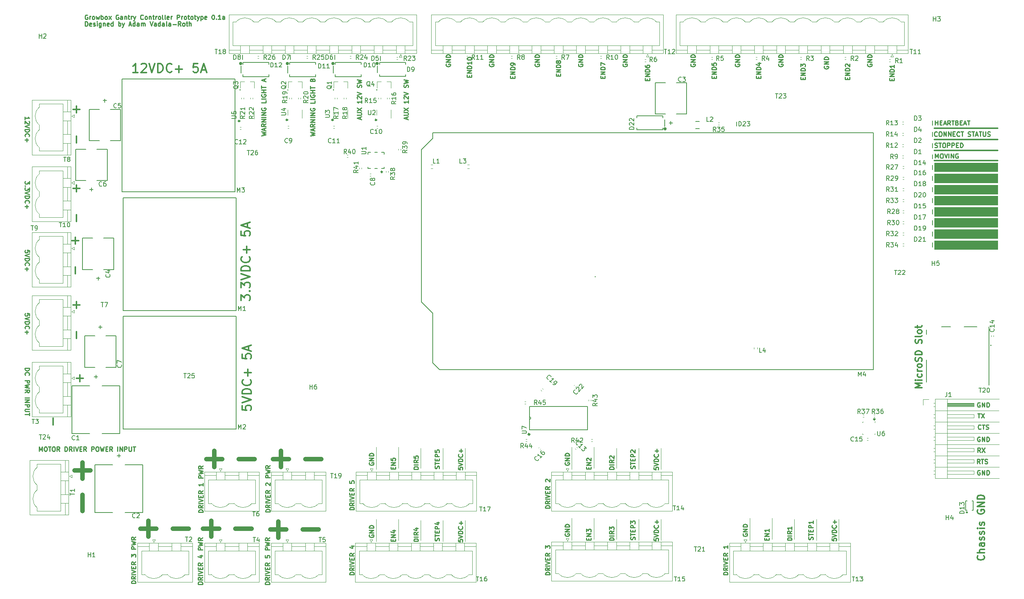
<source format=gbr>
G04 #@! TF.GenerationSoftware,KiCad,Pcbnew,(5.1.6)-1*
G04 #@! TF.CreationDate,2020-06-16T22:34:24-04:00*
G04 #@! TF.ProjectId,gantry-controller-prototype-DUE,67616e74-7279-42d6-936f-6e74726f6c6c,rev?*
G04 #@! TF.SameCoordinates,Original*
G04 #@! TF.FileFunction,Legend,Top*
G04 #@! TF.FilePolarity,Positive*
%FSLAX46Y46*%
G04 Gerber Fmt 4.6, Leading zero omitted, Abs format (unit mm)*
G04 Created by KiCad (PCBNEW (5.1.6)-1) date 2020-06-16 22:34:24*
%MOMM*%
%LPD*%
G01*
G04 APERTURE LIST*
%ADD10C,0.250000*%
%ADD11C,0.300000*%
%ADD12C,0.350000*%
%ADD13C,0.120000*%
%ADD14C,0.100000*%
%ADD15C,1.000000*%
%ADD16C,0.127000*%
%ADD17C,0.200000*%
%ADD18C,0.150000*%
%ADD19C,0.050000*%
%ADD20C,0.152400*%
%ADD21C,0.400000*%
G04 APERTURE END LIST*
D10*
X116416666Y-59678571D02*
X116416666Y-59202380D01*
X116702380Y-59773809D02*
X115702380Y-59440476D01*
X116702380Y-59107142D01*
X115702380Y-58773809D02*
X116511904Y-58773809D01*
X116607142Y-58726190D01*
X116654761Y-58678571D01*
X116702380Y-58583333D01*
X116702380Y-58392857D01*
X116654761Y-58297619D01*
X116607142Y-58250000D01*
X116511904Y-58202380D01*
X115702380Y-58202380D01*
X115702380Y-57821428D02*
X116702380Y-57154761D01*
X115702380Y-57154761D02*
X116702380Y-57821428D01*
X116702380Y-55488095D02*
X116702380Y-56059523D01*
X116702380Y-55773809D02*
X115702380Y-55773809D01*
X115845238Y-55869047D01*
X115940476Y-55964285D01*
X115988095Y-56059523D01*
X115797619Y-55107142D02*
X115750000Y-55059523D01*
X115702380Y-54964285D01*
X115702380Y-54726190D01*
X115750000Y-54630952D01*
X115797619Y-54583333D01*
X115892857Y-54535714D01*
X115988095Y-54535714D01*
X116130952Y-54583333D01*
X116702380Y-55154761D01*
X116702380Y-54535714D01*
X115702380Y-54250000D02*
X116702380Y-53916666D01*
X115702380Y-53583333D01*
X116654761Y-52535714D02*
X116702380Y-52392857D01*
X116702380Y-52154761D01*
X116654761Y-52059523D01*
X116607142Y-52011904D01*
X116511904Y-51964285D01*
X116416666Y-51964285D01*
X116321428Y-52011904D01*
X116273809Y-52059523D01*
X116226190Y-52154761D01*
X116178571Y-52345238D01*
X116130952Y-52440476D01*
X116083333Y-52488095D01*
X115988095Y-52535714D01*
X115892857Y-52535714D01*
X115797619Y-52488095D01*
X115750000Y-52440476D01*
X115702380Y-52345238D01*
X115702380Y-52107142D01*
X115750000Y-51964285D01*
X115702380Y-51630952D02*
X116702380Y-51392857D01*
X115988095Y-51202380D01*
X116702380Y-51011904D01*
X115702380Y-50773809D01*
D11*
X242678571Y-120142857D02*
X241178571Y-120142857D01*
X242250000Y-119642857D01*
X241178571Y-119142857D01*
X242678571Y-119142857D01*
X242678571Y-118428571D02*
X241678571Y-118428571D01*
X241178571Y-118428571D02*
X241250000Y-118500000D01*
X241321428Y-118428571D01*
X241250000Y-118357142D01*
X241178571Y-118428571D01*
X241321428Y-118428571D01*
X242607142Y-117071428D02*
X242678571Y-117214285D01*
X242678571Y-117500000D01*
X242607142Y-117642857D01*
X242535714Y-117714285D01*
X242392857Y-117785714D01*
X241964285Y-117785714D01*
X241821428Y-117714285D01*
X241750000Y-117642857D01*
X241678571Y-117500000D01*
X241678571Y-117214285D01*
X241750000Y-117071428D01*
X242678571Y-116428571D02*
X241678571Y-116428571D01*
X241964285Y-116428571D02*
X241821428Y-116357142D01*
X241750000Y-116285714D01*
X241678571Y-116142857D01*
X241678571Y-116000000D01*
X242678571Y-115285714D02*
X242607142Y-115428571D01*
X242535714Y-115500000D01*
X242392857Y-115571428D01*
X241964285Y-115571428D01*
X241821428Y-115500000D01*
X241750000Y-115428571D01*
X241678571Y-115285714D01*
X241678571Y-115071428D01*
X241750000Y-114928571D01*
X241821428Y-114857142D01*
X241964285Y-114785714D01*
X242392857Y-114785714D01*
X242535714Y-114857142D01*
X242607142Y-114928571D01*
X242678571Y-115071428D01*
X242678571Y-115285714D01*
X242607142Y-114214285D02*
X242678571Y-114000000D01*
X242678571Y-113642857D01*
X242607142Y-113500000D01*
X242535714Y-113428571D01*
X242392857Y-113357142D01*
X242250000Y-113357142D01*
X242107142Y-113428571D01*
X242035714Y-113500000D01*
X241964285Y-113642857D01*
X241892857Y-113928571D01*
X241821428Y-114071428D01*
X241750000Y-114142857D01*
X241607142Y-114214285D01*
X241464285Y-114214285D01*
X241321428Y-114142857D01*
X241250000Y-114071428D01*
X241178571Y-113928571D01*
X241178571Y-113571428D01*
X241250000Y-113357142D01*
X242678571Y-112714285D02*
X241178571Y-112714285D01*
X241178571Y-112357142D01*
X241250000Y-112142857D01*
X241392857Y-112000000D01*
X241535714Y-111928571D01*
X241821428Y-111857142D01*
X242035714Y-111857142D01*
X242321428Y-111928571D01*
X242464285Y-112000000D01*
X242607142Y-112142857D01*
X242678571Y-112357142D01*
X242678571Y-112714285D01*
X242607142Y-110142857D02*
X242678571Y-109928571D01*
X242678571Y-109571428D01*
X242607142Y-109428571D01*
X242535714Y-109357142D01*
X242392857Y-109285714D01*
X242250000Y-109285714D01*
X242107142Y-109357142D01*
X242035714Y-109428571D01*
X241964285Y-109571428D01*
X241892857Y-109857142D01*
X241821428Y-110000000D01*
X241750000Y-110071428D01*
X241607142Y-110142857D01*
X241464285Y-110142857D01*
X241321428Y-110071428D01*
X241250000Y-110000000D01*
X241178571Y-109857142D01*
X241178571Y-109500000D01*
X241250000Y-109285714D01*
X242678571Y-108428571D02*
X242607142Y-108571428D01*
X242464285Y-108642857D01*
X241178571Y-108642857D01*
X242678571Y-107642857D02*
X242607142Y-107785714D01*
X242535714Y-107857142D01*
X242392857Y-107928571D01*
X241964285Y-107928571D01*
X241821428Y-107857142D01*
X241750000Y-107785714D01*
X241678571Y-107642857D01*
X241678571Y-107428571D01*
X241750000Y-107285714D01*
X241821428Y-107214285D01*
X241964285Y-107142857D01*
X242392857Y-107142857D01*
X242535714Y-107214285D01*
X242607142Y-107285714D01*
X242678571Y-107428571D01*
X242678571Y-107642857D01*
X241678571Y-106714285D02*
X241678571Y-106142857D01*
X241178571Y-106500000D02*
X242464285Y-106500000D01*
X242607142Y-106428571D01*
X242678571Y-106285714D01*
X242678571Y-106142857D01*
D12*
X232150000Y-127250000D02*
G75*
G03*
X232150000Y-127250000I-150000J0D01*
G01*
D10*
X167778571Y-138464285D02*
X167778571Y-138130952D01*
X168302380Y-137988095D02*
X168302380Y-138464285D01*
X167302380Y-138464285D01*
X167302380Y-137988095D01*
X168302380Y-137559523D02*
X167302380Y-137559523D01*
X168302380Y-136988095D01*
X167302380Y-136988095D01*
X167397619Y-136559523D02*
X167350000Y-136511904D01*
X167302380Y-136416666D01*
X167302380Y-136178571D01*
X167350000Y-136083333D01*
X167397619Y-136035714D01*
X167492857Y-135988095D01*
X167588095Y-135988095D01*
X167730952Y-136035714D01*
X168302380Y-136607142D01*
X168302380Y-135988095D01*
D13*
X248350000Y-122670000D02*
X260100000Y-122670000D01*
X248350000Y-140570000D02*
X260100000Y-140570000D01*
X248350000Y-137970000D02*
X260100000Y-137970000D01*
X248350000Y-135430000D02*
X260100000Y-135430000D01*
X248350000Y-132890000D02*
X260100000Y-132890000D01*
X248350000Y-130350000D02*
X260100000Y-130350000D01*
X248350000Y-127810000D02*
X260100000Y-127810000D01*
X248250000Y-125270000D02*
X260000000Y-125270000D01*
D10*
X255738095Y-138798000D02*
X255642857Y-138750380D01*
X255500000Y-138750380D01*
X255357142Y-138798000D01*
X255261904Y-138893238D01*
X255214285Y-138988476D01*
X255166666Y-139178952D01*
X255166666Y-139321809D01*
X255214285Y-139512285D01*
X255261904Y-139607523D01*
X255357142Y-139702761D01*
X255500000Y-139750380D01*
X255595238Y-139750380D01*
X255738095Y-139702761D01*
X255785714Y-139655142D01*
X255785714Y-139321809D01*
X255595238Y-139321809D01*
X256214285Y-139750380D02*
X256214285Y-138750380D01*
X256785714Y-139750380D01*
X256785714Y-138750380D01*
X257261904Y-139750380D02*
X257261904Y-138750380D01*
X257500000Y-138750380D01*
X257642857Y-138798000D01*
X257738095Y-138893238D01*
X257785714Y-138988476D01*
X257833333Y-139178952D01*
X257833333Y-139321809D01*
X257785714Y-139512285D01*
X257738095Y-139607523D01*
X257642857Y-139702761D01*
X257500000Y-139750380D01*
X257261904Y-139750380D01*
X255702380Y-137250380D02*
X255369047Y-136774190D01*
X255130952Y-137250380D02*
X255130952Y-136250380D01*
X255511904Y-136250380D01*
X255607142Y-136298000D01*
X255654761Y-136345619D01*
X255702380Y-136440857D01*
X255702380Y-136583714D01*
X255654761Y-136678952D01*
X255607142Y-136726571D01*
X255511904Y-136774190D01*
X255130952Y-136774190D01*
X255988095Y-136250380D02*
X256559523Y-136250380D01*
X256273809Y-137250380D02*
X256273809Y-136250380D01*
X256845238Y-137202761D02*
X256988095Y-137250380D01*
X257226190Y-137250380D01*
X257321428Y-137202761D01*
X257369047Y-137155142D01*
X257416666Y-137059904D01*
X257416666Y-136964666D01*
X257369047Y-136869428D01*
X257321428Y-136821809D01*
X257226190Y-136774190D01*
X257035714Y-136726571D01*
X256940476Y-136678952D01*
X256892857Y-136631333D01*
X256845238Y-136536095D01*
X256845238Y-136440857D01*
X256892857Y-136345619D01*
X256940476Y-136298000D01*
X257035714Y-136250380D01*
X257273809Y-136250380D01*
X257416666Y-136298000D01*
X255833333Y-134702380D02*
X255500000Y-134226190D01*
X255261904Y-134702380D02*
X255261904Y-133702380D01*
X255642857Y-133702380D01*
X255738095Y-133750000D01*
X255785714Y-133797619D01*
X255833333Y-133892857D01*
X255833333Y-134035714D01*
X255785714Y-134130952D01*
X255738095Y-134178571D01*
X255642857Y-134226190D01*
X255261904Y-134226190D01*
X256166666Y-133702380D02*
X256833333Y-134702380D01*
X256833333Y-133702380D02*
X256166666Y-134702380D01*
X255738095Y-131298000D02*
X255642857Y-131250380D01*
X255500000Y-131250380D01*
X255357142Y-131298000D01*
X255261904Y-131393238D01*
X255214285Y-131488476D01*
X255166666Y-131678952D01*
X255166666Y-131821809D01*
X255214285Y-132012285D01*
X255261904Y-132107523D01*
X255357142Y-132202761D01*
X255500000Y-132250380D01*
X255595238Y-132250380D01*
X255738095Y-132202761D01*
X255785714Y-132155142D01*
X255785714Y-131821809D01*
X255595238Y-131821809D01*
X256214285Y-132250380D02*
X256214285Y-131250380D01*
X256785714Y-132250380D01*
X256785714Y-131250380D01*
X257261904Y-132250380D02*
X257261904Y-131250380D01*
X257500000Y-131250380D01*
X257642857Y-131298000D01*
X257738095Y-131393238D01*
X257785714Y-131488476D01*
X257833333Y-131678952D01*
X257833333Y-131821809D01*
X257785714Y-132012285D01*
X257738095Y-132107523D01*
X257642857Y-132202761D01*
X257500000Y-132250380D01*
X257261904Y-132250380D01*
X255952380Y-129405142D02*
X255904761Y-129452761D01*
X255761904Y-129500380D01*
X255666666Y-129500380D01*
X255523809Y-129452761D01*
X255428571Y-129357523D01*
X255380952Y-129262285D01*
X255333333Y-129071809D01*
X255333333Y-128928952D01*
X255380952Y-128738476D01*
X255428571Y-128643238D01*
X255523809Y-128548000D01*
X255666666Y-128500380D01*
X255761904Y-128500380D01*
X255904761Y-128548000D01*
X255952380Y-128595619D01*
X256238095Y-128500380D02*
X256809523Y-128500380D01*
X256523809Y-129500380D02*
X256523809Y-128500380D01*
X257095238Y-129452761D02*
X257238095Y-129500380D01*
X257476190Y-129500380D01*
X257571428Y-129452761D01*
X257619047Y-129405142D01*
X257666666Y-129309904D01*
X257666666Y-129214666D01*
X257619047Y-129119428D01*
X257571428Y-129071809D01*
X257476190Y-129024190D01*
X257285714Y-128976571D01*
X257190476Y-128928952D01*
X257142857Y-128881333D01*
X257095238Y-128786095D01*
X257095238Y-128690857D01*
X257142857Y-128595619D01*
X257190476Y-128548000D01*
X257285714Y-128500380D01*
X257523809Y-128500380D01*
X257666666Y-128548000D01*
X255238095Y-125952380D02*
X255809523Y-125952380D01*
X255523809Y-126952380D02*
X255523809Y-125952380D01*
X256047619Y-125952380D02*
X256714285Y-126952380D01*
X256714285Y-125952380D02*
X256047619Y-126952380D01*
X255738095Y-123548000D02*
X255642857Y-123500380D01*
X255500000Y-123500380D01*
X255357142Y-123548000D01*
X255261904Y-123643238D01*
X255214285Y-123738476D01*
X255166666Y-123928952D01*
X255166666Y-124071809D01*
X255214285Y-124262285D01*
X255261904Y-124357523D01*
X255357142Y-124452761D01*
X255500000Y-124500380D01*
X255595238Y-124500380D01*
X255738095Y-124452761D01*
X255785714Y-124405142D01*
X255785714Y-124071809D01*
X255595238Y-124071809D01*
X256214285Y-124500380D02*
X256214285Y-123500380D01*
X256785714Y-124500380D01*
X256785714Y-123500380D01*
X257261904Y-124500380D02*
X257261904Y-123500380D01*
X257500000Y-123500380D01*
X257642857Y-123548000D01*
X257738095Y-123643238D01*
X257785714Y-123738476D01*
X257833333Y-123928952D01*
X257833333Y-124071809D01*
X257785714Y-124262285D01*
X257738095Y-124357523D01*
X257642857Y-124452761D01*
X257500000Y-124500380D01*
X257261904Y-124500380D01*
D12*
X256571428Y-157964285D02*
X256647619Y-158040476D01*
X256723809Y-158269047D01*
X256723809Y-158421428D01*
X256647619Y-158650000D01*
X256495238Y-158802380D01*
X256342857Y-158878571D01*
X256038095Y-158954761D01*
X255809523Y-158954761D01*
X255504761Y-158878571D01*
X255352380Y-158802380D01*
X255200000Y-158650000D01*
X255123809Y-158421428D01*
X255123809Y-158269047D01*
X255200000Y-158040476D01*
X255276190Y-157964285D01*
X256723809Y-157278571D02*
X255123809Y-157278571D01*
X256723809Y-156592857D02*
X255885714Y-156592857D01*
X255733333Y-156669047D01*
X255657142Y-156821428D01*
X255657142Y-157050000D01*
X255733333Y-157202380D01*
X255809523Y-157278571D01*
X256723809Y-155145238D02*
X255885714Y-155145238D01*
X255733333Y-155221428D01*
X255657142Y-155373809D01*
X255657142Y-155678571D01*
X255733333Y-155830952D01*
X256647619Y-155145238D02*
X256723809Y-155297619D01*
X256723809Y-155678571D01*
X256647619Y-155830952D01*
X256495238Y-155907142D01*
X256342857Y-155907142D01*
X256190476Y-155830952D01*
X256114285Y-155678571D01*
X256114285Y-155297619D01*
X256038095Y-155145238D01*
X256647619Y-154459523D02*
X256723809Y-154307142D01*
X256723809Y-154002380D01*
X256647619Y-153850000D01*
X256495238Y-153773809D01*
X256419047Y-153773809D01*
X256266666Y-153850000D01*
X256190476Y-154002380D01*
X256190476Y-154230952D01*
X256114285Y-154383333D01*
X255961904Y-154459523D01*
X255885714Y-154459523D01*
X255733333Y-154383333D01*
X255657142Y-154230952D01*
X255657142Y-154002380D01*
X255733333Y-153850000D01*
X256647619Y-153164285D02*
X256723809Y-153011904D01*
X256723809Y-152707142D01*
X256647619Y-152554761D01*
X256495238Y-152478571D01*
X256419047Y-152478571D01*
X256266666Y-152554761D01*
X256190476Y-152707142D01*
X256190476Y-152935714D01*
X256114285Y-153088095D01*
X255961904Y-153164285D01*
X255885714Y-153164285D01*
X255733333Y-153088095D01*
X255657142Y-152935714D01*
X255657142Y-152707142D01*
X255733333Y-152554761D01*
X256723809Y-151792857D02*
X255657142Y-151792857D01*
X255123809Y-151792857D02*
X255200000Y-151869047D01*
X255276190Y-151792857D01*
X255200000Y-151716666D01*
X255123809Y-151792857D01*
X255276190Y-151792857D01*
X256647619Y-151107142D02*
X256723809Y-150954761D01*
X256723809Y-150650000D01*
X256647619Y-150497619D01*
X256495238Y-150421428D01*
X256419047Y-150421428D01*
X256266666Y-150497619D01*
X256190476Y-150650000D01*
X256190476Y-150878571D01*
X256114285Y-151030952D01*
X255961904Y-151107142D01*
X255885714Y-151107142D01*
X255733333Y-151030952D01*
X255657142Y-150878571D01*
X255657142Y-150650000D01*
X255733333Y-150497619D01*
X255200000Y-147678571D02*
X255123809Y-147830952D01*
X255123809Y-148059523D01*
X255200000Y-148288095D01*
X255352380Y-148440476D01*
X255504761Y-148516666D01*
X255809523Y-148592857D01*
X256038095Y-148592857D01*
X256342857Y-148516666D01*
X256495238Y-148440476D01*
X256647619Y-148288095D01*
X256723809Y-148059523D01*
X256723809Y-147907142D01*
X256647619Y-147678571D01*
X256571428Y-147602380D01*
X256038095Y-147602380D01*
X256038095Y-147907142D01*
X256723809Y-146916666D02*
X255123809Y-146916666D01*
X256723809Y-146002380D01*
X255123809Y-146002380D01*
X256723809Y-145240476D02*
X255123809Y-145240476D01*
X255123809Y-144859523D01*
X255200000Y-144630952D01*
X255352380Y-144478571D01*
X255504761Y-144402380D01*
X255809523Y-144326190D01*
X256038095Y-144326190D01*
X256342857Y-144402380D01*
X256495238Y-144478571D01*
X256647619Y-144630952D01*
X256723809Y-144859523D01*
X256723809Y-145240476D01*
X245500000Y-61750000D02*
X259750000Y-61750000D01*
X245500000Y-64250000D02*
X259750000Y-64250000D01*
X245500000Y-66750000D02*
X259750000Y-66750000D01*
X245500000Y-69000000D02*
X259750000Y-69000000D01*
D10*
X54595238Y-38702380D02*
X54595238Y-37702380D01*
X54833333Y-37702380D01*
X54976190Y-37750000D01*
X55071428Y-37845238D01*
X55119047Y-37940476D01*
X55166666Y-38130952D01*
X55166666Y-38273809D01*
X55119047Y-38464285D01*
X55071428Y-38559523D01*
X54976190Y-38654761D01*
X54833333Y-38702380D01*
X54595238Y-38702380D01*
X55976190Y-38654761D02*
X55880952Y-38702380D01*
X55690476Y-38702380D01*
X55595238Y-38654761D01*
X55547619Y-38559523D01*
X55547619Y-38178571D01*
X55595238Y-38083333D01*
X55690476Y-38035714D01*
X55880952Y-38035714D01*
X55976190Y-38083333D01*
X56023809Y-38178571D01*
X56023809Y-38273809D01*
X55547619Y-38369047D01*
X56404761Y-38654761D02*
X56499999Y-38702380D01*
X56690476Y-38702380D01*
X56785714Y-38654761D01*
X56833333Y-38559523D01*
X56833333Y-38511904D01*
X56785714Y-38416666D01*
X56690476Y-38369047D01*
X56547619Y-38369047D01*
X56452380Y-38321428D01*
X56404761Y-38226190D01*
X56404761Y-38178571D01*
X56452380Y-38083333D01*
X56547619Y-38035714D01*
X56690476Y-38035714D01*
X56785714Y-38083333D01*
X57261904Y-38702380D02*
X57261904Y-38035714D01*
X57261904Y-37702380D02*
X57214285Y-37750000D01*
X57261904Y-37797619D01*
X57309523Y-37750000D01*
X57261904Y-37702380D01*
X57261904Y-37797619D01*
X58166666Y-38035714D02*
X58166666Y-38845238D01*
X58119047Y-38940476D01*
X58071428Y-38988095D01*
X57976190Y-39035714D01*
X57833333Y-39035714D01*
X57738095Y-38988095D01*
X58166666Y-38654761D02*
X58071428Y-38702380D01*
X57880952Y-38702380D01*
X57785714Y-38654761D01*
X57738095Y-38607142D01*
X57690476Y-38511904D01*
X57690476Y-38226190D01*
X57738095Y-38130952D01*
X57785714Y-38083333D01*
X57880952Y-38035714D01*
X58071428Y-38035714D01*
X58166666Y-38083333D01*
X58642857Y-38035714D02*
X58642857Y-38702380D01*
X58642857Y-38130952D02*
X58690476Y-38083333D01*
X58785714Y-38035714D01*
X58928571Y-38035714D01*
X59023809Y-38083333D01*
X59071428Y-38178571D01*
X59071428Y-38702380D01*
X59928571Y-38654761D02*
X59833333Y-38702380D01*
X59642857Y-38702380D01*
X59547619Y-38654761D01*
X59499999Y-38559523D01*
X59499999Y-38178571D01*
X59547619Y-38083333D01*
X59642857Y-38035714D01*
X59833333Y-38035714D01*
X59928571Y-38083333D01*
X59976190Y-38178571D01*
X59976190Y-38273809D01*
X59499999Y-38369047D01*
X60833333Y-38702380D02*
X60833333Y-37702380D01*
X60833333Y-38654761D02*
X60738095Y-38702380D01*
X60547619Y-38702380D01*
X60452380Y-38654761D01*
X60404761Y-38607142D01*
X60357142Y-38511904D01*
X60357142Y-38226190D01*
X60404761Y-38130952D01*
X60452380Y-38083333D01*
X60547619Y-38035714D01*
X60738095Y-38035714D01*
X60833333Y-38083333D01*
X62071428Y-38702380D02*
X62071428Y-37702380D01*
X62071428Y-38083333D02*
X62166666Y-38035714D01*
X62357142Y-38035714D01*
X62452380Y-38083333D01*
X62499999Y-38130952D01*
X62547619Y-38226190D01*
X62547619Y-38511904D01*
X62499999Y-38607142D01*
X62452380Y-38654761D01*
X62357142Y-38702380D01*
X62166666Y-38702380D01*
X62071428Y-38654761D01*
X62880952Y-38035714D02*
X63119047Y-38702380D01*
X63357142Y-38035714D02*
X63119047Y-38702380D01*
X63023809Y-38940476D01*
X62976190Y-38988095D01*
X62880952Y-39035714D01*
X64452380Y-38416666D02*
X64928571Y-38416666D01*
X64357142Y-38702380D02*
X64690476Y-37702380D01*
X65023809Y-38702380D01*
X65785714Y-38702380D02*
X65785714Y-37702380D01*
X65785714Y-38654761D02*
X65690476Y-38702380D01*
X65499999Y-38702380D01*
X65404761Y-38654761D01*
X65357142Y-38607142D01*
X65309523Y-38511904D01*
X65309523Y-38226190D01*
X65357142Y-38130952D01*
X65404761Y-38083333D01*
X65499999Y-38035714D01*
X65690476Y-38035714D01*
X65785714Y-38083333D01*
X66690476Y-38702380D02*
X66690476Y-38178571D01*
X66642857Y-38083333D01*
X66547619Y-38035714D01*
X66357142Y-38035714D01*
X66261904Y-38083333D01*
X66690476Y-38654761D02*
X66595238Y-38702380D01*
X66357142Y-38702380D01*
X66261904Y-38654761D01*
X66214285Y-38559523D01*
X66214285Y-38464285D01*
X66261904Y-38369047D01*
X66357142Y-38321428D01*
X66595238Y-38321428D01*
X66690476Y-38273809D01*
X67166666Y-38702380D02*
X67166666Y-38035714D01*
X67166666Y-38130952D02*
X67214285Y-38083333D01*
X67309523Y-38035714D01*
X67452380Y-38035714D01*
X67547619Y-38083333D01*
X67595238Y-38178571D01*
X67595238Y-38702380D01*
X67595238Y-38178571D02*
X67642857Y-38083333D01*
X67738095Y-38035714D01*
X67880952Y-38035714D01*
X67976190Y-38083333D01*
X68023809Y-38178571D01*
X68023809Y-38702380D01*
X69119047Y-37702380D02*
X69452380Y-38702380D01*
X69785714Y-37702380D01*
X70547619Y-38702380D02*
X70547619Y-38178571D01*
X70500000Y-38083333D01*
X70404761Y-38035714D01*
X70214285Y-38035714D01*
X70119047Y-38083333D01*
X70547619Y-38654761D02*
X70452380Y-38702380D01*
X70214285Y-38702380D01*
X70119047Y-38654761D01*
X70071428Y-38559523D01*
X70071428Y-38464285D01*
X70119047Y-38369047D01*
X70214285Y-38321428D01*
X70452380Y-38321428D01*
X70547619Y-38273809D01*
X71452380Y-38702380D02*
X71452380Y-37702380D01*
X71452380Y-38654761D02*
X71357142Y-38702380D01*
X71166666Y-38702380D01*
X71071428Y-38654761D01*
X71023809Y-38607142D01*
X70976190Y-38511904D01*
X70976190Y-38226190D01*
X71023809Y-38130952D01*
X71071428Y-38083333D01*
X71166666Y-38035714D01*
X71357142Y-38035714D01*
X71452380Y-38083333D01*
X72357142Y-38702380D02*
X72357142Y-38178571D01*
X72309523Y-38083333D01*
X72214285Y-38035714D01*
X72023809Y-38035714D01*
X71928571Y-38083333D01*
X72357142Y-38654761D02*
X72261904Y-38702380D01*
X72023809Y-38702380D01*
X71928571Y-38654761D01*
X71880952Y-38559523D01*
X71880952Y-38464285D01*
X71928571Y-38369047D01*
X72023809Y-38321428D01*
X72261904Y-38321428D01*
X72357142Y-38273809D01*
X72976190Y-38702380D02*
X72880952Y-38654761D01*
X72833333Y-38559523D01*
X72833333Y-37702380D01*
X73785714Y-38702380D02*
X73785714Y-38178571D01*
X73738095Y-38083333D01*
X73642857Y-38035714D01*
X73452380Y-38035714D01*
X73357142Y-38083333D01*
X73785714Y-38654761D02*
X73690476Y-38702380D01*
X73452380Y-38702380D01*
X73357142Y-38654761D01*
X73309523Y-38559523D01*
X73309523Y-38464285D01*
X73357142Y-38369047D01*
X73452380Y-38321428D01*
X73690476Y-38321428D01*
X73785714Y-38273809D01*
X74261904Y-38321428D02*
X75023809Y-38321428D01*
X76071428Y-38702380D02*
X75738095Y-38226190D01*
X75499999Y-38702380D02*
X75499999Y-37702380D01*
X75880952Y-37702380D01*
X75976190Y-37750000D01*
X76023809Y-37797619D01*
X76071428Y-37892857D01*
X76071428Y-38035714D01*
X76023809Y-38130952D01*
X75976190Y-38178571D01*
X75880952Y-38226190D01*
X75499999Y-38226190D01*
X76642857Y-38702380D02*
X76547619Y-38654761D01*
X76499999Y-38607142D01*
X76452380Y-38511904D01*
X76452380Y-38226190D01*
X76499999Y-38130952D01*
X76547619Y-38083333D01*
X76642857Y-38035714D01*
X76785714Y-38035714D01*
X76880952Y-38083333D01*
X76928571Y-38130952D01*
X76976190Y-38226190D01*
X76976190Y-38511904D01*
X76928571Y-38607142D01*
X76880952Y-38654761D01*
X76785714Y-38702380D01*
X76642857Y-38702380D01*
X77261904Y-38035714D02*
X77642857Y-38035714D01*
X77404761Y-37702380D02*
X77404761Y-38559523D01*
X77452380Y-38654761D01*
X77547619Y-38702380D01*
X77642857Y-38702380D01*
X77976190Y-38702380D02*
X77976190Y-37702380D01*
X78404761Y-38702380D02*
X78404761Y-38178571D01*
X78357142Y-38083333D01*
X78261904Y-38035714D01*
X78119047Y-38035714D01*
X78023809Y-38083333D01*
X77976190Y-38130952D01*
X55107142Y-36250000D02*
X55011904Y-36202380D01*
X54869047Y-36202380D01*
X54726190Y-36250000D01*
X54630952Y-36345238D01*
X54583333Y-36440476D01*
X54535714Y-36630952D01*
X54535714Y-36773809D01*
X54583333Y-36964285D01*
X54630952Y-37059523D01*
X54726190Y-37154761D01*
X54869047Y-37202380D01*
X54964285Y-37202380D01*
X55107142Y-37154761D01*
X55154761Y-37107142D01*
X55154761Y-36773809D01*
X54964285Y-36773809D01*
X55583333Y-37202380D02*
X55583333Y-36535714D01*
X55583333Y-36726190D02*
X55630952Y-36630952D01*
X55678571Y-36583333D01*
X55773809Y-36535714D01*
X55869047Y-36535714D01*
X56345238Y-37202380D02*
X56249999Y-37154761D01*
X56202380Y-37107142D01*
X56154761Y-37011904D01*
X56154761Y-36726190D01*
X56202380Y-36630952D01*
X56249999Y-36583333D01*
X56345238Y-36535714D01*
X56488095Y-36535714D01*
X56583333Y-36583333D01*
X56630952Y-36630952D01*
X56678571Y-36726190D01*
X56678571Y-37011904D01*
X56630952Y-37107142D01*
X56583333Y-37154761D01*
X56488095Y-37202380D01*
X56345238Y-37202380D01*
X57011904Y-36535714D02*
X57202380Y-37202380D01*
X57392857Y-36726190D01*
X57583333Y-37202380D01*
X57773809Y-36535714D01*
X58154761Y-37202380D02*
X58154761Y-36202380D01*
X58154761Y-36583333D02*
X58249999Y-36535714D01*
X58440476Y-36535714D01*
X58535714Y-36583333D01*
X58583333Y-36630952D01*
X58630952Y-36726190D01*
X58630952Y-37011904D01*
X58583333Y-37107142D01*
X58535714Y-37154761D01*
X58440476Y-37202380D01*
X58249999Y-37202380D01*
X58154761Y-37154761D01*
X59202380Y-37202380D02*
X59107142Y-37154761D01*
X59059523Y-37107142D01*
X59011904Y-37011904D01*
X59011904Y-36726190D01*
X59059523Y-36630952D01*
X59107142Y-36583333D01*
X59202380Y-36535714D01*
X59345238Y-36535714D01*
X59440476Y-36583333D01*
X59488095Y-36630952D01*
X59535714Y-36726190D01*
X59535714Y-37011904D01*
X59488095Y-37107142D01*
X59440476Y-37154761D01*
X59345238Y-37202380D01*
X59202380Y-37202380D01*
X59869047Y-37202380D02*
X60392857Y-36535714D01*
X59869047Y-36535714D02*
X60392857Y-37202380D01*
X62059523Y-36250000D02*
X61964285Y-36202380D01*
X61821428Y-36202380D01*
X61678571Y-36250000D01*
X61583333Y-36345238D01*
X61535714Y-36440476D01*
X61488095Y-36630952D01*
X61488095Y-36773809D01*
X61535714Y-36964285D01*
X61583333Y-37059523D01*
X61678571Y-37154761D01*
X61821428Y-37202380D01*
X61916666Y-37202380D01*
X62059523Y-37154761D01*
X62107142Y-37107142D01*
X62107142Y-36773809D01*
X61916666Y-36773809D01*
X62964285Y-37202380D02*
X62964285Y-36678571D01*
X62916666Y-36583333D01*
X62821428Y-36535714D01*
X62630952Y-36535714D01*
X62535714Y-36583333D01*
X62964285Y-37154761D02*
X62869047Y-37202380D01*
X62630952Y-37202380D01*
X62535714Y-37154761D01*
X62488095Y-37059523D01*
X62488095Y-36964285D01*
X62535714Y-36869047D01*
X62630952Y-36821428D01*
X62869047Y-36821428D01*
X62964285Y-36773809D01*
X63440476Y-36535714D02*
X63440476Y-37202380D01*
X63440476Y-36630952D02*
X63488095Y-36583333D01*
X63583333Y-36535714D01*
X63726190Y-36535714D01*
X63821428Y-36583333D01*
X63869047Y-36678571D01*
X63869047Y-37202380D01*
X64202380Y-36535714D02*
X64583333Y-36535714D01*
X64345238Y-36202380D02*
X64345238Y-37059523D01*
X64392857Y-37154761D01*
X64488095Y-37202380D01*
X64583333Y-37202380D01*
X64916666Y-37202380D02*
X64916666Y-36535714D01*
X64916666Y-36726190D02*
X64964285Y-36630952D01*
X65011904Y-36583333D01*
X65107142Y-36535714D01*
X65202380Y-36535714D01*
X65440476Y-36535714D02*
X65678571Y-37202380D01*
X65916666Y-36535714D02*
X65678571Y-37202380D01*
X65583333Y-37440476D01*
X65535714Y-37488095D01*
X65440476Y-37535714D01*
X67630952Y-37107142D02*
X67583333Y-37154761D01*
X67440476Y-37202380D01*
X67345238Y-37202380D01*
X67202380Y-37154761D01*
X67107142Y-37059523D01*
X67059523Y-36964285D01*
X67011904Y-36773809D01*
X67011904Y-36630952D01*
X67059523Y-36440476D01*
X67107142Y-36345238D01*
X67202380Y-36250000D01*
X67345238Y-36202380D01*
X67440476Y-36202380D01*
X67583333Y-36250000D01*
X67630952Y-36297619D01*
X68202380Y-37202380D02*
X68107142Y-37154761D01*
X68059523Y-37107142D01*
X68011904Y-37011904D01*
X68011904Y-36726190D01*
X68059523Y-36630952D01*
X68107142Y-36583333D01*
X68202380Y-36535714D01*
X68345238Y-36535714D01*
X68440476Y-36583333D01*
X68488095Y-36630952D01*
X68535714Y-36726190D01*
X68535714Y-37011904D01*
X68488095Y-37107142D01*
X68440476Y-37154761D01*
X68345238Y-37202380D01*
X68202380Y-37202380D01*
X68964285Y-36535714D02*
X68964285Y-37202380D01*
X68964285Y-36630952D02*
X69011904Y-36583333D01*
X69107142Y-36535714D01*
X69250000Y-36535714D01*
X69345238Y-36583333D01*
X69392857Y-36678571D01*
X69392857Y-37202380D01*
X69726190Y-36535714D02*
X70107142Y-36535714D01*
X69869047Y-36202380D02*
X69869047Y-37059523D01*
X69916666Y-37154761D01*
X70011904Y-37202380D01*
X70107142Y-37202380D01*
X70440476Y-37202380D02*
X70440476Y-36535714D01*
X70440476Y-36726190D02*
X70488095Y-36630952D01*
X70535714Y-36583333D01*
X70630952Y-36535714D01*
X70726190Y-36535714D01*
X71202380Y-37202380D02*
X71107142Y-37154761D01*
X71059523Y-37107142D01*
X71011904Y-37011904D01*
X71011904Y-36726190D01*
X71059523Y-36630952D01*
X71107142Y-36583333D01*
X71202380Y-36535714D01*
X71345238Y-36535714D01*
X71440476Y-36583333D01*
X71488095Y-36630952D01*
X71535714Y-36726190D01*
X71535714Y-37011904D01*
X71488095Y-37107142D01*
X71440476Y-37154761D01*
X71345238Y-37202380D01*
X71202380Y-37202380D01*
X72107142Y-37202380D02*
X72011904Y-37154761D01*
X71964285Y-37059523D01*
X71964285Y-36202380D01*
X72630952Y-37202380D02*
X72535714Y-37154761D01*
X72488095Y-37059523D01*
X72488095Y-36202380D01*
X73392857Y-37154761D02*
X73297619Y-37202380D01*
X73107142Y-37202380D01*
X73011904Y-37154761D01*
X72964285Y-37059523D01*
X72964285Y-36678571D01*
X73011904Y-36583333D01*
X73107142Y-36535714D01*
X73297619Y-36535714D01*
X73392857Y-36583333D01*
X73440476Y-36678571D01*
X73440476Y-36773809D01*
X72964285Y-36869047D01*
X73869047Y-37202380D02*
X73869047Y-36535714D01*
X73869047Y-36726190D02*
X73916666Y-36630952D01*
X73964285Y-36583333D01*
X74059523Y-36535714D01*
X74154761Y-36535714D01*
X75249999Y-37202380D02*
X75249999Y-36202380D01*
X75630952Y-36202380D01*
X75726190Y-36250000D01*
X75773809Y-36297619D01*
X75821428Y-36392857D01*
X75821428Y-36535714D01*
X75773809Y-36630952D01*
X75726190Y-36678571D01*
X75630952Y-36726190D01*
X75249999Y-36726190D01*
X76249999Y-37202380D02*
X76249999Y-36535714D01*
X76249999Y-36726190D02*
X76297619Y-36630952D01*
X76345238Y-36583333D01*
X76440476Y-36535714D01*
X76535714Y-36535714D01*
X77011904Y-37202380D02*
X76916666Y-37154761D01*
X76869047Y-37107142D01*
X76821428Y-37011904D01*
X76821428Y-36726190D01*
X76869047Y-36630952D01*
X76916666Y-36583333D01*
X77011904Y-36535714D01*
X77154761Y-36535714D01*
X77249999Y-36583333D01*
X77297619Y-36630952D01*
X77345238Y-36726190D01*
X77345238Y-37011904D01*
X77297619Y-37107142D01*
X77249999Y-37154761D01*
X77154761Y-37202380D01*
X77011904Y-37202380D01*
X77630952Y-36535714D02*
X78011904Y-36535714D01*
X77773809Y-36202380D02*
X77773809Y-37059523D01*
X77821428Y-37154761D01*
X77916666Y-37202380D01*
X78011904Y-37202380D01*
X78488095Y-37202380D02*
X78392857Y-37154761D01*
X78345238Y-37107142D01*
X78297619Y-37011904D01*
X78297619Y-36726190D01*
X78345238Y-36630952D01*
X78392857Y-36583333D01*
X78488095Y-36535714D01*
X78630952Y-36535714D01*
X78726190Y-36583333D01*
X78773809Y-36630952D01*
X78821428Y-36726190D01*
X78821428Y-37011904D01*
X78773809Y-37107142D01*
X78726190Y-37154761D01*
X78630952Y-37202380D01*
X78488095Y-37202380D01*
X79107142Y-36535714D02*
X79488095Y-36535714D01*
X79249999Y-36202380D02*
X79249999Y-37059523D01*
X79297619Y-37154761D01*
X79392857Y-37202380D01*
X79488095Y-37202380D01*
X79726190Y-36535714D02*
X79964285Y-37202380D01*
X80202380Y-36535714D02*
X79964285Y-37202380D01*
X79869047Y-37440476D01*
X79821428Y-37488095D01*
X79726190Y-37535714D01*
X80583333Y-36535714D02*
X80583333Y-37535714D01*
X80583333Y-36583333D02*
X80678571Y-36535714D01*
X80869047Y-36535714D01*
X80964285Y-36583333D01*
X81011904Y-36630952D01*
X81059523Y-36726190D01*
X81059523Y-37011904D01*
X81011904Y-37107142D01*
X80964285Y-37154761D01*
X80869047Y-37202380D01*
X80678571Y-37202380D01*
X80583333Y-37154761D01*
X81869047Y-37154761D02*
X81773809Y-37202380D01*
X81583333Y-37202380D01*
X81488095Y-37154761D01*
X81440476Y-37059523D01*
X81440476Y-36678571D01*
X81488095Y-36583333D01*
X81583333Y-36535714D01*
X81773809Y-36535714D01*
X81869047Y-36583333D01*
X81916666Y-36678571D01*
X81916666Y-36773809D01*
X81440476Y-36869047D01*
X83297619Y-36202380D02*
X83392857Y-36202380D01*
X83488095Y-36250000D01*
X83535714Y-36297619D01*
X83583333Y-36392857D01*
X83630952Y-36583333D01*
X83630952Y-36821428D01*
X83583333Y-37011904D01*
X83535714Y-37107142D01*
X83488095Y-37154761D01*
X83392857Y-37202380D01*
X83297619Y-37202380D01*
X83202380Y-37154761D01*
X83154761Y-37107142D01*
X83107142Y-37011904D01*
X83059523Y-36821428D01*
X83059523Y-36583333D01*
X83107142Y-36392857D01*
X83154761Y-36297619D01*
X83202380Y-36250000D01*
X83297619Y-36202380D01*
X84059523Y-37107142D02*
X84107142Y-37154761D01*
X84059523Y-37202380D01*
X84011904Y-37154761D01*
X84059523Y-37107142D01*
X84059523Y-37202380D01*
X85059523Y-37202380D02*
X84488095Y-37202380D01*
X84773809Y-37202380D02*
X84773809Y-36202380D01*
X84678571Y-36345238D01*
X84583333Y-36440476D01*
X84488095Y-36488095D01*
X85916666Y-37202380D02*
X85916666Y-36678571D01*
X85869047Y-36583333D01*
X85773809Y-36535714D01*
X85583333Y-36535714D01*
X85488095Y-36583333D01*
X85916666Y-37154761D02*
X85821428Y-37202380D01*
X85583333Y-37202380D01*
X85488095Y-37154761D01*
X85440476Y-37059523D01*
X85440476Y-36964285D01*
X85488095Y-36869047D01*
X85583333Y-36821428D01*
X85821428Y-36821428D01*
X85916666Y-36773809D01*
D12*
X47392857Y-128511904D02*
X47392857Y-126988095D01*
X53392857Y-118761904D02*
X53392857Y-117238095D01*
X54154761Y-118000000D02*
X52630952Y-118000000D01*
X52642857Y-109011904D02*
X52642857Y-107488095D01*
X52642857Y-102261904D02*
X52642857Y-100738095D01*
X53404761Y-101500000D02*
X51880952Y-101500000D01*
X52392857Y-94511904D02*
X52392857Y-92988095D01*
X52392857Y-87761904D02*
X52392857Y-86238095D01*
X53154761Y-87000000D02*
X51630952Y-87000000D01*
X52642857Y-82761904D02*
X52642857Y-81238095D01*
X52642857Y-76011904D02*
X52642857Y-74488095D01*
X53404761Y-75250000D02*
X51880952Y-75250000D01*
X52642857Y-65011904D02*
X52642857Y-63488095D01*
X52642857Y-58261904D02*
X52642857Y-56738095D01*
X53404761Y-57500000D02*
X51880952Y-57500000D01*
D14*
G36*
X259750000Y-89000000D02*
G01*
X245500000Y-89000000D01*
X245500000Y-87000000D01*
X259750000Y-87000000D01*
X259750000Y-89000000D01*
G37*
X259750000Y-89000000D02*
X245500000Y-89000000D01*
X245500000Y-87000000D01*
X259750000Y-87000000D01*
X259750000Y-89000000D01*
G36*
X259750000Y-86500000D02*
G01*
X245500000Y-86500000D01*
X245500000Y-84500000D01*
X259750000Y-84500000D01*
X259750000Y-86500000D01*
G37*
X259750000Y-86500000D02*
X245500000Y-86500000D01*
X245500000Y-84500000D01*
X259750000Y-84500000D01*
X259750000Y-86500000D01*
G36*
X259750000Y-84000000D02*
G01*
X245500000Y-84000000D01*
X245500000Y-82000000D01*
X259750000Y-82000000D01*
X259750000Y-84000000D01*
G37*
X259750000Y-84000000D02*
X245500000Y-84000000D01*
X245500000Y-82000000D01*
X259750000Y-82000000D01*
X259750000Y-84000000D01*
G36*
X259750000Y-81500000D02*
G01*
X245500000Y-81500000D01*
X245500000Y-79500000D01*
X259750000Y-79500000D01*
X259750000Y-81500000D01*
G37*
X259750000Y-81500000D02*
X245500000Y-81500000D01*
X245500000Y-79500000D01*
X259750000Y-79500000D01*
X259750000Y-81500000D01*
G36*
X259750000Y-79000000D02*
G01*
X245500000Y-79000000D01*
X245500000Y-77000000D01*
X259750000Y-77000000D01*
X259750000Y-79000000D01*
G37*
X259750000Y-79000000D02*
X245500000Y-79000000D01*
X245500000Y-77000000D01*
X259750000Y-77000000D01*
X259750000Y-79000000D01*
G36*
X259750000Y-76500000D02*
G01*
X245500000Y-76500000D01*
X245500000Y-74500000D01*
X259750000Y-74500000D01*
X259750000Y-76500000D01*
G37*
X259750000Y-76500000D02*
X245500000Y-76500000D01*
X245500000Y-74500000D01*
X259750000Y-74500000D01*
X259750000Y-76500000D01*
G36*
X259750000Y-74000000D02*
G01*
X245500000Y-74000000D01*
X245500000Y-72000000D01*
X259750000Y-72000000D01*
X259750000Y-74000000D01*
G37*
X259750000Y-74000000D02*
X245500000Y-74000000D01*
X245500000Y-72000000D01*
X259750000Y-72000000D01*
X259750000Y-74000000D01*
G36*
X259750000Y-71500000D02*
G01*
X245500000Y-71500000D01*
X245500000Y-69500000D01*
X259750000Y-69500000D01*
X259750000Y-71500000D01*
G37*
X259750000Y-71500000D02*
X245500000Y-71500000D01*
X245500000Y-69500000D01*
X259750000Y-69500000D01*
X259750000Y-71500000D01*
D10*
X126916666Y-59678571D02*
X126916666Y-59202380D01*
X127202380Y-59773809D02*
X126202380Y-59440476D01*
X127202380Y-59107142D01*
X126202380Y-58773809D02*
X127011904Y-58773809D01*
X127107142Y-58726190D01*
X127154761Y-58678571D01*
X127202380Y-58583333D01*
X127202380Y-58392857D01*
X127154761Y-58297619D01*
X127107142Y-58250000D01*
X127011904Y-58202380D01*
X126202380Y-58202380D01*
X126202380Y-57821428D02*
X127202380Y-57154761D01*
X126202380Y-57154761D02*
X127202380Y-57821428D01*
X127202380Y-55488095D02*
X127202380Y-56059523D01*
X127202380Y-55773809D02*
X126202380Y-55773809D01*
X126345238Y-55869047D01*
X126440476Y-55964285D01*
X126488095Y-56059523D01*
X126297619Y-55107142D02*
X126250000Y-55059523D01*
X126202380Y-54964285D01*
X126202380Y-54726190D01*
X126250000Y-54630952D01*
X126297619Y-54583333D01*
X126392857Y-54535714D01*
X126488095Y-54535714D01*
X126630952Y-54583333D01*
X127202380Y-55154761D01*
X127202380Y-54535714D01*
X126202380Y-54250000D02*
X127202380Y-53916666D01*
X126202380Y-53583333D01*
X127154761Y-52535714D02*
X127202380Y-52392857D01*
X127202380Y-52154761D01*
X127154761Y-52059523D01*
X127107142Y-52011904D01*
X127011904Y-51964285D01*
X126916666Y-51964285D01*
X126821428Y-52011904D01*
X126773809Y-52059523D01*
X126726190Y-52154761D01*
X126678571Y-52345238D01*
X126630952Y-52440476D01*
X126583333Y-52488095D01*
X126488095Y-52535714D01*
X126392857Y-52535714D01*
X126297619Y-52488095D01*
X126250000Y-52440476D01*
X126202380Y-52345238D01*
X126202380Y-52107142D01*
X126250000Y-51964285D01*
X126202380Y-51630952D02*
X127202380Y-51392857D01*
X126488095Y-51202380D01*
X127202380Y-51011904D01*
X126202380Y-50773809D01*
X105202380Y-63452380D02*
X106202380Y-63214285D01*
X105488095Y-63023809D01*
X106202380Y-62833333D01*
X105202380Y-62595238D01*
X105916666Y-62261904D02*
X105916666Y-61785714D01*
X106202380Y-62357142D02*
X105202380Y-62023809D01*
X106202380Y-61690476D01*
X106202380Y-60785714D02*
X105726190Y-61119047D01*
X106202380Y-61357142D02*
X105202380Y-61357142D01*
X105202380Y-60976190D01*
X105250000Y-60880952D01*
X105297619Y-60833333D01*
X105392857Y-60785714D01*
X105535714Y-60785714D01*
X105630952Y-60833333D01*
X105678571Y-60880952D01*
X105726190Y-60976190D01*
X105726190Y-61357142D01*
X106202380Y-60357142D02*
X105202380Y-60357142D01*
X106202380Y-59785714D01*
X105202380Y-59785714D01*
X106202380Y-59309523D02*
X105202380Y-59309523D01*
X106202380Y-58833333D02*
X105202380Y-58833333D01*
X106202380Y-58261904D01*
X105202380Y-58261904D01*
X105250000Y-57261904D02*
X105202380Y-57357142D01*
X105202380Y-57500000D01*
X105250000Y-57642857D01*
X105345238Y-57738095D01*
X105440476Y-57785714D01*
X105630952Y-57833333D01*
X105773809Y-57833333D01*
X105964285Y-57785714D01*
X106059523Y-57738095D01*
X106154761Y-57642857D01*
X106202380Y-57500000D01*
X106202380Y-57404761D01*
X106154761Y-57261904D01*
X106107142Y-57214285D01*
X105773809Y-57214285D01*
X105773809Y-57404761D01*
X106202380Y-55547619D02*
X106202380Y-56023809D01*
X105202380Y-56023809D01*
X106202380Y-55214285D02*
X105202380Y-55214285D01*
X105250000Y-54214285D02*
X105202380Y-54309523D01*
X105202380Y-54452380D01*
X105250000Y-54595238D01*
X105345238Y-54690476D01*
X105440476Y-54738095D01*
X105630952Y-54785714D01*
X105773809Y-54785714D01*
X105964285Y-54738095D01*
X106059523Y-54690476D01*
X106154761Y-54595238D01*
X106202380Y-54452380D01*
X106202380Y-54357142D01*
X106154761Y-54214285D01*
X106107142Y-54166666D01*
X105773809Y-54166666D01*
X105773809Y-54357142D01*
X106202380Y-53738095D02*
X105202380Y-53738095D01*
X105678571Y-53738095D02*
X105678571Y-53166666D01*
X106202380Y-53166666D02*
X105202380Y-53166666D01*
X105202380Y-52833333D02*
X105202380Y-52261904D01*
X106202380Y-52547619D02*
X105202380Y-52547619D01*
X105678571Y-50833333D02*
X105726190Y-50690476D01*
X105773809Y-50642857D01*
X105869047Y-50595238D01*
X106011904Y-50595238D01*
X106107142Y-50642857D01*
X106154761Y-50690476D01*
X106202380Y-50785714D01*
X106202380Y-51166666D01*
X105202380Y-51166666D01*
X105202380Y-50833333D01*
X105250000Y-50738095D01*
X105297619Y-50690476D01*
X105392857Y-50642857D01*
X105488095Y-50642857D01*
X105583333Y-50690476D01*
X105630952Y-50738095D01*
X105678571Y-50833333D01*
X105678571Y-51166666D01*
X94202380Y-63380952D02*
X95202380Y-63142857D01*
X94488095Y-62952380D01*
X95202380Y-62761904D01*
X94202380Y-62523809D01*
X94916666Y-62190476D02*
X94916666Y-61714285D01*
X95202380Y-62285714D02*
X94202380Y-61952380D01*
X95202380Y-61619047D01*
X95202380Y-60714285D02*
X94726190Y-61047619D01*
X95202380Y-61285714D02*
X94202380Y-61285714D01*
X94202380Y-60904761D01*
X94250000Y-60809523D01*
X94297619Y-60761904D01*
X94392857Y-60714285D01*
X94535714Y-60714285D01*
X94630952Y-60761904D01*
X94678571Y-60809523D01*
X94726190Y-60904761D01*
X94726190Y-61285714D01*
X95202380Y-60285714D02*
X94202380Y-60285714D01*
X95202380Y-59714285D01*
X94202380Y-59714285D01*
X95202380Y-59238095D02*
X94202380Y-59238095D01*
X95202380Y-58761904D02*
X94202380Y-58761904D01*
X95202380Y-58190476D01*
X94202380Y-58190476D01*
X94250000Y-57190476D02*
X94202380Y-57285714D01*
X94202380Y-57428571D01*
X94250000Y-57571428D01*
X94345238Y-57666666D01*
X94440476Y-57714285D01*
X94630952Y-57761904D01*
X94773809Y-57761904D01*
X94964285Y-57714285D01*
X95059523Y-57666666D01*
X95154761Y-57571428D01*
X95202380Y-57428571D01*
X95202380Y-57333333D01*
X95154761Y-57190476D01*
X95107142Y-57142857D01*
X94773809Y-57142857D01*
X94773809Y-57333333D01*
X95202380Y-55476190D02*
X95202380Y-55952380D01*
X94202380Y-55952380D01*
X95202380Y-55142857D02*
X94202380Y-55142857D01*
X94250000Y-54142857D02*
X94202380Y-54238095D01*
X94202380Y-54380952D01*
X94250000Y-54523809D01*
X94345238Y-54619047D01*
X94440476Y-54666666D01*
X94630952Y-54714285D01*
X94773809Y-54714285D01*
X94964285Y-54666666D01*
X95059523Y-54619047D01*
X95154761Y-54523809D01*
X95202380Y-54380952D01*
X95202380Y-54285714D01*
X95154761Y-54142857D01*
X95107142Y-54095238D01*
X94773809Y-54095238D01*
X94773809Y-54285714D01*
X95202380Y-53666666D02*
X94202380Y-53666666D01*
X94678571Y-53666666D02*
X94678571Y-53095238D01*
X95202380Y-53095238D02*
X94202380Y-53095238D01*
X94202380Y-52761904D02*
X94202380Y-52190476D01*
X95202380Y-52476190D02*
X94202380Y-52476190D01*
X94916666Y-51142857D02*
X94916666Y-50666666D01*
X95202380Y-51238095D02*
X94202380Y-50904761D01*
X95202380Y-50571428D01*
X245702380Y-68452380D02*
X245702380Y-67452380D01*
X246035714Y-68166666D01*
X246369047Y-67452380D01*
X246369047Y-68452380D01*
X247035714Y-67452380D02*
X247226190Y-67452380D01*
X247321428Y-67500000D01*
X247416666Y-67595238D01*
X247464285Y-67785714D01*
X247464285Y-68119047D01*
X247416666Y-68309523D01*
X247321428Y-68404761D01*
X247226190Y-68452380D01*
X247035714Y-68452380D01*
X246940476Y-68404761D01*
X246845238Y-68309523D01*
X246797619Y-68119047D01*
X246797619Y-67785714D01*
X246845238Y-67595238D01*
X246940476Y-67500000D01*
X247035714Y-67452380D01*
X247750000Y-67452380D02*
X248083333Y-68452380D01*
X248416666Y-67452380D01*
X248750000Y-68452380D02*
X248750000Y-67452380D01*
X249226190Y-68452380D02*
X249226190Y-67452380D01*
X249797619Y-68452380D01*
X249797619Y-67452380D01*
X250797619Y-67500000D02*
X250702380Y-67452380D01*
X250559523Y-67452380D01*
X250416666Y-67500000D01*
X250321428Y-67595238D01*
X250273809Y-67690476D01*
X250226190Y-67880952D01*
X250226190Y-68023809D01*
X250273809Y-68214285D01*
X250321428Y-68309523D01*
X250416666Y-68404761D01*
X250559523Y-68452380D01*
X250654761Y-68452380D01*
X250797619Y-68404761D01*
X250845238Y-68357142D01*
X250845238Y-68023809D01*
X250654761Y-68023809D01*
X245607142Y-66000761D02*
X245750000Y-66048380D01*
X245988095Y-66048380D01*
X246083333Y-66000761D01*
X246130952Y-65953142D01*
X246178571Y-65857904D01*
X246178571Y-65762666D01*
X246130952Y-65667428D01*
X246083333Y-65619809D01*
X245988095Y-65572190D01*
X245797619Y-65524571D01*
X245702380Y-65476952D01*
X245654761Y-65429333D01*
X245607142Y-65334095D01*
X245607142Y-65238857D01*
X245654761Y-65143619D01*
X245702380Y-65096000D01*
X245797619Y-65048380D01*
X246035714Y-65048380D01*
X246178571Y-65096000D01*
X246464285Y-65048380D02*
X247035714Y-65048380D01*
X246750000Y-66048380D02*
X246750000Y-65048380D01*
X247559523Y-65048380D02*
X247750000Y-65048380D01*
X247845238Y-65096000D01*
X247940476Y-65191238D01*
X247988095Y-65381714D01*
X247988095Y-65715047D01*
X247940476Y-65905523D01*
X247845238Y-66000761D01*
X247750000Y-66048380D01*
X247559523Y-66048380D01*
X247464285Y-66000761D01*
X247369047Y-65905523D01*
X247321428Y-65715047D01*
X247321428Y-65381714D01*
X247369047Y-65191238D01*
X247464285Y-65096000D01*
X247559523Y-65048380D01*
X248416666Y-66048380D02*
X248416666Y-65048380D01*
X248797619Y-65048380D01*
X248892857Y-65096000D01*
X248940476Y-65143619D01*
X248988095Y-65238857D01*
X248988095Y-65381714D01*
X248940476Y-65476952D01*
X248892857Y-65524571D01*
X248797619Y-65572190D01*
X248416666Y-65572190D01*
X249416666Y-66048380D02*
X249416666Y-65048380D01*
X249797619Y-65048380D01*
X249892857Y-65096000D01*
X249940476Y-65143619D01*
X249988095Y-65238857D01*
X249988095Y-65381714D01*
X249940476Y-65476952D01*
X249892857Y-65524571D01*
X249797619Y-65572190D01*
X249416666Y-65572190D01*
X250416666Y-65524571D02*
X250750000Y-65524571D01*
X250892857Y-66048380D02*
X250416666Y-66048380D01*
X250416666Y-65048380D01*
X250892857Y-65048380D01*
X251321428Y-66048380D02*
X251321428Y-65048380D01*
X251559523Y-65048380D01*
X251702380Y-65096000D01*
X251797619Y-65191238D01*
X251845238Y-65286476D01*
X251892857Y-65476952D01*
X251892857Y-65619809D01*
X251845238Y-65810285D01*
X251797619Y-65905523D01*
X251702380Y-66000761D01*
X251559523Y-66048380D01*
X251321428Y-66048380D01*
X246107142Y-63429142D02*
X246059523Y-63476761D01*
X245916666Y-63524380D01*
X245821428Y-63524380D01*
X245678571Y-63476761D01*
X245583333Y-63381523D01*
X245535714Y-63286285D01*
X245488095Y-63095809D01*
X245488095Y-62952952D01*
X245535714Y-62762476D01*
X245583333Y-62667238D01*
X245678571Y-62572000D01*
X245821428Y-62524380D01*
X245916666Y-62524380D01*
X246059523Y-62572000D01*
X246107142Y-62619619D01*
X246726190Y-62524380D02*
X246916666Y-62524380D01*
X247011904Y-62572000D01*
X247107142Y-62667238D01*
X247154761Y-62857714D01*
X247154761Y-63191047D01*
X247107142Y-63381523D01*
X247011904Y-63476761D01*
X246916666Y-63524380D01*
X246726190Y-63524380D01*
X246630952Y-63476761D01*
X246535714Y-63381523D01*
X246488095Y-63191047D01*
X246488095Y-62857714D01*
X246535714Y-62667238D01*
X246630952Y-62572000D01*
X246726190Y-62524380D01*
X247583333Y-63524380D02*
X247583333Y-62524380D01*
X248154761Y-63524380D01*
X248154761Y-62524380D01*
X248630952Y-63524380D02*
X248630952Y-62524380D01*
X249202380Y-63524380D01*
X249202380Y-62524380D01*
X249678571Y-63000571D02*
X250011904Y-63000571D01*
X250154761Y-63524380D02*
X249678571Y-63524380D01*
X249678571Y-62524380D01*
X250154761Y-62524380D01*
X251154761Y-63429142D02*
X251107142Y-63476761D01*
X250964285Y-63524380D01*
X250869047Y-63524380D01*
X250726190Y-63476761D01*
X250630952Y-63381523D01*
X250583333Y-63286285D01*
X250535714Y-63095809D01*
X250535714Y-62952952D01*
X250583333Y-62762476D01*
X250630952Y-62667238D01*
X250726190Y-62572000D01*
X250869047Y-62524380D01*
X250964285Y-62524380D01*
X251107142Y-62572000D01*
X251154761Y-62619619D01*
X251440476Y-62524380D02*
X252011904Y-62524380D01*
X251726190Y-63524380D02*
X251726190Y-62524380D01*
X253059523Y-63476761D02*
X253202380Y-63524380D01*
X253440476Y-63524380D01*
X253535714Y-63476761D01*
X253583333Y-63429142D01*
X253630952Y-63333904D01*
X253630952Y-63238666D01*
X253583333Y-63143428D01*
X253535714Y-63095809D01*
X253440476Y-63048190D01*
X253250000Y-63000571D01*
X253154761Y-62952952D01*
X253107142Y-62905333D01*
X253059523Y-62810095D01*
X253059523Y-62714857D01*
X253107142Y-62619619D01*
X253154761Y-62572000D01*
X253250000Y-62524380D01*
X253488095Y-62524380D01*
X253630952Y-62572000D01*
X253916666Y-62524380D02*
X254488095Y-62524380D01*
X254202380Y-63524380D02*
X254202380Y-62524380D01*
X254773809Y-63238666D02*
X255250000Y-63238666D01*
X254678571Y-63524380D02*
X255011904Y-62524380D01*
X255345238Y-63524380D01*
X255535714Y-62524380D02*
X256107142Y-62524380D01*
X255821428Y-63524380D02*
X255821428Y-62524380D01*
X256440476Y-62524380D02*
X256440476Y-63333904D01*
X256488095Y-63429142D01*
X256535714Y-63476761D01*
X256630952Y-63524380D01*
X256821428Y-63524380D01*
X256916666Y-63476761D01*
X256964285Y-63429142D01*
X257011904Y-63333904D01*
X257011904Y-62524380D01*
X257440476Y-63476761D02*
X257583333Y-63524380D01*
X257821428Y-63524380D01*
X257916666Y-63476761D01*
X257964285Y-63429142D01*
X258011904Y-63333904D01*
X258011904Y-63238666D01*
X257964285Y-63143428D01*
X257916666Y-63095809D01*
X257821428Y-63048190D01*
X257630952Y-63000571D01*
X257535714Y-62952952D01*
X257488095Y-62905333D01*
X257440476Y-62810095D01*
X257440476Y-62714857D01*
X257488095Y-62619619D01*
X257535714Y-62572000D01*
X257630952Y-62524380D01*
X257869047Y-62524380D01*
X258011904Y-62572000D01*
X245690476Y-61000380D02*
X245690476Y-60000380D01*
X245690476Y-60476571D02*
X246261904Y-60476571D01*
X246261904Y-61000380D02*
X246261904Y-60000380D01*
X246738095Y-60476571D02*
X247071428Y-60476571D01*
X247214285Y-61000380D02*
X246738095Y-61000380D01*
X246738095Y-60000380D01*
X247214285Y-60000380D01*
X247595238Y-60714666D02*
X248071428Y-60714666D01*
X247500000Y-61000380D02*
X247833333Y-60000380D01*
X248166666Y-61000380D01*
X249071428Y-61000380D02*
X248738095Y-60524190D01*
X248500000Y-61000380D02*
X248500000Y-60000380D01*
X248880952Y-60000380D01*
X248976190Y-60048000D01*
X249023809Y-60095619D01*
X249071428Y-60190857D01*
X249071428Y-60333714D01*
X249023809Y-60428952D01*
X248976190Y-60476571D01*
X248880952Y-60524190D01*
X248500000Y-60524190D01*
X249357142Y-60000380D02*
X249928571Y-60000380D01*
X249642857Y-61000380D02*
X249642857Y-60000380D01*
X250595238Y-60476571D02*
X250738095Y-60524190D01*
X250785714Y-60571809D01*
X250833333Y-60667047D01*
X250833333Y-60809904D01*
X250785714Y-60905142D01*
X250738095Y-60952761D01*
X250642857Y-61000380D01*
X250261904Y-61000380D01*
X250261904Y-60000380D01*
X250595238Y-60000380D01*
X250690476Y-60048000D01*
X250738095Y-60095619D01*
X250785714Y-60190857D01*
X250785714Y-60286095D01*
X250738095Y-60381333D01*
X250690476Y-60428952D01*
X250595238Y-60476571D01*
X250261904Y-60476571D01*
X251261904Y-60476571D02*
X251595238Y-60476571D01*
X251738095Y-61000380D02*
X251261904Y-61000380D01*
X251261904Y-60000380D01*
X251738095Y-60000380D01*
X252119047Y-60714666D02*
X252595238Y-60714666D01*
X252023809Y-61000380D02*
X252357142Y-60000380D01*
X252690476Y-61000380D01*
X252880952Y-60000380D02*
X253452380Y-60000380D01*
X253166666Y-61000380D02*
X253166666Y-60000380D01*
X138452380Y-138059523D02*
X138452380Y-138535714D01*
X138928571Y-138583333D01*
X138880952Y-138535714D01*
X138833333Y-138440476D01*
X138833333Y-138202380D01*
X138880952Y-138107142D01*
X138928571Y-138059523D01*
X139023809Y-138011904D01*
X139261904Y-138011904D01*
X139357142Y-138059523D01*
X139404761Y-138107142D01*
X139452380Y-138202380D01*
X139452380Y-138440476D01*
X139404761Y-138535714D01*
X139357142Y-138583333D01*
X138452380Y-137726190D02*
X139452380Y-137392857D01*
X138452380Y-137059523D01*
X139452380Y-136726190D02*
X138452380Y-136726190D01*
X138452380Y-136488095D01*
X138500000Y-136345238D01*
X138595238Y-136250000D01*
X138690476Y-136202380D01*
X138880952Y-136154761D01*
X139023809Y-136154761D01*
X139214285Y-136202380D01*
X139309523Y-136250000D01*
X139404761Y-136345238D01*
X139452380Y-136488095D01*
X139452380Y-136726190D01*
X139357142Y-135154761D02*
X139404761Y-135202380D01*
X139452380Y-135345238D01*
X139452380Y-135440476D01*
X139404761Y-135583333D01*
X139309523Y-135678571D01*
X139214285Y-135726190D01*
X139023809Y-135773809D01*
X138880952Y-135773809D01*
X138690476Y-135726190D01*
X138595238Y-135678571D01*
X138500000Y-135583333D01*
X138452380Y-135440476D01*
X138452380Y-135345238D01*
X138500000Y-135202380D01*
X138547619Y-135154761D01*
X139071428Y-134726190D02*
X139071428Y-133964285D01*
X139452380Y-134345238D02*
X138690476Y-134345238D01*
X41047619Y-115738095D02*
X42047619Y-115738095D01*
X42047619Y-115976190D01*
X42000000Y-116119047D01*
X41904761Y-116214285D01*
X41809523Y-116261904D01*
X41619047Y-116309523D01*
X41476190Y-116309523D01*
X41285714Y-116261904D01*
X41190476Y-116214285D01*
X41095238Y-116119047D01*
X41047619Y-115976190D01*
X41047619Y-115738095D01*
X41142857Y-117309523D02*
X41095238Y-117261904D01*
X41047619Y-117119047D01*
X41047619Y-117023809D01*
X41095238Y-116880952D01*
X41190476Y-116785714D01*
X41285714Y-116738095D01*
X41476190Y-116690476D01*
X41619047Y-116690476D01*
X41809523Y-116738095D01*
X41904761Y-116785714D01*
X42000000Y-116880952D01*
X42047619Y-117023809D01*
X42047619Y-117119047D01*
X42000000Y-117261904D01*
X41952380Y-117309523D01*
X41047619Y-118500000D02*
X42047619Y-118500000D01*
X42047619Y-118880952D01*
X42000000Y-118976190D01*
X41952380Y-119023809D01*
X41857142Y-119071428D01*
X41714285Y-119071428D01*
X41619047Y-119023809D01*
X41571428Y-118976190D01*
X41523809Y-118880952D01*
X41523809Y-118500000D01*
X42047619Y-119404761D02*
X41047619Y-119642857D01*
X41761904Y-119833333D01*
X41047619Y-120023809D01*
X42047619Y-120261904D01*
X41047619Y-121214285D02*
X41523809Y-120880952D01*
X41047619Y-120642857D02*
X42047619Y-120642857D01*
X42047619Y-121023809D01*
X42000000Y-121119047D01*
X41952380Y-121166666D01*
X41857142Y-121214285D01*
X41714285Y-121214285D01*
X41619047Y-121166666D01*
X41571428Y-121119047D01*
X41523809Y-121023809D01*
X41523809Y-120642857D01*
X41047619Y-122404761D02*
X42047619Y-122404761D01*
X41047619Y-122880952D02*
X42047619Y-122880952D01*
X41047619Y-123452380D01*
X42047619Y-123452380D01*
X41047619Y-123928571D02*
X42047619Y-123928571D01*
X42047619Y-124309523D01*
X42000000Y-124404761D01*
X41952380Y-124452380D01*
X41857142Y-124500000D01*
X41714285Y-124500000D01*
X41619047Y-124452380D01*
X41571428Y-124404761D01*
X41523809Y-124309523D01*
X41523809Y-123928571D01*
X42047619Y-124928571D02*
X41238095Y-124928571D01*
X41142857Y-124976190D01*
X41095238Y-125023809D01*
X41047619Y-125119047D01*
X41047619Y-125309523D01*
X41095238Y-125404761D01*
X41142857Y-125452380D01*
X41238095Y-125500000D01*
X42047619Y-125500000D01*
X42047619Y-125833333D02*
X42047619Y-126404761D01*
X41047619Y-126119047D02*
X42047619Y-126119047D01*
X42047619Y-103940476D02*
X42047619Y-103464285D01*
X41571428Y-103416666D01*
X41619047Y-103464285D01*
X41666666Y-103559523D01*
X41666666Y-103797619D01*
X41619047Y-103892857D01*
X41571428Y-103940476D01*
X41476190Y-103988095D01*
X41238095Y-103988095D01*
X41142857Y-103940476D01*
X41095238Y-103892857D01*
X41047619Y-103797619D01*
X41047619Y-103559523D01*
X41095238Y-103464285D01*
X41142857Y-103416666D01*
X42047619Y-104273809D02*
X41047619Y-104607142D01*
X42047619Y-104940476D01*
X41047619Y-105273809D02*
X42047619Y-105273809D01*
X42047619Y-105511904D01*
X42000000Y-105654761D01*
X41904761Y-105750000D01*
X41809523Y-105797619D01*
X41619047Y-105845238D01*
X41476190Y-105845238D01*
X41285714Y-105797619D01*
X41190476Y-105750000D01*
X41095238Y-105654761D01*
X41047619Y-105511904D01*
X41047619Y-105273809D01*
X41142857Y-106845238D02*
X41095238Y-106797619D01*
X41047619Y-106654761D01*
X41047619Y-106559523D01*
X41095238Y-106416666D01*
X41190476Y-106321428D01*
X41285714Y-106273809D01*
X41476190Y-106226190D01*
X41619047Y-106226190D01*
X41809523Y-106273809D01*
X41904761Y-106321428D01*
X42000000Y-106416666D01*
X42047619Y-106559523D01*
X42047619Y-106654761D01*
X42000000Y-106797619D01*
X41952380Y-106845238D01*
X41428571Y-107273809D02*
X41428571Y-108035714D01*
X41047619Y-107654761D02*
X41809523Y-107654761D01*
X42047619Y-89690476D02*
X42047619Y-89214285D01*
X41571428Y-89166666D01*
X41619047Y-89214285D01*
X41666666Y-89309523D01*
X41666666Y-89547619D01*
X41619047Y-89642857D01*
X41571428Y-89690476D01*
X41476190Y-89738095D01*
X41238095Y-89738095D01*
X41142857Y-89690476D01*
X41095238Y-89642857D01*
X41047619Y-89547619D01*
X41047619Y-89309523D01*
X41095238Y-89214285D01*
X41142857Y-89166666D01*
X42047619Y-90023809D02*
X41047619Y-90357142D01*
X42047619Y-90690476D01*
X41047619Y-91023809D02*
X42047619Y-91023809D01*
X42047619Y-91261904D01*
X42000000Y-91404761D01*
X41904761Y-91500000D01*
X41809523Y-91547619D01*
X41619047Y-91595238D01*
X41476190Y-91595238D01*
X41285714Y-91547619D01*
X41190476Y-91500000D01*
X41095238Y-91404761D01*
X41047619Y-91261904D01*
X41047619Y-91023809D01*
X41142857Y-92595238D02*
X41095238Y-92547619D01*
X41047619Y-92404761D01*
X41047619Y-92309523D01*
X41095238Y-92166666D01*
X41190476Y-92071428D01*
X41285714Y-92023809D01*
X41476190Y-91976190D01*
X41619047Y-91976190D01*
X41809523Y-92023809D01*
X41904761Y-92071428D01*
X42000000Y-92166666D01*
X42047619Y-92309523D01*
X42047619Y-92404761D01*
X42000000Y-92547619D01*
X41952380Y-92595238D01*
X41428571Y-93023809D02*
X41428571Y-93785714D01*
X41047619Y-93404761D02*
X41809523Y-93404761D01*
X42047619Y-73654761D02*
X42047619Y-74273809D01*
X41666666Y-73940476D01*
X41666666Y-74083333D01*
X41619047Y-74178571D01*
X41571428Y-74226190D01*
X41476190Y-74273809D01*
X41238095Y-74273809D01*
X41142857Y-74226190D01*
X41095238Y-74178571D01*
X41047619Y-74083333D01*
X41047619Y-73797619D01*
X41095238Y-73702380D01*
X41142857Y-73654761D01*
X41142857Y-74702380D02*
X41095238Y-74750000D01*
X41047619Y-74702380D01*
X41095238Y-74654761D01*
X41142857Y-74702380D01*
X41047619Y-74702380D01*
X42047619Y-75083333D02*
X42047619Y-75702380D01*
X41666666Y-75369047D01*
X41666666Y-75511904D01*
X41619047Y-75607142D01*
X41571428Y-75654761D01*
X41476190Y-75702380D01*
X41238095Y-75702380D01*
X41142857Y-75654761D01*
X41095238Y-75607142D01*
X41047619Y-75511904D01*
X41047619Y-75226190D01*
X41095238Y-75130952D01*
X41142857Y-75083333D01*
X42047619Y-75988095D02*
X41047619Y-76321428D01*
X42047619Y-76654761D01*
X41047619Y-76988095D02*
X42047619Y-76988095D01*
X42047619Y-77226190D01*
X42000000Y-77369047D01*
X41904761Y-77464285D01*
X41809523Y-77511904D01*
X41619047Y-77559523D01*
X41476190Y-77559523D01*
X41285714Y-77511904D01*
X41190476Y-77464285D01*
X41095238Y-77369047D01*
X41047619Y-77226190D01*
X41047619Y-76988095D01*
X41142857Y-78559523D02*
X41095238Y-78511904D01*
X41047619Y-78369047D01*
X41047619Y-78273809D01*
X41095238Y-78130952D01*
X41190476Y-78035714D01*
X41285714Y-77988095D01*
X41476190Y-77940476D01*
X41619047Y-77940476D01*
X41809523Y-77988095D01*
X41904761Y-78035714D01*
X42000000Y-78130952D01*
X42047619Y-78273809D01*
X42047619Y-78369047D01*
X42000000Y-78511904D01*
X41952380Y-78559523D01*
X41428571Y-78988095D02*
X41428571Y-79750000D01*
X41047619Y-79369047D02*
X41809523Y-79369047D01*
X41047619Y-59761904D02*
X41047619Y-59190476D01*
X41047619Y-59476190D02*
X42047619Y-59476190D01*
X41904761Y-59380952D01*
X41809523Y-59285714D01*
X41761904Y-59190476D01*
X41952380Y-60142857D02*
X42000000Y-60190476D01*
X42047619Y-60285714D01*
X42047619Y-60523809D01*
X42000000Y-60619047D01*
X41952380Y-60666666D01*
X41857142Y-60714285D01*
X41761904Y-60714285D01*
X41619047Y-60666666D01*
X41047619Y-60095238D01*
X41047619Y-60714285D01*
X42047619Y-61000000D02*
X41047619Y-61333333D01*
X42047619Y-61666666D01*
X41047619Y-62000000D02*
X42047619Y-62000000D01*
X42047619Y-62238095D01*
X42000000Y-62380952D01*
X41904761Y-62476190D01*
X41809523Y-62523809D01*
X41619047Y-62571428D01*
X41476190Y-62571428D01*
X41285714Y-62523809D01*
X41190476Y-62476190D01*
X41095238Y-62380952D01*
X41047619Y-62238095D01*
X41047619Y-62000000D01*
X41142857Y-63571428D02*
X41095238Y-63523809D01*
X41047619Y-63380952D01*
X41047619Y-63285714D01*
X41095238Y-63142857D01*
X41190476Y-63047619D01*
X41285714Y-63000000D01*
X41476190Y-62952380D01*
X41619047Y-62952380D01*
X41809523Y-63000000D01*
X41904761Y-63047619D01*
X42000000Y-63142857D01*
X42047619Y-63285714D01*
X42047619Y-63380952D01*
X42000000Y-63523809D01*
X41952380Y-63571428D01*
X41428571Y-64000000D02*
X41428571Y-64761904D01*
X41047619Y-64380952D02*
X41809523Y-64380952D01*
D12*
X66452380Y-49154761D02*
X65309523Y-49154761D01*
X65880952Y-49154761D02*
X65880952Y-47154761D01*
X65690476Y-47440476D01*
X65500000Y-47630952D01*
X65309523Y-47726190D01*
X67214285Y-47345238D02*
X67309523Y-47250000D01*
X67500000Y-47154761D01*
X67976190Y-47154761D01*
X68166666Y-47250000D01*
X68261904Y-47345238D01*
X68357142Y-47535714D01*
X68357142Y-47726190D01*
X68261904Y-48011904D01*
X67119047Y-49154761D01*
X68357142Y-49154761D01*
X68928571Y-47154761D02*
X69595238Y-49154761D01*
X70261904Y-47154761D01*
X70928571Y-49154761D02*
X70928571Y-47154761D01*
X71404761Y-47154761D01*
X71690476Y-47250000D01*
X71880952Y-47440476D01*
X71976190Y-47630952D01*
X72071428Y-48011904D01*
X72071428Y-48297619D01*
X71976190Y-48678571D01*
X71880952Y-48869047D01*
X71690476Y-49059523D01*
X71404761Y-49154761D01*
X70928571Y-49154761D01*
X74071428Y-48964285D02*
X73976190Y-49059523D01*
X73690476Y-49154761D01*
X73500000Y-49154761D01*
X73214285Y-49059523D01*
X73023809Y-48869047D01*
X72928571Y-48678571D01*
X72833333Y-48297619D01*
X72833333Y-48011904D01*
X72928571Y-47630952D01*
X73023809Y-47440476D01*
X73214285Y-47250000D01*
X73500000Y-47154761D01*
X73690476Y-47154761D01*
X73976190Y-47250000D01*
X74071428Y-47345238D01*
X74928571Y-48392857D02*
X76452380Y-48392857D01*
X75690476Y-49154761D02*
X75690476Y-47630952D01*
X79880952Y-47154761D02*
X78928571Y-47154761D01*
X78833333Y-48107142D01*
X78928571Y-48011904D01*
X79119047Y-47916666D01*
X79595238Y-47916666D01*
X79785714Y-48011904D01*
X79880952Y-48107142D01*
X79976190Y-48297619D01*
X79976190Y-48773809D01*
X79880952Y-48964285D01*
X79785714Y-49059523D01*
X79595238Y-49154761D01*
X79119047Y-49154761D01*
X78928571Y-49059523D01*
X78833333Y-48964285D01*
X80738095Y-48583333D02*
X81690476Y-48583333D01*
X80547619Y-49154761D02*
X81214285Y-47154761D01*
X81880952Y-49154761D01*
X89654761Y-100511904D02*
X89654761Y-99273809D01*
X90416666Y-99940476D01*
X90416666Y-99654761D01*
X90511904Y-99464285D01*
X90607142Y-99369047D01*
X90797619Y-99273809D01*
X91273809Y-99273809D01*
X91464285Y-99369047D01*
X91559523Y-99464285D01*
X91654761Y-99654761D01*
X91654761Y-100226190D01*
X91559523Y-100416666D01*
X91464285Y-100511904D01*
X91464285Y-98416666D02*
X91559523Y-98321428D01*
X91654761Y-98416666D01*
X91559523Y-98511904D01*
X91464285Y-98416666D01*
X91654761Y-98416666D01*
X89654761Y-97654761D02*
X89654761Y-96416666D01*
X90416666Y-97083333D01*
X90416666Y-96797619D01*
X90511904Y-96607142D01*
X90607142Y-96511904D01*
X90797619Y-96416666D01*
X91273809Y-96416666D01*
X91464285Y-96511904D01*
X91559523Y-96607142D01*
X91654761Y-96797619D01*
X91654761Y-97369047D01*
X91559523Y-97559523D01*
X91464285Y-97654761D01*
X89654761Y-95845238D02*
X91654761Y-95178571D01*
X89654761Y-94511904D01*
X91654761Y-93845238D02*
X89654761Y-93845238D01*
X89654761Y-93369047D01*
X89750000Y-93083333D01*
X89940476Y-92892857D01*
X90130952Y-92797619D01*
X90511904Y-92702380D01*
X90797619Y-92702380D01*
X91178571Y-92797619D01*
X91369047Y-92892857D01*
X91559523Y-93083333D01*
X91654761Y-93369047D01*
X91654761Y-93845238D01*
X91464285Y-90702380D02*
X91559523Y-90797619D01*
X91654761Y-91083333D01*
X91654761Y-91273809D01*
X91559523Y-91559523D01*
X91369047Y-91750000D01*
X91178571Y-91845238D01*
X90797619Y-91940476D01*
X90511904Y-91940476D01*
X90130952Y-91845238D01*
X89940476Y-91750000D01*
X89750000Y-91559523D01*
X89654761Y-91273809D01*
X89654761Y-91083333D01*
X89750000Y-90797619D01*
X89845238Y-90702380D01*
X90892857Y-89845238D02*
X90892857Y-88321428D01*
X91654761Y-89083333D02*
X90130952Y-89083333D01*
X89654761Y-84892857D02*
X89654761Y-85845238D01*
X90607142Y-85940476D01*
X90511904Y-85845238D01*
X90416666Y-85654761D01*
X90416666Y-85178571D01*
X90511904Y-84988095D01*
X90607142Y-84892857D01*
X90797619Y-84797619D01*
X91273809Y-84797619D01*
X91464285Y-84892857D01*
X91559523Y-84988095D01*
X91654761Y-85178571D01*
X91654761Y-85654761D01*
X91559523Y-85845238D01*
X91464285Y-85940476D01*
X91083333Y-84035714D02*
X91083333Y-83083333D01*
X91654761Y-84226190D02*
X89654761Y-83559523D01*
X91654761Y-82892857D01*
X89904761Y-124190476D02*
X89904761Y-125142857D01*
X90857142Y-125238095D01*
X90761904Y-125142857D01*
X90666666Y-124952380D01*
X90666666Y-124476190D01*
X90761904Y-124285714D01*
X90857142Y-124190476D01*
X91047619Y-124095238D01*
X91523809Y-124095238D01*
X91714285Y-124190476D01*
X91809523Y-124285714D01*
X91904761Y-124476190D01*
X91904761Y-124952380D01*
X91809523Y-125142857D01*
X91714285Y-125238095D01*
X89904761Y-123523809D02*
X91904761Y-122857142D01*
X89904761Y-122190476D01*
X91904761Y-121523809D02*
X89904761Y-121523809D01*
X89904761Y-121047619D01*
X90000000Y-120761904D01*
X90190476Y-120571428D01*
X90380952Y-120476190D01*
X90761904Y-120380952D01*
X91047619Y-120380952D01*
X91428571Y-120476190D01*
X91619047Y-120571428D01*
X91809523Y-120761904D01*
X91904761Y-121047619D01*
X91904761Y-121523809D01*
X91714285Y-118380952D02*
X91809523Y-118476190D01*
X91904761Y-118761904D01*
X91904761Y-118952380D01*
X91809523Y-119238095D01*
X91619047Y-119428571D01*
X91428571Y-119523809D01*
X91047619Y-119619047D01*
X90761904Y-119619047D01*
X90380952Y-119523809D01*
X90190476Y-119428571D01*
X90000000Y-119238095D01*
X89904761Y-118952380D01*
X89904761Y-118761904D01*
X90000000Y-118476190D01*
X90095238Y-118380952D01*
X91142857Y-117523809D02*
X91142857Y-116000000D01*
X91904761Y-116761904D02*
X90380952Y-116761904D01*
X89904761Y-112571428D02*
X89904761Y-113523809D01*
X90857142Y-113619047D01*
X90761904Y-113523809D01*
X90666666Y-113333333D01*
X90666666Y-112857142D01*
X90761904Y-112666666D01*
X90857142Y-112571428D01*
X91047619Y-112476190D01*
X91523809Y-112476190D01*
X91714285Y-112571428D01*
X91809523Y-112666666D01*
X91904761Y-112857142D01*
X91904761Y-113333333D01*
X91809523Y-113523809D01*
X91714285Y-113619047D01*
X91333333Y-111714285D02*
X91333333Y-110761904D01*
X91904761Y-111904761D02*
X89904761Y-111238095D01*
X91904761Y-110571428D01*
D10*
X235928571Y-50964285D02*
X235928571Y-50630952D01*
X236452380Y-50488095D02*
X236452380Y-50964285D01*
X235452380Y-50964285D01*
X235452380Y-50488095D01*
X236452380Y-50059523D02*
X235452380Y-50059523D01*
X236452380Y-49488095D01*
X235452380Y-49488095D01*
X236452380Y-49011904D02*
X235452380Y-49011904D01*
X235452380Y-48773809D01*
X235500000Y-48630952D01*
X235595238Y-48535714D01*
X235690476Y-48488095D01*
X235880952Y-48440476D01*
X236023809Y-48440476D01*
X236214285Y-48488095D01*
X236309523Y-48535714D01*
X236404761Y-48630952D01*
X236452380Y-48773809D01*
X236452380Y-49011904D01*
X236452380Y-47488095D02*
X236452380Y-48059523D01*
X236452380Y-47773809D02*
X235452380Y-47773809D01*
X235595238Y-47869047D01*
X235690476Y-47964285D01*
X235738095Y-48059523D01*
X225928571Y-50714285D02*
X225928571Y-50380952D01*
X226452380Y-50238095D02*
X226452380Y-50714285D01*
X225452380Y-50714285D01*
X225452380Y-50238095D01*
X226452380Y-49809523D02*
X225452380Y-49809523D01*
X226452380Y-49238095D01*
X225452380Y-49238095D01*
X226452380Y-48761904D02*
X225452380Y-48761904D01*
X225452380Y-48523809D01*
X225500000Y-48380952D01*
X225595238Y-48285714D01*
X225690476Y-48238095D01*
X225880952Y-48190476D01*
X226023809Y-48190476D01*
X226214285Y-48238095D01*
X226309523Y-48285714D01*
X226404761Y-48380952D01*
X226452380Y-48523809D01*
X226452380Y-48761904D01*
X225547619Y-47809523D02*
X225500000Y-47761904D01*
X225452380Y-47666666D01*
X225452380Y-47428571D01*
X225500000Y-47333333D01*
X225547619Y-47285714D01*
X225642857Y-47238095D01*
X225738095Y-47238095D01*
X225880952Y-47285714D01*
X226452380Y-47857142D01*
X226452380Y-47238095D01*
X215928571Y-50714285D02*
X215928571Y-50380952D01*
X216452380Y-50238095D02*
X216452380Y-50714285D01*
X215452380Y-50714285D01*
X215452380Y-50238095D01*
X216452380Y-49809523D02*
X215452380Y-49809523D01*
X216452380Y-49238095D01*
X215452380Y-49238095D01*
X216452380Y-48761904D02*
X215452380Y-48761904D01*
X215452380Y-48523809D01*
X215500000Y-48380952D01*
X215595238Y-48285714D01*
X215690476Y-48238095D01*
X215880952Y-48190476D01*
X216023809Y-48190476D01*
X216214285Y-48238095D01*
X216309523Y-48285714D01*
X216404761Y-48380952D01*
X216452380Y-48523809D01*
X216452380Y-48761904D01*
X215452380Y-47857142D02*
X215452380Y-47238095D01*
X215833333Y-47571428D01*
X215833333Y-47428571D01*
X215880952Y-47333333D01*
X215928571Y-47285714D01*
X216023809Y-47238095D01*
X216261904Y-47238095D01*
X216357142Y-47285714D01*
X216404761Y-47333333D01*
X216452380Y-47428571D01*
X216452380Y-47714285D01*
X216404761Y-47809523D01*
X216357142Y-47857142D01*
X205928571Y-50464285D02*
X205928571Y-50130952D01*
X206452380Y-49988095D02*
X206452380Y-50464285D01*
X205452380Y-50464285D01*
X205452380Y-49988095D01*
X206452380Y-49559523D02*
X205452380Y-49559523D01*
X206452380Y-48988095D01*
X205452380Y-48988095D01*
X206452380Y-48511904D02*
X205452380Y-48511904D01*
X205452380Y-48273809D01*
X205500000Y-48130952D01*
X205595238Y-48035714D01*
X205690476Y-47988095D01*
X205880952Y-47940476D01*
X206023809Y-47940476D01*
X206214285Y-47988095D01*
X206309523Y-48035714D01*
X206404761Y-48130952D01*
X206452380Y-48273809D01*
X206452380Y-48511904D01*
X205785714Y-47083333D02*
X206452380Y-47083333D01*
X205404761Y-47321428D02*
X206119047Y-47559523D01*
X206119047Y-46940476D01*
X195928571Y-50464285D02*
X195928571Y-50130952D01*
X196452380Y-49988095D02*
X196452380Y-50464285D01*
X195452380Y-50464285D01*
X195452380Y-49988095D01*
X196452380Y-49559523D02*
X195452380Y-49559523D01*
X196452380Y-48988095D01*
X195452380Y-48988095D01*
X196452380Y-48511904D02*
X195452380Y-48511904D01*
X195452380Y-48273809D01*
X195500000Y-48130952D01*
X195595238Y-48035714D01*
X195690476Y-47988095D01*
X195880952Y-47940476D01*
X196023809Y-47940476D01*
X196214285Y-47988095D01*
X196309523Y-48035714D01*
X196404761Y-48130952D01*
X196452380Y-48273809D01*
X196452380Y-48511904D01*
X195452380Y-47035714D02*
X195452380Y-47511904D01*
X195928571Y-47559523D01*
X195880952Y-47511904D01*
X195833333Y-47416666D01*
X195833333Y-47178571D01*
X195880952Y-47083333D01*
X195928571Y-47035714D01*
X196023809Y-46988095D01*
X196261904Y-46988095D01*
X196357142Y-47035714D01*
X196404761Y-47083333D01*
X196452380Y-47178571D01*
X196452380Y-47416666D01*
X196404761Y-47511904D01*
X196357142Y-47559523D01*
X180928571Y-50964285D02*
X180928571Y-50630952D01*
X181452380Y-50488095D02*
X181452380Y-50964285D01*
X180452380Y-50964285D01*
X180452380Y-50488095D01*
X181452380Y-50059523D02*
X180452380Y-50059523D01*
X181452380Y-49488095D01*
X180452380Y-49488095D01*
X181452380Y-49011904D02*
X180452380Y-49011904D01*
X180452380Y-48773809D01*
X180500000Y-48630952D01*
X180595238Y-48535714D01*
X180690476Y-48488095D01*
X180880952Y-48440476D01*
X181023809Y-48440476D01*
X181214285Y-48488095D01*
X181309523Y-48535714D01*
X181404761Y-48630952D01*
X181452380Y-48773809D01*
X181452380Y-49011904D01*
X180452380Y-47583333D02*
X180452380Y-47773809D01*
X180500000Y-47869047D01*
X180547619Y-47916666D01*
X180690476Y-48011904D01*
X180880952Y-48059523D01*
X181261904Y-48059523D01*
X181357142Y-48011904D01*
X181404761Y-47964285D01*
X181452380Y-47869047D01*
X181452380Y-47678571D01*
X181404761Y-47583333D01*
X181357142Y-47535714D01*
X181261904Y-47488095D01*
X181023809Y-47488095D01*
X180928571Y-47535714D01*
X180880952Y-47583333D01*
X180833333Y-47678571D01*
X180833333Y-47869047D01*
X180880952Y-47964285D01*
X180928571Y-48011904D01*
X181023809Y-48059523D01*
X170928571Y-50464285D02*
X170928571Y-50130952D01*
X171452380Y-49988095D02*
X171452380Y-50464285D01*
X170452380Y-50464285D01*
X170452380Y-49988095D01*
X171452380Y-49559523D02*
X170452380Y-49559523D01*
X171452380Y-48988095D01*
X170452380Y-48988095D01*
X171452380Y-48511904D02*
X170452380Y-48511904D01*
X170452380Y-48273809D01*
X170500000Y-48130952D01*
X170595238Y-48035714D01*
X170690476Y-47988095D01*
X170880952Y-47940476D01*
X171023809Y-47940476D01*
X171214285Y-47988095D01*
X171309523Y-48035714D01*
X171404761Y-48130952D01*
X171452380Y-48273809D01*
X171452380Y-48511904D01*
X170452380Y-47607142D02*
X170452380Y-46940476D01*
X171452380Y-47369047D01*
X160928571Y-49964285D02*
X160928571Y-49630952D01*
X161452380Y-49488095D02*
X161452380Y-49964285D01*
X160452380Y-49964285D01*
X160452380Y-49488095D01*
X161452380Y-49059523D02*
X160452380Y-49059523D01*
X161452380Y-48488095D01*
X160452380Y-48488095D01*
X161452380Y-48011904D02*
X160452380Y-48011904D01*
X160452380Y-47773809D01*
X160500000Y-47630952D01*
X160595238Y-47535714D01*
X160690476Y-47488095D01*
X160880952Y-47440476D01*
X161023809Y-47440476D01*
X161214285Y-47488095D01*
X161309523Y-47535714D01*
X161404761Y-47630952D01*
X161452380Y-47773809D01*
X161452380Y-48011904D01*
X160880952Y-46869047D02*
X160833333Y-46964285D01*
X160785714Y-47011904D01*
X160690476Y-47059523D01*
X160642857Y-47059523D01*
X160547619Y-47011904D01*
X160500000Y-46964285D01*
X160452380Y-46869047D01*
X160452380Y-46678571D01*
X160500000Y-46583333D01*
X160547619Y-46535714D01*
X160642857Y-46488095D01*
X160690476Y-46488095D01*
X160785714Y-46535714D01*
X160833333Y-46583333D01*
X160880952Y-46678571D01*
X160880952Y-46869047D01*
X160928571Y-46964285D01*
X160976190Y-47011904D01*
X161071428Y-47059523D01*
X161261904Y-47059523D01*
X161357142Y-47011904D01*
X161404761Y-46964285D01*
X161452380Y-46869047D01*
X161452380Y-46678571D01*
X161404761Y-46583333D01*
X161357142Y-46535714D01*
X161261904Y-46488095D01*
X161071428Y-46488095D01*
X160976190Y-46535714D01*
X160928571Y-46583333D01*
X160880952Y-46678571D01*
X150678571Y-50464285D02*
X150678571Y-50130952D01*
X151202380Y-49988095D02*
X151202380Y-50464285D01*
X150202380Y-50464285D01*
X150202380Y-49988095D01*
X151202380Y-49559523D02*
X150202380Y-49559523D01*
X151202380Y-48988095D01*
X150202380Y-48988095D01*
X151202380Y-48511904D02*
X150202380Y-48511904D01*
X150202380Y-48273809D01*
X150250000Y-48130952D01*
X150345238Y-48035714D01*
X150440476Y-47988095D01*
X150630952Y-47940476D01*
X150773809Y-47940476D01*
X150964285Y-47988095D01*
X151059523Y-48035714D01*
X151154761Y-48130952D01*
X151202380Y-48273809D01*
X151202380Y-48511904D01*
X151202380Y-47464285D02*
X151202380Y-47273809D01*
X151154761Y-47178571D01*
X151107142Y-47130952D01*
X150964285Y-47035714D01*
X150773809Y-46988095D01*
X150392857Y-46988095D01*
X150297619Y-47035714D01*
X150250000Y-47083333D01*
X150202380Y-47178571D01*
X150202380Y-47369047D01*
X150250000Y-47464285D01*
X150297619Y-47511904D01*
X150392857Y-47559523D01*
X150630952Y-47559523D01*
X150726190Y-47511904D01*
X150773809Y-47464285D01*
X150821428Y-47369047D01*
X150821428Y-47178571D01*
X150773809Y-47083333D01*
X150726190Y-47035714D01*
X150630952Y-46988095D01*
X140928571Y-50190476D02*
X140928571Y-49857142D01*
X141452380Y-49714285D02*
X141452380Y-50190476D01*
X140452380Y-50190476D01*
X140452380Y-49714285D01*
X141452380Y-49285714D02*
X140452380Y-49285714D01*
X141452380Y-48714285D01*
X140452380Y-48714285D01*
X141452380Y-48238095D02*
X140452380Y-48238095D01*
X140452380Y-48000000D01*
X140500000Y-47857142D01*
X140595238Y-47761904D01*
X140690476Y-47714285D01*
X140880952Y-47666666D01*
X141023809Y-47666666D01*
X141214285Y-47714285D01*
X141309523Y-47761904D01*
X141404761Y-47857142D01*
X141452380Y-48000000D01*
X141452380Y-48238095D01*
X141452380Y-46714285D02*
X141452380Y-47285714D01*
X141452380Y-47000000D02*
X140452380Y-47000000D01*
X140595238Y-47095238D01*
X140690476Y-47190476D01*
X140738095Y-47285714D01*
X140452380Y-46095238D02*
X140452380Y-46000000D01*
X140500000Y-45904761D01*
X140547619Y-45857142D01*
X140642857Y-45809523D01*
X140833333Y-45761904D01*
X141071428Y-45761904D01*
X141261904Y-45809523D01*
X141357142Y-45857142D01*
X141404761Y-45904761D01*
X141452380Y-46000000D01*
X141452380Y-46095238D01*
X141404761Y-46190476D01*
X141357142Y-46238095D01*
X141261904Y-46285714D01*
X141071428Y-46333333D01*
X140833333Y-46333333D01*
X140642857Y-46285714D01*
X140547619Y-46238095D01*
X140500000Y-46190476D01*
X140452380Y-46095238D01*
X230500000Y-47261904D02*
X230452380Y-47357142D01*
X230452380Y-47500000D01*
X230500000Y-47642857D01*
X230595238Y-47738095D01*
X230690476Y-47785714D01*
X230880952Y-47833333D01*
X231023809Y-47833333D01*
X231214285Y-47785714D01*
X231309523Y-47738095D01*
X231404761Y-47642857D01*
X231452380Y-47500000D01*
X231452380Y-47404761D01*
X231404761Y-47261904D01*
X231357142Y-47214285D01*
X231023809Y-47214285D01*
X231023809Y-47404761D01*
X231452380Y-46785714D02*
X230452380Y-46785714D01*
X231452380Y-46214285D01*
X230452380Y-46214285D01*
X231452380Y-45738095D02*
X230452380Y-45738095D01*
X230452380Y-45500000D01*
X230500000Y-45357142D01*
X230595238Y-45261904D01*
X230690476Y-45214285D01*
X230880952Y-45166666D01*
X231023809Y-45166666D01*
X231214285Y-45214285D01*
X231309523Y-45261904D01*
X231404761Y-45357142D01*
X231452380Y-45500000D01*
X231452380Y-45738095D01*
X220750000Y-47761904D02*
X220702380Y-47857142D01*
X220702380Y-48000000D01*
X220750000Y-48142857D01*
X220845238Y-48238095D01*
X220940476Y-48285714D01*
X221130952Y-48333333D01*
X221273809Y-48333333D01*
X221464285Y-48285714D01*
X221559523Y-48238095D01*
X221654761Y-48142857D01*
X221702380Y-48000000D01*
X221702380Y-47904761D01*
X221654761Y-47761904D01*
X221607142Y-47714285D01*
X221273809Y-47714285D01*
X221273809Y-47904761D01*
X221702380Y-47285714D02*
X220702380Y-47285714D01*
X221702380Y-46714285D01*
X220702380Y-46714285D01*
X221702380Y-46238095D02*
X220702380Y-46238095D01*
X220702380Y-46000000D01*
X220750000Y-45857142D01*
X220845238Y-45761904D01*
X220940476Y-45714285D01*
X221130952Y-45666666D01*
X221273809Y-45666666D01*
X221464285Y-45714285D01*
X221559523Y-45761904D01*
X221654761Y-45857142D01*
X221702380Y-46000000D01*
X221702380Y-46238095D01*
X210500000Y-47261904D02*
X210452380Y-47357142D01*
X210452380Y-47500000D01*
X210500000Y-47642857D01*
X210595238Y-47738095D01*
X210690476Y-47785714D01*
X210880952Y-47833333D01*
X211023809Y-47833333D01*
X211214285Y-47785714D01*
X211309523Y-47738095D01*
X211404761Y-47642857D01*
X211452380Y-47500000D01*
X211452380Y-47404761D01*
X211404761Y-47261904D01*
X211357142Y-47214285D01*
X211023809Y-47214285D01*
X211023809Y-47404761D01*
X211452380Y-46785714D02*
X210452380Y-46785714D01*
X211452380Y-46214285D01*
X210452380Y-46214285D01*
X211452380Y-45738095D02*
X210452380Y-45738095D01*
X210452380Y-45500000D01*
X210500000Y-45357142D01*
X210595238Y-45261904D01*
X210690476Y-45214285D01*
X210880952Y-45166666D01*
X211023809Y-45166666D01*
X211214285Y-45214285D01*
X211309523Y-45261904D01*
X211404761Y-45357142D01*
X211452380Y-45500000D01*
X211452380Y-45738095D01*
X200750000Y-47261904D02*
X200702380Y-47357142D01*
X200702380Y-47500000D01*
X200750000Y-47642857D01*
X200845238Y-47738095D01*
X200940476Y-47785714D01*
X201130952Y-47833333D01*
X201273809Y-47833333D01*
X201464285Y-47785714D01*
X201559523Y-47738095D01*
X201654761Y-47642857D01*
X201702380Y-47500000D01*
X201702380Y-47404761D01*
X201654761Y-47261904D01*
X201607142Y-47214285D01*
X201273809Y-47214285D01*
X201273809Y-47404761D01*
X201702380Y-46785714D02*
X200702380Y-46785714D01*
X201702380Y-46214285D01*
X200702380Y-46214285D01*
X201702380Y-45738095D02*
X200702380Y-45738095D01*
X200702380Y-45500000D01*
X200750000Y-45357142D01*
X200845238Y-45261904D01*
X200940476Y-45214285D01*
X201130952Y-45166666D01*
X201273809Y-45166666D01*
X201464285Y-45214285D01*
X201559523Y-45261904D01*
X201654761Y-45357142D01*
X201702380Y-45500000D01*
X201702380Y-45738095D01*
X190750000Y-47261904D02*
X190702380Y-47357142D01*
X190702380Y-47500000D01*
X190750000Y-47642857D01*
X190845238Y-47738095D01*
X190940476Y-47785714D01*
X191130952Y-47833333D01*
X191273809Y-47833333D01*
X191464285Y-47785714D01*
X191559523Y-47738095D01*
X191654761Y-47642857D01*
X191702380Y-47500000D01*
X191702380Y-47404761D01*
X191654761Y-47261904D01*
X191607142Y-47214285D01*
X191273809Y-47214285D01*
X191273809Y-47404761D01*
X191702380Y-46785714D02*
X190702380Y-46785714D01*
X191702380Y-46214285D01*
X190702380Y-46214285D01*
X191702380Y-45738095D02*
X190702380Y-45738095D01*
X190702380Y-45500000D01*
X190750000Y-45357142D01*
X190845238Y-45261904D01*
X190940476Y-45214285D01*
X191130952Y-45166666D01*
X191273809Y-45166666D01*
X191464285Y-45214285D01*
X191559523Y-45261904D01*
X191654761Y-45357142D01*
X191702380Y-45500000D01*
X191702380Y-45738095D01*
X175500000Y-47261904D02*
X175452380Y-47357142D01*
X175452380Y-47500000D01*
X175500000Y-47642857D01*
X175595238Y-47738095D01*
X175690476Y-47785714D01*
X175880952Y-47833333D01*
X176023809Y-47833333D01*
X176214285Y-47785714D01*
X176309523Y-47738095D01*
X176404761Y-47642857D01*
X176452380Y-47500000D01*
X176452380Y-47404761D01*
X176404761Y-47261904D01*
X176357142Y-47214285D01*
X176023809Y-47214285D01*
X176023809Y-47404761D01*
X176452380Y-46785714D02*
X175452380Y-46785714D01*
X176452380Y-46214285D01*
X175452380Y-46214285D01*
X176452380Y-45738095D02*
X175452380Y-45738095D01*
X175452380Y-45500000D01*
X175500000Y-45357142D01*
X175595238Y-45261904D01*
X175690476Y-45214285D01*
X175880952Y-45166666D01*
X176023809Y-45166666D01*
X176214285Y-45214285D01*
X176309523Y-45261904D01*
X176404761Y-45357142D01*
X176452380Y-45500000D01*
X176452380Y-45738095D01*
X165500000Y-47261904D02*
X165452380Y-47357142D01*
X165452380Y-47500000D01*
X165500000Y-47642857D01*
X165595238Y-47738095D01*
X165690476Y-47785714D01*
X165880952Y-47833333D01*
X166023809Y-47833333D01*
X166214285Y-47785714D01*
X166309523Y-47738095D01*
X166404761Y-47642857D01*
X166452380Y-47500000D01*
X166452380Y-47404761D01*
X166404761Y-47261904D01*
X166357142Y-47214285D01*
X166023809Y-47214285D01*
X166023809Y-47404761D01*
X166452380Y-46785714D02*
X165452380Y-46785714D01*
X166452380Y-46214285D01*
X165452380Y-46214285D01*
X166452380Y-45738095D02*
X165452380Y-45738095D01*
X165452380Y-45500000D01*
X165500000Y-45357142D01*
X165595238Y-45261904D01*
X165690476Y-45214285D01*
X165880952Y-45166666D01*
X166023809Y-45166666D01*
X166214285Y-45214285D01*
X166309523Y-45261904D01*
X166404761Y-45357142D01*
X166452380Y-45500000D01*
X166452380Y-45738095D01*
X155750000Y-47261904D02*
X155702380Y-47357142D01*
X155702380Y-47500000D01*
X155750000Y-47642857D01*
X155845238Y-47738095D01*
X155940476Y-47785714D01*
X156130952Y-47833333D01*
X156273809Y-47833333D01*
X156464285Y-47785714D01*
X156559523Y-47738095D01*
X156654761Y-47642857D01*
X156702380Y-47500000D01*
X156702380Y-47404761D01*
X156654761Y-47261904D01*
X156607142Y-47214285D01*
X156273809Y-47214285D01*
X156273809Y-47404761D01*
X156702380Y-46785714D02*
X155702380Y-46785714D01*
X156702380Y-46214285D01*
X155702380Y-46214285D01*
X156702380Y-45738095D02*
X155702380Y-45738095D01*
X155702380Y-45500000D01*
X155750000Y-45357142D01*
X155845238Y-45261904D01*
X155940476Y-45214285D01*
X156130952Y-45166666D01*
X156273809Y-45166666D01*
X156464285Y-45214285D01*
X156559523Y-45261904D01*
X156654761Y-45357142D01*
X156702380Y-45500000D01*
X156702380Y-45738095D01*
X145500000Y-47261904D02*
X145452380Y-47357142D01*
X145452380Y-47500000D01*
X145500000Y-47642857D01*
X145595238Y-47738095D01*
X145690476Y-47785714D01*
X145880952Y-47833333D01*
X146023809Y-47833333D01*
X146214285Y-47785714D01*
X146309523Y-47738095D01*
X146404761Y-47642857D01*
X146452380Y-47500000D01*
X146452380Y-47404761D01*
X146404761Y-47261904D01*
X146357142Y-47214285D01*
X146023809Y-47214285D01*
X146023809Y-47404761D01*
X146452380Y-46785714D02*
X145452380Y-46785714D01*
X146452380Y-46214285D01*
X145452380Y-46214285D01*
X146452380Y-45738095D02*
X145452380Y-45738095D01*
X145452380Y-45500000D01*
X145500000Y-45357142D01*
X145595238Y-45261904D01*
X145690476Y-45214285D01*
X145880952Y-45166666D01*
X146023809Y-45166666D01*
X146214285Y-45214285D01*
X146309523Y-45261904D01*
X146404761Y-45357142D01*
X146452380Y-45500000D01*
X146452380Y-45738095D01*
X135750000Y-47261904D02*
X135702380Y-47357142D01*
X135702380Y-47500000D01*
X135750000Y-47642857D01*
X135845238Y-47738095D01*
X135940476Y-47785714D01*
X136130952Y-47833333D01*
X136273809Y-47833333D01*
X136464285Y-47785714D01*
X136559523Y-47738095D01*
X136654761Y-47642857D01*
X136702380Y-47500000D01*
X136702380Y-47404761D01*
X136654761Y-47261904D01*
X136607142Y-47214285D01*
X136273809Y-47214285D01*
X136273809Y-47404761D01*
X136702380Y-46785714D02*
X135702380Y-46785714D01*
X136702380Y-46214285D01*
X135702380Y-46214285D01*
X136702380Y-45738095D02*
X135702380Y-45738095D01*
X135702380Y-45500000D01*
X135750000Y-45357142D01*
X135845238Y-45261904D01*
X135940476Y-45214285D01*
X136130952Y-45166666D01*
X136273809Y-45166666D01*
X136464285Y-45214285D01*
X136559523Y-45261904D01*
X136654761Y-45357142D01*
X136702380Y-45500000D01*
X136702380Y-45738095D01*
X222452380Y-154059523D02*
X222452380Y-154535714D01*
X222928571Y-154583333D01*
X222880952Y-154535714D01*
X222833333Y-154440476D01*
X222833333Y-154202380D01*
X222880952Y-154107142D01*
X222928571Y-154059523D01*
X223023809Y-154011904D01*
X223261904Y-154011904D01*
X223357142Y-154059523D01*
X223404761Y-154107142D01*
X223452380Y-154202380D01*
X223452380Y-154440476D01*
X223404761Y-154535714D01*
X223357142Y-154583333D01*
X222452380Y-153726190D02*
X223452380Y-153392857D01*
X222452380Y-153059523D01*
X223452380Y-152726190D02*
X222452380Y-152726190D01*
X222452380Y-152488095D01*
X222500000Y-152345238D01*
X222595238Y-152250000D01*
X222690476Y-152202380D01*
X222880952Y-152154761D01*
X223023809Y-152154761D01*
X223214285Y-152202380D01*
X223309523Y-152250000D01*
X223404761Y-152345238D01*
X223452380Y-152488095D01*
X223452380Y-152726190D01*
X223357142Y-151154761D02*
X223404761Y-151202380D01*
X223452380Y-151345238D01*
X223452380Y-151440476D01*
X223404761Y-151583333D01*
X223309523Y-151678571D01*
X223214285Y-151726190D01*
X223023809Y-151773809D01*
X222880952Y-151773809D01*
X222690476Y-151726190D01*
X222595238Y-151678571D01*
X222500000Y-151583333D01*
X222452380Y-151440476D01*
X222452380Y-151345238D01*
X222500000Y-151202380D01*
X222547619Y-151154761D01*
X223071428Y-150726190D02*
X223071428Y-149964285D01*
X223452380Y-150345238D02*
X222690476Y-150345238D01*
X218154761Y-154345238D02*
X218202380Y-154202380D01*
X218202380Y-153964285D01*
X218154761Y-153869047D01*
X218107142Y-153821428D01*
X218011904Y-153773809D01*
X217916666Y-153773809D01*
X217821428Y-153821428D01*
X217773809Y-153869047D01*
X217726190Y-153964285D01*
X217678571Y-154154761D01*
X217630952Y-154250000D01*
X217583333Y-154297619D01*
X217488095Y-154345238D01*
X217392857Y-154345238D01*
X217297619Y-154297619D01*
X217250000Y-154250000D01*
X217202380Y-154154761D01*
X217202380Y-153916666D01*
X217250000Y-153773809D01*
X217202380Y-153488095D02*
X217202380Y-152916666D01*
X218202380Y-153202380D02*
X217202380Y-153202380D01*
X217678571Y-152583333D02*
X217678571Y-152250000D01*
X218202380Y-152107142D02*
X218202380Y-152583333D01*
X217202380Y-152583333D01*
X217202380Y-152107142D01*
X218202380Y-151678571D02*
X217202380Y-151678571D01*
X217202380Y-151297619D01*
X217250000Y-151202380D01*
X217297619Y-151154761D01*
X217392857Y-151107142D01*
X217535714Y-151107142D01*
X217630952Y-151154761D01*
X217678571Y-151202380D01*
X217726190Y-151297619D01*
X217726190Y-151678571D01*
X218202380Y-150154761D02*
X218202380Y-150726190D01*
X218202380Y-150440476D02*
X217202380Y-150440476D01*
X217345238Y-150535714D01*
X217440476Y-150630952D01*
X217488095Y-150726190D01*
X202500000Y-153011904D02*
X202452380Y-153107142D01*
X202452380Y-153250000D01*
X202500000Y-153392857D01*
X202595238Y-153488095D01*
X202690476Y-153535714D01*
X202880952Y-153583333D01*
X203023809Y-153583333D01*
X203214285Y-153535714D01*
X203309523Y-153488095D01*
X203404761Y-153392857D01*
X203452380Y-153250000D01*
X203452380Y-153154761D01*
X203404761Y-153011904D01*
X203357142Y-152964285D01*
X203023809Y-152964285D01*
X203023809Y-153154761D01*
X203452380Y-152535714D02*
X202452380Y-152535714D01*
X203452380Y-151964285D01*
X202452380Y-151964285D01*
X203452380Y-151488095D02*
X202452380Y-151488095D01*
X202452380Y-151250000D01*
X202500000Y-151107142D01*
X202595238Y-151011904D01*
X202690476Y-150964285D01*
X202880952Y-150916666D01*
X203023809Y-150916666D01*
X203214285Y-150964285D01*
X203309523Y-151011904D01*
X203404761Y-151107142D01*
X203452380Y-151250000D01*
X203452380Y-151488095D01*
X207778571Y-154464285D02*
X207778571Y-154130952D01*
X208302380Y-153988095D02*
X208302380Y-154464285D01*
X207302380Y-154464285D01*
X207302380Y-153988095D01*
X208302380Y-153559523D02*
X207302380Y-153559523D01*
X208302380Y-152988095D01*
X207302380Y-152988095D01*
X208302380Y-151988095D02*
X208302380Y-152559523D01*
X208302380Y-152273809D02*
X207302380Y-152273809D01*
X207445238Y-152369047D01*
X207540476Y-152464285D01*
X207588095Y-152559523D01*
X213452380Y-154476190D02*
X212452380Y-154476190D01*
X212452380Y-154238095D01*
X212500000Y-154095238D01*
X212595238Y-154000000D01*
X212690476Y-153952380D01*
X212880952Y-153904761D01*
X213023809Y-153904761D01*
X213214285Y-153952380D01*
X213309523Y-154000000D01*
X213404761Y-154095238D01*
X213452380Y-154238095D01*
X213452380Y-154476190D01*
X213452380Y-153476190D02*
X212452380Y-153476190D01*
X213452380Y-152428571D02*
X212976190Y-152761904D01*
X213452380Y-153000000D02*
X212452380Y-153000000D01*
X212452380Y-152619047D01*
X212500000Y-152523809D01*
X212547619Y-152476190D01*
X212642857Y-152428571D01*
X212785714Y-152428571D01*
X212880952Y-152476190D01*
X212928571Y-152523809D01*
X212976190Y-152619047D01*
X212976190Y-153000000D01*
X213452380Y-151476190D02*
X213452380Y-152047619D01*
X213452380Y-151761904D02*
X212452380Y-151761904D01*
X212595238Y-151857142D01*
X212690476Y-151952380D01*
X212738095Y-152047619D01*
D13*
X224000000Y-154500000D02*
X224000000Y-149750000D01*
X219000000Y-154500000D02*
X219000000Y-149750000D01*
X214000000Y-154250000D02*
X214000000Y-149750000D01*
X209000000Y-154250000D02*
X209000000Y-149500000D01*
X204000000Y-154500000D02*
X204000000Y-149500000D01*
D10*
X182452380Y-154059523D02*
X182452380Y-154535714D01*
X182928571Y-154583333D01*
X182880952Y-154535714D01*
X182833333Y-154440476D01*
X182833333Y-154202380D01*
X182880952Y-154107142D01*
X182928571Y-154059523D01*
X183023809Y-154011904D01*
X183261904Y-154011904D01*
X183357142Y-154059523D01*
X183404761Y-154107142D01*
X183452380Y-154202380D01*
X183452380Y-154440476D01*
X183404761Y-154535714D01*
X183357142Y-154583333D01*
X182452380Y-153726190D02*
X183452380Y-153392857D01*
X182452380Y-153059523D01*
X183452380Y-152726190D02*
X182452380Y-152726190D01*
X182452380Y-152488095D01*
X182500000Y-152345238D01*
X182595238Y-152250000D01*
X182690476Y-152202380D01*
X182880952Y-152154761D01*
X183023809Y-152154761D01*
X183214285Y-152202380D01*
X183309523Y-152250000D01*
X183404761Y-152345238D01*
X183452380Y-152488095D01*
X183452380Y-152726190D01*
X183357142Y-151154761D02*
X183404761Y-151202380D01*
X183452380Y-151345238D01*
X183452380Y-151440476D01*
X183404761Y-151583333D01*
X183309523Y-151678571D01*
X183214285Y-151726190D01*
X183023809Y-151773809D01*
X182880952Y-151773809D01*
X182690476Y-151726190D01*
X182595238Y-151678571D01*
X182500000Y-151583333D01*
X182452380Y-151440476D01*
X182452380Y-151345238D01*
X182500000Y-151202380D01*
X182547619Y-151154761D01*
X183071428Y-150726190D02*
X183071428Y-149964285D01*
X183452380Y-150345238D02*
X182690476Y-150345238D01*
X178154761Y-154345238D02*
X178202380Y-154202380D01*
X178202380Y-153964285D01*
X178154761Y-153869047D01*
X178107142Y-153821428D01*
X178011904Y-153773809D01*
X177916666Y-153773809D01*
X177821428Y-153821428D01*
X177773809Y-153869047D01*
X177726190Y-153964285D01*
X177678571Y-154154761D01*
X177630952Y-154250000D01*
X177583333Y-154297619D01*
X177488095Y-154345238D01*
X177392857Y-154345238D01*
X177297619Y-154297619D01*
X177250000Y-154250000D01*
X177202380Y-154154761D01*
X177202380Y-153916666D01*
X177250000Y-153773809D01*
X177202380Y-153488095D02*
X177202380Y-152916666D01*
X178202380Y-153202380D02*
X177202380Y-153202380D01*
X177678571Y-152583333D02*
X177678571Y-152250000D01*
X178202380Y-152107142D02*
X178202380Y-152583333D01*
X177202380Y-152583333D01*
X177202380Y-152107142D01*
X178202380Y-151678571D02*
X177202380Y-151678571D01*
X177202380Y-151297619D01*
X177250000Y-151202380D01*
X177297619Y-151154761D01*
X177392857Y-151107142D01*
X177535714Y-151107142D01*
X177630952Y-151154761D01*
X177678571Y-151202380D01*
X177726190Y-151297619D01*
X177726190Y-151678571D01*
X177202380Y-150773809D02*
X177202380Y-150154761D01*
X177583333Y-150488095D01*
X177583333Y-150345238D01*
X177630952Y-150250000D01*
X177678571Y-150202380D01*
X177773809Y-150154761D01*
X178011904Y-150154761D01*
X178107142Y-150202380D01*
X178154761Y-150250000D01*
X178202380Y-150345238D01*
X178202380Y-150630952D01*
X178154761Y-150726190D01*
X178107142Y-150773809D01*
X162500000Y-153011904D02*
X162452380Y-153107142D01*
X162452380Y-153250000D01*
X162500000Y-153392857D01*
X162595238Y-153488095D01*
X162690476Y-153535714D01*
X162880952Y-153583333D01*
X163023809Y-153583333D01*
X163214285Y-153535714D01*
X163309523Y-153488095D01*
X163404761Y-153392857D01*
X163452380Y-153250000D01*
X163452380Y-153154761D01*
X163404761Y-153011904D01*
X163357142Y-152964285D01*
X163023809Y-152964285D01*
X163023809Y-153154761D01*
X163452380Y-152535714D02*
X162452380Y-152535714D01*
X163452380Y-151964285D01*
X162452380Y-151964285D01*
X163452380Y-151488095D02*
X162452380Y-151488095D01*
X162452380Y-151250000D01*
X162500000Y-151107142D01*
X162595238Y-151011904D01*
X162690476Y-150964285D01*
X162880952Y-150916666D01*
X163023809Y-150916666D01*
X163214285Y-150964285D01*
X163309523Y-151011904D01*
X163404761Y-151107142D01*
X163452380Y-151250000D01*
X163452380Y-151488095D01*
X167778571Y-154464285D02*
X167778571Y-154130952D01*
X168302380Y-153988095D02*
X168302380Y-154464285D01*
X167302380Y-154464285D01*
X167302380Y-153988095D01*
X168302380Y-153559523D02*
X167302380Y-153559523D01*
X168302380Y-152988095D01*
X167302380Y-152988095D01*
X167302380Y-152607142D02*
X167302380Y-151988095D01*
X167683333Y-152321428D01*
X167683333Y-152178571D01*
X167730952Y-152083333D01*
X167778571Y-152035714D01*
X167873809Y-151988095D01*
X168111904Y-151988095D01*
X168207142Y-152035714D01*
X168254761Y-152083333D01*
X168302380Y-152178571D01*
X168302380Y-152464285D01*
X168254761Y-152559523D01*
X168207142Y-152607142D01*
X173452380Y-154476190D02*
X172452380Y-154476190D01*
X172452380Y-154238095D01*
X172500000Y-154095238D01*
X172595238Y-154000000D01*
X172690476Y-153952380D01*
X172880952Y-153904761D01*
X173023809Y-153904761D01*
X173214285Y-153952380D01*
X173309523Y-154000000D01*
X173404761Y-154095238D01*
X173452380Y-154238095D01*
X173452380Y-154476190D01*
X173452380Y-153476190D02*
X172452380Y-153476190D01*
X173452380Y-152428571D02*
X172976190Y-152761904D01*
X173452380Y-153000000D02*
X172452380Y-153000000D01*
X172452380Y-152619047D01*
X172500000Y-152523809D01*
X172547619Y-152476190D01*
X172642857Y-152428571D01*
X172785714Y-152428571D01*
X172880952Y-152476190D01*
X172928571Y-152523809D01*
X172976190Y-152619047D01*
X172976190Y-153000000D01*
X172452380Y-152095238D02*
X172452380Y-151476190D01*
X172833333Y-151809523D01*
X172833333Y-151666666D01*
X172880952Y-151571428D01*
X172928571Y-151523809D01*
X173023809Y-151476190D01*
X173261904Y-151476190D01*
X173357142Y-151523809D01*
X173404761Y-151571428D01*
X173452380Y-151666666D01*
X173452380Y-151952380D01*
X173404761Y-152047619D01*
X173357142Y-152095238D01*
D13*
X184000000Y-154500000D02*
X184000000Y-149750000D01*
X179000000Y-154500000D02*
X179000000Y-149750000D01*
X174000000Y-154250000D02*
X174000000Y-149750000D01*
X169000000Y-154250000D02*
X169000000Y-149500000D01*
X164000000Y-154500000D02*
X164000000Y-149500000D01*
D10*
X182452380Y-138059523D02*
X182452380Y-138535714D01*
X182928571Y-138583333D01*
X182880952Y-138535714D01*
X182833333Y-138440476D01*
X182833333Y-138202380D01*
X182880952Y-138107142D01*
X182928571Y-138059523D01*
X183023809Y-138011904D01*
X183261904Y-138011904D01*
X183357142Y-138059523D01*
X183404761Y-138107142D01*
X183452380Y-138202380D01*
X183452380Y-138440476D01*
X183404761Y-138535714D01*
X183357142Y-138583333D01*
X182452380Y-137726190D02*
X183452380Y-137392857D01*
X182452380Y-137059523D01*
X183452380Y-136726190D02*
X182452380Y-136726190D01*
X182452380Y-136488095D01*
X182500000Y-136345238D01*
X182595238Y-136250000D01*
X182690476Y-136202380D01*
X182880952Y-136154761D01*
X183023809Y-136154761D01*
X183214285Y-136202380D01*
X183309523Y-136250000D01*
X183404761Y-136345238D01*
X183452380Y-136488095D01*
X183452380Y-136726190D01*
X183357142Y-135154761D02*
X183404761Y-135202380D01*
X183452380Y-135345238D01*
X183452380Y-135440476D01*
X183404761Y-135583333D01*
X183309523Y-135678571D01*
X183214285Y-135726190D01*
X183023809Y-135773809D01*
X182880952Y-135773809D01*
X182690476Y-135726190D01*
X182595238Y-135678571D01*
X182500000Y-135583333D01*
X182452380Y-135440476D01*
X182452380Y-135345238D01*
X182500000Y-135202380D01*
X182547619Y-135154761D01*
X183071428Y-134726190D02*
X183071428Y-133964285D01*
X183452380Y-134345238D02*
X182690476Y-134345238D01*
X178154761Y-138345238D02*
X178202380Y-138202380D01*
X178202380Y-137964285D01*
X178154761Y-137869047D01*
X178107142Y-137821428D01*
X178011904Y-137773809D01*
X177916666Y-137773809D01*
X177821428Y-137821428D01*
X177773809Y-137869047D01*
X177726190Y-137964285D01*
X177678571Y-138154761D01*
X177630952Y-138250000D01*
X177583333Y-138297619D01*
X177488095Y-138345238D01*
X177392857Y-138345238D01*
X177297619Y-138297619D01*
X177250000Y-138250000D01*
X177202380Y-138154761D01*
X177202380Y-137916666D01*
X177250000Y-137773809D01*
X177202380Y-137488095D02*
X177202380Y-136916666D01*
X178202380Y-137202380D02*
X177202380Y-137202380D01*
X177678571Y-136583333D02*
X177678571Y-136250000D01*
X178202380Y-136107142D02*
X178202380Y-136583333D01*
X177202380Y-136583333D01*
X177202380Y-136107142D01*
X178202380Y-135678571D02*
X177202380Y-135678571D01*
X177202380Y-135297619D01*
X177250000Y-135202380D01*
X177297619Y-135154761D01*
X177392857Y-135107142D01*
X177535714Y-135107142D01*
X177630952Y-135154761D01*
X177678571Y-135202380D01*
X177726190Y-135297619D01*
X177726190Y-135678571D01*
X177297619Y-134726190D02*
X177250000Y-134678571D01*
X177202380Y-134583333D01*
X177202380Y-134345238D01*
X177250000Y-134250000D01*
X177297619Y-134202380D01*
X177392857Y-134154761D01*
X177488095Y-134154761D01*
X177630952Y-134202380D01*
X178202380Y-134773809D01*
X178202380Y-134154761D01*
X162500000Y-137011904D02*
X162452380Y-137107142D01*
X162452380Y-137250000D01*
X162500000Y-137392857D01*
X162595238Y-137488095D01*
X162690476Y-137535714D01*
X162880952Y-137583333D01*
X163023809Y-137583333D01*
X163214285Y-137535714D01*
X163309523Y-137488095D01*
X163404761Y-137392857D01*
X163452380Y-137250000D01*
X163452380Y-137154761D01*
X163404761Y-137011904D01*
X163357142Y-136964285D01*
X163023809Y-136964285D01*
X163023809Y-137154761D01*
X163452380Y-136535714D02*
X162452380Y-136535714D01*
X163452380Y-135964285D01*
X162452380Y-135964285D01*
X163452380Y-135488095D02*
X162452380Y-135488095D01*
X162452380Y-135250000D01*
X162500000Y-135107142D01*
X162595238Y-135011904D01*
X162690476Y-134964285D01*
X162880952Y-134916666D01*
X163023809Y-134916666D01*
X163214285Y-134964285D01*
X163309523Y-135011904D01*
X163404761Y-135107142D01*
X163452380Y-135250000D01*
X163452380Y-135488095D01*
X173452380Y-138476190D02*
X172452380Y-138476190D01*
X172452380Y-138238095D01*
X172500000Y-138095238D01*
X172595238Y-138000000D01*
X172690476Y-137952380D01*
X172880952Y-137904761D01*
X173023809Y-137904761D01*
X173214285Y-137952380D01*
X173309523Y-138000000D01*
X173404761Y-138095238D01*
X173452380Y-138238095D01*
X173452380Y-138476190D01*
X173452380Y-137476190D02*
X172452380Y-137476190D01*
X173452380Y-136428571D02*
X172976190Y-136761904D01*
X173452380Y-137000000D02*
X172452380Y-137000000D01*
X172452380Y-136619047D01*
X172500000Y-136523809D01*
X172547619Y-136476190D01*
X172642857Y-136428571D01*
X172785714Y-136428571D01*
X172880952Y-136476190D01*
X172928571Y-136523809D01*
X172976190Y-136619047D01*
X172976190Y-137000000D01*
X172547619Y-136047619D02*
X172500000Y-136000000D01*
X172452380Y-135904761D01*
X172452380Y-135666666D01*
X172500000Y-135571428D01*
X172547619Y-135523809D01*
X172642857Y-135476190D01*
X172738095Y-135476190D01*
X172880952Y-135523809D01*
X173452380Y-136095238D01*
X173452380Y-135476190D01*
D13*
X184000000Y-138500000D02*
X184000000Y-133750000D01*
X179000000Y-138500000D02*
X179000000Y-133750000D01*
X174000000Y-138250000D02*
X174000000Y-133750000D01*
X169000000Y-138250000D02*
X169000000Y-133500000D01*
X164000000Y-138500000D02*
X164000000Y-133500000D01*
D10*
X134154761Y-138345238D02*
X134202380Y-138202380D01*
X134202380Y-137964285D01*
X134154761Y-137869047D01*
X134107142Y-137821428D01*
X134011904Y-137773809D01*
X133916666Y-137773809D01*
X133821428Y-137821428D01*
X133773809Y-137869047D01*
X133726190Y-137964285D01*
X133678571Y-138154761D01*
X133630952Y-138250000D01*
X133583333Y-138297619D01*
X133488095Y-138345238D01*
X133392857Y-138345238D01*
X133297619Y-138297619D01*
X133250000Y-138250000D01*
X133202380Y-138154761D01*
X133202380Y-137916666D01*
X133250000Y-137773809D01*
X133202380Y-137488095D02*
X133202380Y-136916666D01*
X134202380Y-137202380D02*
X133202380Y-137202380D01*
X133678571Y-136583333D02*
X133678571Y-136250000D01*
X134202380Y-136107142D02*
X134202380Y-136583333D01*
X133202380Y-136583333D01*
X133202380Y-136107142D01*
X134202380Y-135678571D02*
X133202380Y-135678571D01*
X133202380Y-135297619D01*
X133250000Y-135202380D01*
X133297619Y-135154761D01*
X133392857Y-135107142D01*
X133535714Y-135107142D01*
X133630952Y-135154761D01*
X133678571Y-135202380D01*
X133726190Y-135297619D01*
X133726190Y-135678571D01*
X133202380Y-134202380D02*
X133202380Y-134678571D01*
X133678571Y-134726190D01*
X133630952Y-134678571D01*
X133583333Y-134583333D01*
X133583333Y-134345238D01*
X133630952Y-134250000D01*
X133678571Y-134202380D01*
X133773809Y-134154761D01*
X134011904Y-134154761D01*
X134107142Y-134202380D01*
X134154761Y-134250000D01*
X134202380Y-134345238D01*
X134202380Y-134583333D01*
X134154761Y-134678571D01*
X134107142Y-134726190D01*
X118500000Y-137011904D02*
X118452380Y-137107142D01*
X118452380Y-137250000D01*
X118500000Y-137392857D01*
X118595238Y-137488095D01*
X118690476Y-137535714D01*
X118880952Y-137583333D01*
X119023809Y-137583333D01*
X119214285Y-137535714D01*
X119309523Y-137488095D01*
X119404761Y-137392857D01*
X119452380Y-137250000D01*
X119452380Y-137154761D01*
X119404761Y-137011904D01*
X119357142Y-136964285D01*
X119023809Y-136964285D01*
X119023809Y-137154761D01*
X119452380Y-136535714D02*
X118452380Y-136535714D01*
X119452380Y-135964285D01*
X118452380Y-135964285D01*
X119452380Y-135488095D02*
X118452380Y-135488095D01*
X118452380Y-135250000D01*
X118500000Y-135107142D01*
X118595238Y-135011904D01*
X118690476Y-134964285D01*
X118880952Y-134916666D01*
X119023809Y-134916666D01*
X119214285Y-134964285D01*
X119309523Y-135011904D01*
X119404761Y-135107142D01*
X119452380Y-135250000D01*
X119452380Y-135488095D01*
X123778571Y-138464285D02*
X123778571Y-138130952D01*
X124302380Y-137988095D02*
X124302380Y-138464285D01*
X123302380Y-138464285D01*
X123302380Y-137988095D01*
X124302380Y-137559523D02*
X123302380Y-137559523D01*
X124302380Y-136988095D01*
X123302380Y-136988095D01*
X123302380Y-136035714D02*
X123302380Y-136511904D01*
X123778571Y-136559523D01*
X123730952Y-136511904D01*
X123683333Y-136416666D01*
X123683333Y-136178571D01*
X123730952Y-136083333D01*
X123778571Y-136035714D01*
X123873809Y-135988095D01*
X124111904Y-135988095D01*
X124207142Y-136035714D01*
X124254761Y-136083333D01*
X124302380Y-136178571D01*
X124302380Y-136416666D01*
X124254761Y-136511904D01*
X124207142Y-136559523D01*
X129452380Y-138476190D02*
X128452380Y-138476190D01*
X128452380Y-138238095D01*
X128500000Y-138095238D01*
X128595238Y-138000000D01*
X128690476Y-137952380D01*
X128880952Y-137904761D01*
X129023809Y-137904761D01*
X129214285Y-137952380D01*
X129309523Y-138000000D01*
X129404761Y-138095238D01*
X129452380Y-138238095D01*
X129452380Y-138476190D01*
X129452380Y-137476190D02*
X128452380Y-137476190D01*
X129452380Y-136428571D02*
X128976190Y-136761904D01*
X129452380Y-137000000D02*
X128452380Y-137000000D01*
X128452380Y-136619047D01*
X128500000Y-136523809D01*
X128547619Y-136476190D01*
X128642857Y-136428571D01*
X128785714Y-136428571D01*
X128880952Y-136476190D01*
X128928571Y-136523809D01*
X128976190Y-136619047D01*
X128976190Y-137000000D01*
X128452380Y-135523809D02*
X128452380Y-136000000D01*
X128928571Y-136047619D01*
X128880952Y-136000000D01*
X128833333Y-135904761D01*
X128833333Y-135666666D01*
X128880952Y-135571428D01*
X128928571Y-135523809D01*
X129023809Y-135476190D01*
X129261904Y-135476190D01*
X129357142Y-135523809D01*
X129404761Y-135571428D01*
X129452380Y-135666666D01*
X129452380Y-135904761D01*
X129404761Y-136000000D01*
X129357142Y-136047619D01*
D13*
X140000000Y-138500000D02*
X140000000Y-133750000D01*
X135000000Y-138500000D02*
X135000000Y-133750000D01*
X130000000Y-138250000D02*
X130000000Y-133750000D01*
X125000000Y-138250000D02*
X125000000Y-133500000D01*
X120000000Y-138500000D02*
X120000000Y-133500000D01*
X140000000Y-154750000D02*
X140000000Y-150000000D01*
X135000000Y-154750000D02*
X135000000Y-150000000D01*
X130000000Y-154500000D02*
X130000000Y-150000000D01*
X125000000Y-154500000D02*
X125000000Y-149750000D01*
X120000000Y-154750000D02*
X120000000Y-149750000D01*
D10*
X118500000Y-153261904D02*
X118452380Y-153357142D01*
X118452380Y-153500000D01*
X118500000Y-153642857D01*
X118595238Y-153738095D01*
X118690476Y-153785714D01*
X118880952Y-153833333D01*
X119023809Y-153833333D01*
X119214285Y-153785714D01*
X119309523Y-153738095D01*
X119404761Y-153642857D01*
X119452380Y-153500000D01*
X119452380Y-153404761D01*
X119404761Y-153261904D01*
X119357142Y-153214285D01*
X119023809Y-153214285D01*
X119023809Y-153404761D01*
X119452380Y-152785714D02*
X118452380Y-152785714D01*
X119452380Y-152214285D01*
X118452380Y-152214285D01*
X119452380Y-151738095D02*
X118452380Y-151738095D01*
X118452380Y-151500000D01*
X118500000Y-151357142D01*
X118595238Y-151261904D01*
X118690476Y-151214285D01*
X118880952Y-151166666D01*
X119023809Y-151166666D01*
X119214285Y-151214285D01*
X119309523Y-151261904D01*
X119404761Y-151357142D01*
X119452380Y-151500000D01*
X119452380Y-151738095D01*
X138452380Y-154309523D02*
X138452380Y-154785714D01*
X138928571Y-154833333D01*
X138880952Y-154785714D01*
X138833333Y-154690476D01*
X138833333Y-154452380D01*
X138880952Y-154357142D01*
X138928571Y-154309523D01*
X139023809Y-154261904D01*
X139261904Y-154261904D01*
X139357142Y-154309523D01*
X139404761Y-154357142D01*
X139452380Y-154452380D01*
X139452380Y-154690476D01*
X139404761Y-154785714D01*
X139357142Y-154833333D01*
X138452380Y-153976190D02*
X139452380Y-153642857D01*
X138452380Y-153309523D01*
X139452380Y-152976190D02*
X138452380Y-152976190D01*
X138452380Y-152738095D01*
X138500000Y-152595238D01*
X138595238Y-152500000D01*
X138690476Y-152452380D01*
X138880952Y-152404761D01*
X139023809Y-152404761D01*
X139214285Y-152452380D01*
X139309523Y-152500000D01*
X139404761Y-152595238D01*
X139452380Y-152738095D01*
X139452380Y-152976190D01*
X139357142Y-151404761D02*
X139404761Y-151452380D01*
X139452380Y-151595238D01*
X139452380Y-151690476D01*
X139404761Y-151833333D01*
X139309523Y-151928571D01*
X139214285Y-151976190D01*
X139023809Y-152023809D01*
X138880952Y-152023809D01*
X138690476Y-151976190D01*
X138595238Y-151928571D01*
X138500000Y-151833333D01*
X138452380Y-151690476D01*
X138452380Y-151595238D01*
X138500000Y-151452380D01*
X138547619Y-151404761D01*
X139071428Y-150976190D02*
X139071428Y-150214285D01*
X139452380Y-150595238D02*
X138690476Y-150595238D01*
X134154761Y-154595238D02*
X134202380Y-154452380D01*
X134202380Y-154214285D01*
X134154761Y-154119047D01*
X134107142Y-154071428D01*
X134011904Y-154023809D01*
X133916666Y-154023809D01*
X133821428Y-154071428D01*
X133773809Y-154119047D01*
X133726190Y-154214285D01*
X133678571Y-154404761D01*
X133630952Y-154500000D01*
X133583333Y-154547619D01*
X133488095Y-154595238D01*
X133392857Y-154595238D01*
X133297619Y-154547619D01*
X133250000Y-154500000D01*
X133202380Y-154404761D01*
X133202380Y-154166666D01*
X133250000Y-154023809D01*
X133202380Y-153738095D02*
X133202380Y-153166666D01*
X134202380Y-153452380D02*
X133202380Y-153452380D01*
X133678571Y-152833333D02*
X133678571Y-152500000D01*
X134202380Y-152357142D02*
X134202380Y-152833333D01*
X133202380Y-152833333D01*
X133202380Y-152357142D01*
X134202380Y-151928571D02*
X133202380Y-151928571D01*
X133202380Y-151547619D01*
X133250000Y-151452380D01*
X133297619Y-151404761D01*
X133392857Y-151357142D01*
X133535714Y-151357142D01*
X133630952Y-151404761D01*
X133678571Y-151452380D01*
X133726190Y-151547619D01*
X133726190Y-151928571D01*
X133535714Y-150500000D02*
X134202380Y-150500000D01*
X133154761Y-150738095D02*
X133869047Y-150976190D01*
X133869047Y-150357142D01*
X129452380Y-154726190D02*
X128452380Y-154726190D01*
X128452380Y-154488095D01*
X128500000Y-154345238D01*
X128595238Y-154250000D01*
X128690476Y-154202380D01*
X128880952Y-154154761D01*
X129023809Y-154154761D01*
X129214285Y-154202380D01*
X129309523Y-154250000D01*
X129404761Y-154345238D01*
X129452380Y-154488095D01*
X129452380Y-154726190D01*
X129452380Y-153726190D02*
X128452380Y-153726190D01*
X129452380Y-152678571D02*
X128976190Y-153011904D01*
X129452380Y-153250000D02*
X128452380Y-153250000D01*
X128452380Y-152869047D01*
X128500000Y-152773809D01*
X128547619Y-152726190D01*
X128642857Y-152678571D01*
X128785714Y-152678571D01*
X128880952Y-152726190D01*
X128928571Y-152773809D01*
X128976190Y-152869047D01*
X128976190Y-153250000D01*
X128785714Y-151821428D02*
X129452380Y-151821428D01*
X128404761Y-152059523D02*
X129119047Y-152297619D01*
X129119047Y-151678571D01*
X123778571Y-154714285D02*
X123778571Y-154380952D01*
X124302380Y-154238095D02*
X124302380Y-154714285D01*
X123302380Y-154714285D01*
X123302380Y-154238095D01*
X124302380Y-153809523D02*
X123302380Y-153809523D01*
X124302380Y-153238095D01*
X123302380Y-153238095D01*
X123635714Y-152333333D02*
X124302380Y-152333333D01*
X123254761Y-152571428D02*
X123969047Y-152809523D01*
X123969047Y-152190476D01*
X159052380Y-147238095D02*
X158052380Y-147238095D01*
X158052380Y-147000000D01*
X158100000Y-146857142D01*
X158195238Y-146761904D01*
X158290476Y-146714285D01*
X158480952Y-146666666D01*
X158623809Y-146666666D01*
X158814285Y-146714285D01*
X158909523Y-146761904D01*
X159004761Y-146857142D01*
X159052380Y-147000000D01*
X159052380Y-147238095D01*
X159052380Y-145666666D02*
X158576190Y-146000000D01*
X159052380Y-146238095D02*
X158052380Y-146238095D01*
X158052380Y-145857142D01*
X158100000Y-145761904D01*
X158147619Y-145714285D01*
X158242857Y-145666666D01*
X158385714Y-145666666D01*
X158480952Y-145714285D01*
X158528571Y-145761904D01*
X158576190Y-145857142D01*
X158576190Y-146238095D01*
X159052380Y-145238095D02*
X158052380Y-145238095D01*
X158052380Y-144904761D02*
X159052380Y-144571428D01*
X158052380Y-144238095D01*
X158528571Y-143904761D02*
X158528571Y-143571428D01*
X159052380Y-143428571D02*
X159052380Y-143904761D01*
X158052380Y-143904761D01*
X158052380Y-143428571D01*
X159052380Y-142428571D02*
X158576190Y-142761904D01*
X159052380Y-143000000D02*
X158052380Y-143000000D01*
X158052380Y-142619047D01*
X158100000Y-142523809D01*
X158147619Y-142476190D01*
X158242857Y-142428571D01*
X158385714Y-142428571D01*
X158480952Y-142476190D01*
X158528571Y-142523809D01*
X158576190Y-142619047D01*
X158576190Y-143000000D01*
X158147619Y-141285714D02*
X158100000Y-141238095D01*
X158052380Y-141142857D01*
X158052380Y-140904761D01*
X158100000Y-140809523D01*
X158147619Y-140761904D01*
X158242857Y-140714285D01*
X158338095Y-140714285D01*
X158480952Y-140761904D01*
X159052380Y-141333333D01*
X159052380Y-140714285D01*
X199052380Y-162238095D02*
X198052380Y-162238095D01*
X198052380Y-162000000D01*
X198100000Y-161857142D01*
X198195238Y-161761904D01*
X198290476Y-161714285D01*
X198480952Y-161666666D01*
X198623809Y-161666666D01*
X198814285Y-161714285D01*
X198909523Y-161761904D01*
X199004761Y-161857142D01*
X199052380Y-162000000D01*
X199052380Y-162238095D01*
X199052380Y-160666666D02*
X198576190Y-161000000D01*
X199052380Y-161238095D02*
X198052380Y-161238095D01*
X198052380Y-160857142D01*
X198100000Y-160761904D01*
X198147619Y-160714285D01*
X198242857Y-160666666D01*
X198385714Y-160666666D01*
X198480952Y-160714285D01*
X198528571Y-160761904D01*
X198576190Y-160857142D01*
X198576190Y-161238095D01*
X199052380Y-160238095D02*
X198052380Y-160238095D01*
X198052380Y-159904761D02*
X199052380Y-159571428D01*
X198052380Y-159238095D01*
X198528571Y-158904761D02*
X198528571Y-158571428D01*
X199052380Y-158428571D02*
X199052380Y-158904761D01*
X198052380Y-158904761D01*
X198052380Y-158428571D01*
X199052380Y-157428571D02*
X198576190Y-157761904D01*
X199052380Y-158000000D02*
X198052380Y-158000000D01*
X198052380Y-157619047D01*
X198100000Y-157523809D01*
X198147619Y-157476190D01*
X198242857Y-157428571D01*
X198385714Y-157428571D01*
X198480952Y-157476190D01*
X198528571Y-157523809D01*
X198576190Y-157619047D01*
X198576190Y-158000000D01*
X199052380Y-155714285D02*
X199052380Y-156285714D01*
X199052380Y-156000000D02*
X198052380Y-156000000D01*
X198195238Y-156095238D01*
X198290476Y-156190476D01*
X198338095Y-156285714D01*
X159052380Y-162238095D02*
X158052380Y-162238095D01*
X158052380Y-162000000D01*
X158100000Y-161857142D01*
X158195238Y-161761904D01*
X158290476Y-161714285D01*
X158480952Y-161666666D01*
X158623809Y-161666666D01*
X158814285Y-161714285D01*
X158909523Y-161761904D01*
X159004761Y-161857142D01*
X159052380Y-162000000D01*
X159052380Y-162238095D01*
X159052380Y-160666666D02*
X158576190Y-161000000D01*
X159052380Y-161238095D02*
X158052380Y-161238095D01*
X158052380Y-160857142D01*
X158100000Y-160761904D01*
X158147619Y-160714285D01*
X158242857Y-160666666D01*
X158385714Y-160666666D01*
X158480952Y-160714285D01*
X158528571Y-160761904D01*
X158576190Y-160857142D01*
X158576190Y-161238095D01*
X159052380Y-160238095D02*
X158052380Y-160238095D01*
X158052380Y-159904761D02*
X159052380Y-159571428D01*
X158052380Y-159238095D01*
X158528571Y-158904761D02*
X158528571Y-158571428D01*
X159052380Y-158428571D02*
X159052380Y-158904761D01*
X158052380Y-158904761D01*
X158052380Y-158428571D01*
X159052380Y-157428571D02*
X158576190Y-157761904D01*
X159052380Y-158000000D02*
X158052380Y-158000000D01*
X158052380Y-157619047D01*
X158100000Y-157523809D01*
X158147619Y-157476190D01*
X158242857Y-157428571D01*
X158385714Y-157428571D01*
X158480952Y-157476190D01*
X158528571Y-157523809D01*
X158576190Y-157619047D01*
X158576190Y-158000000D01*
X158052380Y-156333333D02*
X158052380Y-155714285D01*
X158433333Y-156047619D01*
X158433333Y-155904761D01*
X158480952Y-155809523D01*
X158528571Y-155761904D01*
X158623809Y-155714285D01*
X158861904Y-155714285D01*
X158957142Y-155761904D01*
X159004761Y-155809523D01*
X159052380Y-155904761D01*
X159052380Y-156190476D01*
X159004761Y-156285714D01*
X158957142Y-156333333D01*
X115052380Y-162238095D02*
X114052380Y-162238095D01*
X114052380Y-162000000D01*
X114100000Y-161857142D01*
X114195238Y-161761904D01*
X114290476Y-161714285D01*
X114480952Y-161666666D01*
X114623809Y-161666666D01*
X114814285Y-161714285D01*
X114909523Y-161761904D01*
X115004761Y-161857142D01*
X115052380Y-162000000D01*
X115052380Y-162238095D01*
X115052380Y-160666666D02*
X114576190Y-161000000D01*
X115052380Y-161238095D02*
X114052380Y-161238095D01*
X114052380Y-160857142D01*
X114100000Y-160761904D01*
X114147619Y-160714285D01*
X114242857Y-160666666D01*
X114385714Y-160666666D01*
X114480952Y-160714285D01*
X114528571Y-160761904D01*
X114576190Y-160857142D01*
X114576190Y-161238095D01*
X115052380Y-160238095D02*
X114052380Y-160238095D01*
X114052380Y-159904761D02*
X115052380Y-159571428D01*
X114052380Y-159238095D01*
X114528571Y-158904761D02*
X114528571Y-158571428D01*
X115052380Y-158428571D02*
X115052380Y-158904761D01*
X114052380Y-158904761D01*
X114052380Y-158428571D01*
X115052380Y-157428571D02*
X114576190Y-157761904D01*
X115052380Y-158000000D02*
X114052380Y-158000000D01*
X114052380Y-157619047D01*
X114100000Y-157523809D01*
X114147619Y-157476190D01*
X114242857Y-157428571D01*
X114385714Y-157428571D01*
X114480952Y-157476190D01*
X114528571Y-157523809D01*
X114576190Y-157619047D01*
X114576190Y-158000000D01*
X114385714Y-155809523D02*
X115052380Y-155809523D01*
X114004761Y-156047619D02*
X114719047Y-156285714D01*
X114719047Y-155666666D01*
X115052380Y-147619047D02*
X114052380Y-147619047D01*
X114052380Y-147380952D01*
X114100000Y-147238095D01*
X114195238Y-147142857D01*
X114290476Y-147095238D01*
X114480952Y-147047619D01*
X114623809Y-147047619D01*
X114814285Y-147095238D01*
X114909523Y-147142857D01*
X115004761Y-147238095D01*
X115052380Y-147380952D01*
X115052380Y-147619047D01*
X115052380Y-146047619D02*
X114576190Y-146380952D01*
X115052380Y-146619047D02*
X114052380Y-146619047D01*
X114052380Y-146238095D01*
X114100000Y-146142857D01*
X114147619Y-146095238D01*
X114242857Y-146047619D01*
X114385714Y-146047619D01*
X114480952Y-146095238D01*
X114528571Y-146142857D01*
X114576190Y-146238095D01*
X114576190Y-146619047D01*
X115052380Y-145619047D02*
X114052380Y-145619047D01*
X114052380Y-145285714D02*
X115052380Y-144952380D01*
X114052380Y-144619047D01*
X114528571Y-144285714D02*
X114528571Y-143952380D01*
X115052380Y-143809523D02*
X115052380Y-144285714D01*
X114052380Y-144285714D01*
X114052380Y-143809523D01*
X115052380Y-142809523D02*
X114576190Y-143142857D01*
X115052380Y-143380952D02*
X114052380Y-143380952D01*
X114052380Y-143000000D01*
X114100000Y-142904761D01*
X114147619Y-142857142D01*
X114242857Y-142809523D01*
X114385714Y-142809523D01*
X114480952Y-142857142D01*
X114528571Y-142904761D01*
X114576190Y-143000000D01*
X114576190Y-143380952D01*
X114052380Y-141142857D02*
X114052380Y-141619047D01*
X114528571Y-141666666D01*
X114480952Y-141619047D01*
X114433333Y-141523809D01*
X114433333Y-141285714D01*
X114480952Y-141190476D01*
X114528571Y-141142857D01*
X114623809Y-141095238D01*
X114861904Y-141095238D01*
X114957142Y-141142857D01*
X115004761Y-141190476D01*
X115052380Y-141285714D01*
X115052380Y-141523809D01*
X115004761Y-141619047D01*
X114957142Y-141666666D01*
D15*
X54000000Y-144300000D02*
X54000000Y-147900000D01*
X52200000Y-138800000D02*
X55800000Y-138800000D01*
X54000000Y-137000000D02*
X54000000Y-140600000D01*
X104100000Y-136200000D02*
X107700000Y-136200000D01*
X98600000Y-138000000D02*
X98600000Y-134400000D01*
X96800000Y-136200000D02*
X100400000Y-136200000D01*
X103500000Y-152100000D02*
X107100000Y-152100000D01*
X98000000Y-153900000D02*
X98000000Y-150300000D01*
X96200000Y-152100000D02*
X99800000Y-152100000D01*
X88400000Y-151900000D02*
X92000000Y-151900000D01*
X82900000Y-153700000D02*
X82900000Y-150100000D01*
X81100000Y-151900000D02*
X84700000Y-151900000D01*
X74300000Y-151900000D02*
X77900000Y-151900000D01*
X68800000Y-153700000D02*
X68800000Y-150100000D01*
X67000000Y-151900000D02*
X70600000Y-151900000D01*
X89100000Y-136200000D02*
X92700000Y-136200000D01*
X83600000Y-138000000D02*
X83600000Y-134400000D01*
X81800000Y-136200000D02*
X85400000Y-136200000D01*
D10*
X96052380Y-164390476D02*
X95052380Y-164390476D01*
X95052380Y-164152380D01*
X95100000Y-164009523D01*
X95195238Y-163914285D01*
X95290476Y-163866666D01*
X95480952Y-163819047D01*
X95623809Y-163819047D01*
X95814285Y-163866666D01*
X95909523Y-163914285D01*
X96004761Y-164009523D01*
X96052380Y-164152380D01*
X96052380Y-164390476D01*
X96052380Y-162819047D02*
X95576190Y-163152380D01*
X96052380Y-163390476D02*
X95052380Y-163390476D01*
X95052380Y-163009523D01*
X95100000Y-162914285D01*
X95147619Y-162866666D01*
X95242857Y-162819047D01*
X95385714Y-162819047D01*
X95480952Y-162866666D01*
X95528571Y-162914285D01*
X95576190Y-163009523D01*
X95576190Y-163390476D01*
X96052380Y-162390476D02*
X95052380Y-162390476D01*
X95052380Y-162057142D02*
X96052380Y-161723809D01*
X95052380Y-161390476D01*
X95528571Y-161057142D02*
X95528571Y-160723809D01*
X96052380Y-160580952D02*
X96052380Y-161057142D01*
X95052380Y-161057142D01*
X95052380Y-160580952D01*
X96052380Y-159580952D02*
X95576190Y-159914285D01*
X96052380Y-160152380D02*
X95052380Y-160152380D01*
X95052380Y-159771428D01*
X95100000Y-159676190D01*
X95147619Y-159628571D01*
X95242857Y-159580952D01*
X95385714Y-159580952D01*
X95480952Y-159628571D01*
X95528571Y-159676190D01*
X95576190Y-159771428D01*
X95576190Y-160152380D01*
X95052380Y-157914285D02*
X95052380Y-158390476D01*
X95528571Y-158438095D01*
X95480952Y-158390476D01*
X95433333Y-158295238D01*
X95433333Y-158057142D01*
X95480952Y-157961904D01*
X95528571Y-157914285D01*
X95623809Y-157866666D01*
X95861904Y-157866666D01*
X95957142Y-157914285D01*
X96004761Y-157961904D01*
X96052380Y-158057142D01*
X96052380Y-158295238D01*
X96004761Y-158390476D01*
X95957142Y-158438095D01*
X96052380Y-156676190D02*
X95052380Y-156676190D01*
X95052380Y-156295238D01*
X95100000Y-156200000D01*
X95147619Y-156152380D01*
X95242857Y-156104761D01*
X95385714Y-156104761D01*
X95480952Y-156152380D01*
X95528571Y-156200000D01*
X95576190Y-156295238D01*
X95576190Y-156676190D01*
X95052380Y-155771428D02*
X96052380Y-155533333D01*
X95338095Y-155342857D01*
X96052380Y-155152380D01*
X95052380Y-154914285D01*
X96052380Y-153961904D02*
X95576190Y-154295238D01*
X96052380Y-154533333D02*
X95052380Y-154533333D01*
X95052380Y-154152380D01*
X95100000Y-154057142D01*
X95147619Y-154009523D01*
X95242857Y-153961904D01*
X95385714Y-153961904D01*
X95480952Y-154009523D01*
X95528571Y-154057142D01*
X95576190Y-154152380D01*
X95576190Y-154533333D01*
X80952380Y-164390476D02*
X79952380Y-164390476D01*
X79952380Y-164152380D01*
X80000000Y-164009523D01*
X80095238Y-163914285D01*
X80190476Y-163866666D01*
X80380952Y-163819047D01*
X80523809Y-163819047D01*
X80714285Y-163866666D01*
X80809523Y-163914285D01*
X80904761Y-164009523D01*
X80952380Y-164152380D01*
X80952380Y-164390476D01*
X80952380Y-162819047D02*
X80476190Y-163152380D01*
X80952380Y-163390476D02*
X79952380Y-163390476D01*
X79952380Y-163009523D01*
X80000000Y-162914285D01*
X80047619Y-162866666D01*
X80142857Y-162819047D01*
X80285714Y-162819047D01*
X80380952Y-162866666D01*
X80428571Y-162914285D01*
X80476190Y-163009523D01*
X80476190Y-163390476D01*
X80952380Y-162390476D02*
X79952380Y-162390476D01*
X79952380Y-162057142D02*
X80952380Y-161723809D01*
X79952380Y-161390476D01*
X80428571Y-161057142D02*
X80428571Y-160723809D01*
X80952380Y-160580952D02*
X80952380Y-161057142D01*
X79952380Y-161057142D01*
X79952380Y-160580952D01*
X80952380Y-159580952D02*
X80476190Y-159914285D01*
X80952380Y-160152380D02*
X79952380Y-160152380D01*
X79952380Y-159771428D01*
X80000000Y-159676190D01*
X80047619Y-159628571D01*
X80142857Y-159580952D01*
X80285714Y-159580952D01*
X80380952Y-159628571D01*
X80428571Y-159676190D01*
X80476190Y-159771428D01*
X80476190Y-160152380D01*
X80285714Y-157961904D02*
X80952380Y-157961904D01*
X79904761Y-158200000D02*
X80619047Y-158438095D01*
X80619047Y-157819047D01*
X80952380Y-156676190D02*
X79952380Y-156676190D01*
X79952380Y-156295238D01*
X80000000Y-156200000D01*
X80047619Y-156152380D01*
X80142857Y-156104761D01*
X80285714Y-156104761D01*
X80380952Y-156152380D01*
X80428571Y-156200000D01*
X80476190Y-156295238D01*
X80476190Y-156676190D01*
X79952380Y-155771428D02*
X80952380Y-155533333D01*
X80238095Y-155342857D01*
X80952380Y-155152380D01*
X79952380Y-154914285D01*
X80952380Y-153961904D02*
X80476190Y-154295238D01*
X80952380Y-154533333D02*
X79952380Y-154533333D01*
X79952380Y-154152380D01*
X80000000Y-154057142D01*
X80047619Y-154009523D01*
X80142857Y-153961904D01*
X80285714Y-153961904D01*
X80380952Y-154009523D01*
X80428571Y-154057142D01*
X80476190Y-154152380D01*
X80476190Y-154533333D01*
X65952380Y-164190476D02*
X64952380Y-164190476D01*
X64952380Y-163952380D01*
X65000000Y-163809523D01*
X65095238Y-163714285D01*
X65190476Y-163666666D01*
X65380952Y-163619047D01*
X65523809Y-163619047D01*
X65714285Y-163666666D01*
X65809523Y-163714285D01*
X65904761Y-163809523D01*
X65952380Y-163952380D01*
X65952380Y-164190476D01*
X65952380Y-162619047D02*
X65476190Y-162952380D01*
X65952380Y-163190476D02*
X64952380Y-163190476D01*
X64952380Y-162809523D01*
X65000000Y-162714285D01*
X65047619Y-162666666D01*
X65142857Y-162619047D01*
X65285714Y-162619047D01*
X65380952Y-162666666D01*
X65428571Y-162714285D01*
X65476190Y-162809523D01*
X65476190Y-163190476D01*
X65952380Y-162190476D02*
X64952380Y-162190476D01*
X64952380Y-161857142D02*
X65952380Y-161523809D01*
X64952380Y-161190476D01*
X65428571Y-160857142D02*
X65428571Y-160523809D01*
X65952380Y-160380952D02*
X65952380Y-160857142D01*
X64952380Y-160857142D01*
X64952380Y-160380952D01*
X65952380Y-159380952D02*
X65476190Y-159714285D01*
X65952380Y-159952380D02*
X64952380Y-159952380D01*
X64952380Y-159571428D01*
X65000000Y-159476190D01*
X65047619Y-159428571D01*
X65142857Y-159380952D01*
X65285714Y-159380952D01*
X65380952Y-159428571D01*
X65428571Y-159476190D01*
X65476190Y-159571428D01*
X65476190Y-159952380D01*
X64952380Y-158285714D02*
X64952380Y-157666666D01*
X65333333Y-158000000D01*
X65333333Y-157857142D01*
X65380952Y-157761904D01*
X65428571Y-157714285D01*
X65523809Y-157666666D01*
X65761904Y-157666666D01*
X65857142Y-157714285D01*
X65904761Y-157761904D01*
X65952380Y-157857142D01*
X65952380Y-158142857D01*
X65904761Y-158238095D01*
X65857142Y-158285714D01*
X65952380Y-156476190D02*
X64952380Y-156476190D01*
X64952380Y-156095238D01*
X65000000Y-156000000D01*
X65047619Y-155952380D01*
X65142857Y-155904761D01*
X65285714Y-155904761D01*
X65380952Y-155952380D01*
X65428571Y-156000000D01*
X65476190Y-156095238D01*
X65476190Y-156476190D01*
X64952380Y-155571428D02*
X65952380Y-155333333D01*
X65238095Y-155142857D01*
X65952380Y-154952380D01*
X64952380Y-154714285D01*
X65952380Y-153761904D02*
X65476190Y-154095238D01*
X65952380Y-154333333D02*
X64952380Y-154333333D01*
X64952380Y-153952380D01*
X65000000Y-153857142D01*
X65047619Y-153809523D01*
X65142857Y-153761904D01*
X65285714Y-153761904D01*
X65380952Y-153809523D01*
X65428571Y-153857142D01*
X65476190Y-153952380D01*
X65476190Y-154333333D01*
X96152380Y-148090476D02*
X95152380Y-148090476D01*
X95152380Y-147852380D01*
X95200000Y-147709523D01*
X95295238Y-147614285D01*
X95390476Y-147566666D01*
X95580952Y-147519047D01*
X95723809Y-147519047D01*
X95914285Y-147566666D01*
X96009523Y-147614285D01*
X96104761Y-147709523D01*
X96152380Y-147852380D01*
X96152380Y-148090476D01*
X96152380Y-146519047D02*
X95676190Y-146852380D01*
X96152380Y-147090476D02*
X95152380Y-147090476D01*
X95152380Y-146709523D01*
X95200000Y-146614285D01*
X95247619Y-146566666D01*
X95342857Y-146519047D01*
X95485714Y-146519047D01*
X95580952Y-146566666D01*
X95628571Y-146614285D01*
X95676190Y-146709523D01*
X95676190Y-147090476D01*
X96152380Y-146090476D02*
X95152380Y-146090476D01*
X95152380Y-145757142D02*
X96152380Y-145423809D01*
X95152380Y-145090476D01*
X95628571Y-144757142D02*
X95628571Y-144423809D01*
X96152380Y-144280952D02*
X96152380Y-144757142D01*
X95152380Y-144757142D01*
X95152380Y-144280952D01*
X96152380Y-143280952D02*
X95676190Y-143614285D01*
X96152380Y-143852380D02*
X95152380Y-143852380D01*
X95152380Y-143471428D01*
X95200000Y-143376190D01*
X95247619Y-143328571D01*
X95342857Y-143280952D01*
X95485714Y-143280952D01*
X95580952Y-143328571D01*
X95628571Y-143376190D01*
X95676190Y-143471428D01*
X95676190Y-143852380D01*
X95247619Y-142138095D02*
X95200000Y-142090476D01*
X95152380Y-141995238D01*
X95152380Y-141757142D01*
X95200000Y-141661904D01*
X95247619Y-141614285D01*
X95342857Y-141566666D01*
X95438095Y-141566666D01*
X95580952Y-141614285D01*
X96152380Y-142185714D01*
X96152380Y-141566666D01*
X96152380Y-140376190D02*
X95152380Y-140376190D01*
X95152380Y-139995238D01*
X95200000Y-139900000D01*
X95247619Y-139852380D01*
X95342857Y-139804761D01*
X95485714Y-139804761D01*
X95580952Y-139852380D01*
X95628571Y-139900000D01*
X95676190Y-139995238D01*
X95676190Y-140376190D01*
X95152380Y-139471428D02*
X96152380Y-139233333D01*
X95438095Y-139042857D01*
X96152380Y-138852380D01*
X95152380Y-138614285D01*
X96152380Y-137661904D02*
X95676190Y-137995238D01*
X96152380Y-138233333D02*
X95152380Y-138233333D01*
X95152380Y-137852380D01*
X95200000Y-137757142D01*
X95247619Y-137709523D01*
X95342857Y-137661904D01*
X95485714Y-137661904D01*
X95580952Y-137709523D01*
X95628571Y-137757142D01*
X95676190Y-137852380D01*
X95676190Y-138233333D01*
X81052380Y-148190476D02*
X80052380Y-148190476D01*
X80052380Y-147952380D01*
X80100000Y-147809523D01*
X80195238Y-147714285D01*
X80290476Y-147666666D01*
X80480952Y-147619047D01*
X80623809Y-147619047D01*
X80814285Y-147666666D01*
X80909523Y-147714285D01*
X81004761Y-147809523D01*
X81052380Y-147952380D01*
X81052380Y-148190476D01*
X81052380Y-146619047D02*
X80576190Y-146952380D01*
X81052380Y-147190476D02*
X80052380Y-147190476D01*
X80052380Y-146809523D01*
X80100000Y-146714285D01*
X80147619Y-146666666D01*
X80242857Y-146619047D01*
X80385714Y-146619047D01*
X80480952Y-146666666D01*
X80528571Y-146714285D01*
X80576190Y-146809523D01*
X80576190Y-147190476D01*
X81052380Y-146190476D02*
X80052380Y-146190476D01*
X80052380Y-145857142D02*
X81052380Y-145523809D01*
X80052380Y-145190476D01*
X80528571Y-144857142D02*
X80528571Y-144523809D01*
X81052380Y-144380952D02*
X81052380Y-144857142D01*
X80052380Y-144857142D01*
X80052380Y-144380952D01*
X81052380Y-143380952D02*
X80576190Y-143714285D01*
X81052380Y-143952380D02*
X80052380Y-143952380D01*
X80052380Y-143571428D01*
X80100000Y-143476190D01*
X80147619Y-143428571D01*
X80242857Y-143380952D01*
X80385714Y-143380952D01*
X80480952Y-143428571D01*
X80528571Y-143476190D01*
X80576190Y-143571428D01*
X80576190Y-143952380D01*
X81052380Y-141666666D02*
X81052380Y-142238095D01*
X81052380Y-141952380D02*
X80052380Y-141952380D01*
X80195238Y-142047619D01*
X80290476Y-142142857D01*
X80338095Y-142238095D01*
X81052380Y-140476190D02*
X80052380Y-140476190D01*
X80052380Y-140095238D01*
X80100000Y-140000000D01*
X80147619Y-139952380D01*
X80242857Y-139904761D01*
X80385714Y-139904761D01*
X80480952Y-139952380D01*
X80528571Y-140000000D01*
X80576190Y-140095238D01*
X80576190Y-140476190D01*
X80052380Y-139571428D02*
X81052380Y-139333333D01*
X80338095Y-139142857D01*
X81052380Y-138952380D01*
X80052380Y-138714285D01*
X81052380Y-137761904D02*
X80576190Y-138095238D01*
X81052380Y-138333333D02*
X80052380Y-138333333D01*
X80052380Y-137952380D01*
X80100000Y-137857142D01*
X80147619Y-137809523D01*
X80242857Y-137761904D01*
X80385714Y-137761904D01*
X80480952Y-137809523D01*
X80528571Y-137857142D01*
X80576190Y-137952380D01*
X80576190Y-138333333D01*
X44261904Y-134452380D02*
X44261904Y-133452380D01*
X44595238Y-134166666D01*
X44928571Y-133452380D01*
X44928571Y-134452380D01*
X45595238Y-133452380D02*
X45785714Y-133452380D01*
X45880952Y-133500000D01*
X45976190Y-133595238D01*
X46023809Y-133785714D01*
X46023809Y-134119047D01*
X45976190Y-134309523D01*
X45880952Y-134404761D01*
X45785714Y-134452380D01*
X45595238Y-134452380D01*
X45500000Y-134404761D01*
X45404761Y-134309523D01*
X45357142Y-134119047D01*
X45357142Y-133785714D01*
X45404761Y-133595238D01*
X45500000Y-133500000D01*
X45595238Y-133452380D01*
X46309523Y-133452380D02*
X46880952Y-133452380D01*
X46595238Y-134452380D02*
X46595238Y-133452380D01*
X47404761Y-133452380D02*
X47595238Y-133452380D01*
X47690476Y-133500000D01*
X47785714Y-133595238D01*
X47833333Y-133785714D01*
X47833333Y-134119047D01*
X47785714Y-134309523D01*
X47690476Y-134404761D01*
X47595238Y-134452380D01*
X47404761Y-134452380D01*
X47309523Y-134404761D01*
X47214285Y-134309523D01*
X47166666Y-134119047D01*
X47166666Y-133785714D01*
X47214285Y-133595238D01*
X47309523Y-133500000D01*
X47404761Y-133452380D01*
X48833333Y-134452380D02*
X48500000Y-133976190D01*
X48261904Y-134452380D02*
X48261904Y-133452380D01*
X48642857Y-133452380D01*
X48738095Y-133500000D01*
X48785714Y-133547619D01*
X48833333Y-133642857D01*
X48833333Y-133785714D01*
X48785714Y-133880952D01*
X48738095Y-133928571D01*
X48642857Y-133976190D01*
X48261904Y-133976190D01*
X50023809Y-134452380D02*
X50023809Y-133452380D01*
X50261904Y-133452380D01*
X50404761Y-133500000D01*
X50500000Y-133595238D01*
X50547619Y-133690476D01*
X50595238Y-133880952D01*
X50595238Y-134023809D01*
X50547619Y-134214285D01*
X50500000Y-134309523D01*
X50404761Y-134404761D01*
X50261904Y-134452380D01*
X50023809Y-134452380D01*
X51595238Y-134452380D02*
X51261904Y-133976190D01*
X51023809Y-134452380D02*
X51023809Y-133452380D01*
X51404761Y-133452380D01*
X51500000Y-133500000D01*
X51547619Y-133547619D01*
X51595238Y-133642857D01*
X51595238Y-133785714D01*
X51547619Y-133880952D01*
X51500000Y-133928571D01*
X51404761Y-133976190D01*
X51023809Y-133976190D01*
X52023809Y-134452380D02*
X52023809Y-133452380D01*
X52357142Y-133452380D02*
X52690476Y-134452380D01*
X53023809Y-133452380D01*
X53357142Y-133928571D02*
X53690476Y-133928571D01*
X53833333Y-134452380D02*
X53357142Y-134452380D01*
X53357142Y-133452380D01*
X53833333Y-133452380D01*
X54833333Y-134452380D02*
X54500000Y-133976190D01*
X54261904Y-134452380D02*
X54261904Y-133452380D01*
X54642857Y-133452380D01*
X54738095Y-133500000D01*
X54785714Y-133547619D01*
X54833333Y-133642857D01*
X54833333Y-133785714D01*
X54785714Y-133880952D01*
X54738095Y-133928571D01*
X54642857Y-133976190D01*
X54261904Y-133976190D01*
X56023809Y-134452380D02*
X56023809Y-133452380D01*
X56404761Y-133452380D01*
X56500000Y-133500000D01*
X56547619Y-133547619D01*
X56595238Y-133642857D01*
X56595238Y-133785714D01*
X56547619Y-133880952D01*
X56500000Y-133928571D01*
X56404761Y-133976190D01*
X56023809Y-133976190D01*
X57214285Y-133452380D02*
X57404761Y-133452380D01*
X57500000Y-133500000D01*
X57595238Y-133595238D01*
X57642857Y-133785714D01*
X57642857Y-134119047D01*
X57595238Y-134309523D01*
X57500000Y-134404761D01*
X57404761Y-134452380D01*
X57214285Y-134452380D01*
X57119047Y-134404761D01*
X57023809Y-134309523D01*
X56976190Y-134119047D01*
X56976190Y-133785714D01*
X57023809Y-133595238D01*
X57119047Y-133500000D01*
X57214285Y-133452380D01*
X57976190Y-133452380D02*
X58214285Y-134452380D01*
X58404761Y-133738095D01*
X58595238Y-134452380D01*
X58833333Y-133452380D01*
X59214285Y-133928571D02*
X59547619Y-133928571D01*
X59690476Y-134452380D02*
X59214285Y-134452380D01*
X59214285Y-133452380D01*
X59690476Y-133452380D01*
X60690476Y-134452380D02*
X60357142Y-133976190D01*
X60119047Y-134452380D02*
X60119047Y-133452380D01*
X60500000Y-133452380D01*
X60595238Y-133500000D01*
X60642857Y-133547619D01*
X60690476Y-133642857D01*
X60690476Y-133785714D01*
X60642857Y-133880952D01*
X60595238Y-133928571D01*
X60500000Y-133976190D01*
X60119047Y-133976190D01*
X61880952Y-134452380D02*
X61880952Y-133452380D01*
X62357142Y-134452380D02*
X62357142Y-133452380D01*
X62928571Y-134452380D01*
X62928571Y-133452380D01*
X63404761Y-134452380D02*
X63404761Y-133452380D01*
X63785714Y-133452380D01*
X63880952Y-133500000D01*
X63928571Y-133547619D01*
X63976190Y-133642857D01*
X63976190Y-133785714D01*
X63928571Y-133880952D01*
X63880952Y-133928571D01*
X63785714Y-133976190D01*
X63404761Y-133976190D01*
X64404761Y-133452380D02*
X64404761Y-134261904D01*
X64452380Y-134357142D01*
X64500000Y-134404761D01*
X64595238Y-134452380D01*
X64785714Y-134452380D01*
X64880952Y-134404761D01*
X64928571Y-134357142D01*
X64976190Y-134261904D01*
X64976190Y-133452380D01*
X65309523Y-133452380D02*
X65880952Y-133452380D01*
X65595238Y-134452380D02*
X65595238Y-133452380D01*
D14*
X153627000Y-123246000D02*
X153373000Y-123246000D01*
X153627000Y-123754000D02*
X153373000Y-123754000D01*
X153877000Y-131746000D02*
X153623000Y-131746000D01*
X153877000Y-132254000D02*
X153623000Y-132254000D01*
X168254000Y-123127000D02*
X168254000Y-122873000D01*
X167746000Y-123127000D02*
X167746000Y-122873000D01*
X168373000Y-132254000D02*
X168627000Y-132254000D01*
X168373000Y-131746000D02*
X168627000Y-131746000D01*
X116246000Y-70623000D02*
X116246000Y-70877000D01*
X116754000Y-70623000D02*
X116754000Y-70877000D01*
X113644000Y-67746000D02*
X113390000Y-67746000D01*
X113644000Y-68254000D02*
X113390000Y-68254000D01*
X125504000Y-66627000D02*
X125504000Y-66373000D01*
X124996000Y-66627000D02*
X124996000Y-66373000D01*
X122246000Y-71373000D02*
X122246000Y-71627000D01*
X122754000Y-71373000D02*
X122754000Y-71627000D01*
X229373000Y-126754000D02*
X229627000Y-126754000D01*
X229373000Y-126246000D02*
X229627000Y-126246000D01*
X232127000Y-126246000D02*
X231873000Y-126246000D01*
X232127000Y-126754000D02*
X231873000Y-126754000D01*
D13*
X232150000Y-130500000D02*
X232150000Y-130650000D01*
X232150000Y-130650000D02*
X232000000Y-130650000D01*
X229350000Y-130500000D02*
X229350000Y-130650000D01*
X229350000Y-130650000D02*
X229500000Y-130650000D01*
X229350000Y-128000000D02*
X229350000Y-127850000D01*
X229350000Y-127850000D02*
X229500000Y-127850000D01*
X232150000Y-128000000D02*
X232150000Y-127675000D01*
D14*
X230373000Y-132004000D02*
X230627000Y-132004000D01*
X230373000Y-131496000D02*
X230627000Y-131496000D01*
D16*
X249175000Y-106450000D02*
X247075000Y-106450000D01*
X255075000Y-106450000D02*
X252175000Y-106450000D01*
D17*
X258325000Y-110620000D02*
G75*
G03*
X258325000Y-110620000I-100000J0D01*
G01*
D16*
X243725000Y-107124000D02*
X243725000Y-108126000D01*
X243725000Y-113874000D02*
X243725000Y-118876000D01*
X257775000Y-106450000D02*
X257775000Y-119550000D01*
D14*
X258754000Y-108627000D02*
X258754000Y-108373000D01*
X258246000Y-108627000D02*
X258246000Y-108373000D01*
D18*
X231750000Y-116090000D02*
X134214000Y-116090000D01*
X231750000Y-62750000D02*
X132690000Y-62750000D01*
X134214000Y-116090000D02*
X132690000Y-114566000D01*
X132690000Y-62750000D02*
X132690000Y-64020000D01*
X132690000Y-64020000D02*
X130150000Y-66560000D01*
X130150000Y-66560000D02*
X130150000Y-100850000D01*
X130150000Y-100850000D02*
X132690000Y-103390000D01*
X132690000Y-103390000D02*
X132690000Y-114566000D01*
X231750000Y-116090000D02*
X231750000Y-62750000D01*
D14*
X197127000Y-61004000D02*
X196873000Y-61004000D01*
X197127000Y-60496000D02*
X196873000Y-60496000D01*
D17*
X201050000Y-60250000D02*
X201050000Y-61250000D01*
D19*
X205734000Y-111450000D02*
X205734000Y-111050000D01*
X204934000Y-111450000D02*
X204934000Y-111050000D01*
X140550000Y-70770000D02*
X140950000Y-70770000D01*
X140550000Y-69970000D02*
X140950000Y-69970000D01*
D20*
X192642453Y-60174500D02*
X191825547Y-60174500D01*
X191825547Y-61825500D02*
X192642453Y-61825500D01*
D19*
X132700000Y-69970000D02*
X132300000Y-69970000D01*
X132700000Y-70770000D02*
X132300000Y-70770000D01*
D17*
X184850000Y-61300000D02*
X184850000Y-59750000D01*
D12*
X185150000Y-61850000D02*
G75*
G03*
X185150000Y-61850000I-200000J0D01*
G01*
D20*
X178577999Y-61647740D02*
X178577999Y-62087000D01*
X184422001Y-59352260D02*
X184422001Y-58913000D01*
X184422001Y-62087000D02*
X184422001Y-61647740D01*
X178577999Y-62087000D02*
X184422001Y-62087000D01*
X178577999Y-58913000D02*
X178577999Y-59352260D01*
X184422001Y-58913000D02*
X178577999Y-58913000D01*
X185015560Y-51469400D02*
X182719400Y-51469400D01*
X187484440Y-58530600D02*
X189780600Y-58530600D01*
X182719400Y-58530600D02*
X185015560Y-58530600D01*
X182719400Y-51469400D02*
X182719400Y-58530600D01*
X189780600Y-51469400D02*
X187484440Y-51469400D01*
X189780600Y-58530600D02*
X189780600Y-51469400D01*
X185869000Y-60524500D02*
X186631000Y-60524500D01*
X186250000Y-60143500D02*
X186250000Y-60905500D01*
D13*
X242980000Y-122730000D02*
X244250000Y-122730000D01*
X242980000Y-124000000D02*
X242980000Y-122730000D01*
X245292929Y-139620000D02*
X245690000Y-139620000D01*
X245292929Y-138860000D02*
X245690000Y-138860000D01*
X254350000Y-139620000D02*
X248350000Y-139620000D01*
X254350000Y-138860000D02*
X254350000Y-139620000D01*
X248350000Y-138860000D02*
X254350000Y-138860000D01*
X245690000Y-137970000D02*
X248350000Y-137970000D01*
X245292929Y-137080000D02*
X245690000Y-137080000D01*
X245292929Y-136320000D02*
X245690000Y-136320000D01*
X254350000Y-137080000D02*
X248350000Y-137080000D01*
X254350000Y-136320000D02*
X254350000Y-137080000D01*
X248350000Y-136320000D02*
X254350000Y-136320000D01*
X245690000Y-135430000D02*
X248350000Y-135430000D01*
X245292929Y-134540000D02*
X245690000Y-134540000D01*
X245292929Y-133780000D02*
X245690000Y-133780000D01*
X254350000Y-134540000D02*
X248350000Y-134540000D01*
X254350000Y-133780000D02*
X254350000Y-134540000D01*
X248350000Y-133780000D02*
X254350000Y-133780000D01*
X245690000Y-132890000D02*
X248350000Y-132890000D01*
X245292929Y-132000000D02*
X245690000Y-132000000D01*
X245292929Y-131240000D02*
X245690000Y-131240000D01*
X254350000Y-132000000D02*
X248350000Y-132000000D01*
X254350000Y-131240000D02*
X254350000Y-132000000D01*
X248350000Y-131240000D02*
X254350000Y-131240000D01*
X245690000Y-130350000D02*
X248350000Y-130350000D01*
X245292929Y-129460000D02*
X245690000Y-129460000D01*
X245292929Y-128700000D02*
X245690000Y-128700000D01*
X254350000Y-129460000D02*
X248350000Y-129460000D01*
X254350000Y-128700000D02*
X254350000Y-129460000D01*
X248350000Y-128700000D02*
X254350000Y-128700000D01*
X245690000Y-127810000D02*
X248350000Y-127810000D01*
X245292929Y-126920000D02*
X245690000Y-126920000D01*
X245292929Y-126160000D02*
X245690000Y-126160000D01*
X254350000Y-126920000D02*
X248350000Y-126920000D01*
X254350000Y-126160000D02*
X254350000Y-126920000D01*
X248350000Y-126160000D02*
X254350000Y-126160000D01*
X245690000Y-125270000D02*
X248350000Y-125270000D01*
X245360000Y-124380000D02*
X245690000Y-124380000D01*
X245360000Y-123620000D02*
X245690000Y-123620000D01*
X248350000Y-124280000D02*
X254350000Y-124280000D01*
X248350000Y-124160000D02*
X254350000Y-124160000D01*
X248350000Y-124040000D02*
X254350000Y-124040000D01*
X248350000Y-123920000D02*
X254350000Y-123920000D01*
X248350000Y-123800000D02*
X254350000Y-123800000D01*
X248350000Y-123680000D02*
X254350000Y-123680000D01*
X254350000Y-124380000D02*
X248350000Y-124380000D01*
X254350000Y-123620000D02*
X254350000Y-124380000D01*
X248350000Y-123620000D02*
X254350000Y-123620000D01*
X248350000Y-122670000D02*
X245690000Y-122670000D01*
X248350000Y-140570000D02*
X248350000Y-122670000D01*
X245690000Y-140570000D02*
X248350000Y-140570000D01*
X245690000Y-122670000D02*
X245690000Y-140570000D01*
D14*
X238373000Y-88254000D02*
X238627000Y-88254000D01*
X238373000Y-87746000D02*
X238627000Y-87746000D01*
X238373000Y-78254000D02*
X238627000Y-78254000D01*
X238373000Y-77746000D02*
X238627000Y-77746000D01*
X238373000Y-85754000D02*
X238627000Y-85754000D01*
X238373000Y-85246000D02*
X238627000Y-85246000D01*
X238373000Y-75754000D02*
X238627000Y-75754000D01*
X238373000Y-75246000D02*
X238627000Y-75246000D01*
X238356000Y-83254000D02*
X238610000Y-83254000D01*
X238356000Y-82746000D02*
X238610000Y-82746000D01*
X238373000Y-73254000D02*
X238627000Y-73254000D01*
X238373000Y-72746000D02*
X238627000Y-72746000D01*
X238390000Y-80754000D02*
X238644000Y-80754000D01*
X238390000Y-80246000D02*
X238644000Y-80246000D01*
X238356000Y-70754000D02*
X238610000Y-70754000D01*
X238356000Y-70246000D02*
X238610000Y-70246000D01*
D17*
X245050000Y-87500000D02*
X245050000Y-88500000D01*
X245050000Y-77500000D02*
X245050000Y-78500000D01*
X245050000Y-85000000D02*
X245050000Y-86000000D01*
X245050000Y-75000000D02*
X245050000Y-76000000D01*
X245050000Y-82500000D02*
X245050000Y-83500000D01*
X245050000Y-72500000D02*
X245050000Y-73500000D01*
X245050000Y-80000000D02*
X245050000Y-81000000D01*
X245050000Y-70000000D02*
X245050000Y-71000000D01*
D20*
X254250900Y-147728700D02*
X254250900Y-145671300D01*
X254250900Y-145671300D02*
X253974040Y-145671300D01*
X252549100Y-145671300D02*
X252549100Y-147728700D01*
X252549100Y-147728700D02*
X252825960Y-147728700D01*
X253974040Y-147728700D02*
X254250900Y-147728700D01*
X252825960Y-145671300D02*
X252549100Y-145671300D01*
D11*
X252900000Y-148200000D02*
G75*
G03*
X252900000Y-148200000I-100000J0D01*
G01*
D13*
X118700000Y-138320000D02*
X119300000Y-138320000D01*
X119000000Y-138920000D02*
X118700000Y-138320000D01*
X119300000Y-138320000D02*
X119000000Y-138920000D01*
X141700000Y-146200000D02*
X141000000Y-146200000D01*
X141700000Y-140900000D02*
X141700000Y-146200000D01*
X116300000Y-140900000D02*
X141700000Y-140900000D01*
X116300000Y-146200000D02*
X116300000Y-140900000D01*
X117000000Y-146200000D02*
X116300000Y-146200000D01*
X136000000Y-146200000D02*
X137000000Y-146200000D01*
X131000000Y-146200000D02*
X132000000Y-146200000D01*
X126000000Y-146200000D02*
X127000000Y-146200000D01*
X121000000Y-146200000D02*
X122000000Y-146200000D01*
X140000000Y-140900000D02*
X138000000Y-140900000D01*
X140000000Y-139120000D02*
X140000000Y-140900000D01*
X138000000Y-139120000D02*
X140000000Y-139120000D01*
X138000000Y-140900000D02*
X138000000Y-139120000D01*
X135000000Y-140900000D02*
X133000000Y-140900000D01*
X135000000Y-139120000D02*
X135000000Y-140900000D01*
X133000000Y-139120000D02*
X135000000Y-139120000D01*
X133000000Y-140900000D02*
X133000000Y-139120000D01*
X130000000Y-140900000D02*
X128000000Y-140900000D01*
X130000000Y-139120000D02*
X130000000Y-140900000D01*
X128000000Y-139120000D02*
X130000000Y-139120000D01*
X128000000Y-140900000D02*
X128000000Y-139120000D01*
X125000000Y-140900000D02*
X123000000Y-140900000D01*
X125000000Y-139120000D02*
X125000000Y-140900000D01*
X123000000Y-139120000D02*
X125000000Y-139120000D01*
X123000000Y-140900000D02*
X123000000Y-139120000D01*
X120000000Y-140900000D02*
X118000000Y-140900000D01*
X120000000Y-139120000D02*
X120000000Y-140900000D01*
X118000000Y-139120000D02*
X120000000Y-139120000D01*
X118000000Y-140900000D02*
X118000000Y-139120000D01*
X135000000Y-139900000D02*
X138000000Y-139900000D01*
X130000000Y-139900000D02*
X133000000Y-139900000D01*
X125000000Y-139900000D02*
X128000000Y-139900000D01*
X120000000Y-139900000D02*
X123000000Y-139900000D01*
X142580000Y-139900000D02*
X140080000Y-139900000D01*
X115420000Y-139900000D02*
X117920000Y-139900000D01*
X142580000Y-139120000D02*
X115420000Y-139120000D01*
X142580000Y-147880000D02*
X142580000Y-139120000D01*
X115420000Y-147880000D02*
X142580000Y-147880000D01*
X115420000Y-139120000D02*
X115420000Y-147880000D01*
X120986841Y-146215821D02*
G75*
G02*
X117000000Y-146200000I-1986841J1665821D01*
G01*
X125986841Y-146215821D02*
G75*
G02*
X122000000Y-146200000I-1986841J1665821D01*
G01*
X130986841Y-146215821D02*
G75*
G02*
X127000000Y-146200000I-1986841J1665821D01*
G01*
X135986841Y-146215821D02*
G75*
G02*
X132000000Y-146200000I-1986841J1665821D01*
G01*
X140986841Y-146215821D02*
G75*
G02*
X137000000Y-146200000I-1986841J1665821D01*
G01*
X118572000Y-154320000D02*
X119172000Y-154320000D01*
X118872000Y-154920000D02*
X118572000Y-154320000D01*
X119172000Y-154320000D02*
X118872000Y-154920000D01*
X141572000Y-162200000D02*
X140872000Y-162200000D01*
X141572000Y-156900000D02*
X141572000Y-162200000D01*
X116172000Y-156900000D02*
X141572000Y-156900000D01*
X116172000Y-162200000D02*
X116172000Y-156900000D01*
X116872000Y-162200000D02*
X116172000Y-162200000D01*
X135872000Y-162200000D02*
X136872000Y-162200000D01*
X130872000Y-162200000D02*
X131872000Y-162200000D01*
X125872000Y-162200000D02*
X126872000Y-162200000D01*
X120872000Y-162200000D02*
X121872000Y-162200000D01*
X139872000Y-156900000D02*
X137872000Y-156900000D01*
X139872000Y-155120000D02*
X139872000Y-156900000D01*
X137872000Y-155120000D02*
X139872000Y-155120000D01*
X137872000Y-156900000D02*
X137872000Y-155120000D01*
X134872000Y-156900000D02*
X132872000Y-156900000D01*
X134872000Y-155120000D02*
X134872000Y-156900000D01*
X132872000Y-155120000D02*
X134872000Y-155120000D01*
X132872000Y-156900000D02*
X132872000Y-155120000D01*
X129872000Y-156900000D02*
X127872000Y-156900000D01*
X129872000Y-155120000D02*
X129872000Y-156900000D01*
X127872000Y-155120000D02*
X129872000Y-155120000D01*
X127872000Y-156900000D02*
X127872000Y-155120000D01*
X124872000Y-156900000D02*
X122872000Y-156900000D01*
X124872000Y-155120000D02*
X124872000Y-156900000D01*
X122872000Y-155120000D02*
X124872000Y-155120000D01*
X122872000Y-156900000D02*
X122872000Y-155120000D01*
X119872000Y-156900000D02*
X117872000Y-156900000D01*
X119872000Y-155120000D02*
X119872000Y-156900000D01*
X117872000Y-155120000D02*
X119872000Y-155120000D01*
X117872000Y-156900000D02*
X117872000Y-155120000D01*
X134872000Y-155900000D02*
X137872000Y-155900000D01*
X129872000Y-155900000D02*
X132872000Y-155900000D01*
X124872000Y-155900000D02*
X127872000Y-155900000D01*
X119872000Y-155900000D02*
X122872000Y-155900000D01*
X142452000Y-155900000D02*
X139952000Y-155900000D01*
X115292000Y-155900000D02*
X117792000Y-155900000D01*
X142452000Y-155120000D02*
X115292000Y-155120000D01*
X142452000Y-163880000D02*
X142452000Y-155120000D01*
X115292000Y-163880000D02*
X142452000Y-163880000D01*
X115292000Y-155120000D02*
X115292000Y-163880000D01*
X120858841Y-162215821D02*
G75*
G02*
X116872000Y-162200000I-1986841J1665821D01*
G01*
X125858841Y-162215821D02*
G75*
G02*
X121872000Y-162200000I-1986841J1665821D01*
G01*
X130858841Y-162215821D02*
G75*
G02*
X126872000Y-162200000I-1986841J1665821D01*
G01*
X135858841Y-162215821D02*
G75*
G02*
X131872000Y-162200000I-1986841J1665821D01*
G01*
X140858841Y-162215821D02*
G75*
G02*
X136872000Y-162200000I-1986841J1665821D01*
G01*
X162700000Y-154086000D02*
X163300000Y-154086000D01*
X163000000Y-154686000D02*
X162700000Y-154086000D01*
X163300000Y-154086000D02*
X163000000Y-154686000D01*
X185700000Y-161966000D02*
X185000000Y-161966000D01*
X185700000Y-156666000D02*
X185700000Y-161966000D01*
X160300000Y-156666000D02*
X185700000Y-156666000D01*
X160300000Y-161966000D02*
X160300000Y-156666000D01*
X161000000Y-161966000D02*
X160300000Y-161966000D01*
X180000000Y-161966000D02*
X181000000Y-161966000D01*
X175000000Y-161966000D02*
X176000000Y-161966000D01*
X170000000Y-161966000D02*
X171000000Y-161966000D01*
X165000000Y-161966000D02*
X166000000Y-161966000D01*
X184000000Y-156666000D02*
X182000000Y-156666000D01*
X184000000Y-154886000D02*
X184000000Y-156666000D01*
X182000000Y-154886000D02*
X184000000Y-154886000D01*
X182000000Y-156666000D02*
X182000000Y-154886000D01*
X179000000Y-156666000D02*
X177000000Y-156666000D01*
X179000000Y-154886000D02*
X179000000Y-156666000D01*
X177000000Y-154886000D02*
X179000000Y-154886000D01*
X177000000Y-156666000D02*
X177000000Y-154886000D01*
X174000000Y-156666000D02*
X172000000Y-156666000D01*
X174000000Y-154886000D02*
X174000000Y-156666000D01*
X172000000Y-154886000D02*
X174000000Y-154886000D01*
X172000000Y-156666000D02*
X172000000Y-154886000D01*
X169000000Y-156666000D02*
X167000000Y-156666000D01*
X169000000Y-154886000D02*
X169000000Y-156666000D01*
X167000000Y-154886000D02*
X169000000Y-154886000D01*
X167000000Y-156666000D02*
X167000000Y-154886000D01*
X164000000Y-156666000D02*
X162000000Y-156666000D01*
X164000000Y-154886000D02*
X164000000Y-156666000D01*
X162000000Y-154886000D02*
X164000000Y-154886000D01*
X162000000Y-156666000D02*
X162000000Y-154886000D01*
X179000000Y-155666000D02*
X182000000Y-155666000D01*
X174000000Y-155666000D02*
X177000000Y-155666000D01*
X169000000Y-155666000D02*
X172000000Y-155666000D01*
X164000000Y-155666000D02*
X167000000Y-155666000D01*
X186580000Y-155666000D02*
X184080000Y-155666000D01*
X159420000Y-155666000D02*
X161920000Y-155666000D01*
X186580000Y-154886000D02*
X159420000Y-154886000D01*
X186580000Y-163646000D02*
X186580000Y-154886000D01*
X159420000Y-163646000D02*
X186580000Y-163646000D01*
X159420000Y-154886000D02*
X159420000Y-163646000D01*
X164986841Y-161981821D02*
G75*
G02*
X161000000Y-161966000I-1986841J1665821D01*
G01*
X169986841Y-161981821D02*
G75*
G02*
X166000000Y-161966000I-1986841J1665821D01*
G01*
X174986841Y-161981821D02*
G75*
G02*
X171000000Y-161966000I-1986841J1665821D01*
G01*
X179986841Y-161981821D02*
G75*
G02*
X176000000Y-161966000I-1986841J1665821D01*
G01*
X184986841Y-161981821D02*
G75*
G02*
X181000000Y-161966000I-1986841J1665821D01*
G01*
X162700000Y-138320000D02*
X163300000Y-138320000D01*
X163000000Y-138920000D02*
X162700000Y-138320000D01*
X163300000Y-138320000D02*
X163000000Y-138920000D01*
X185700000Y-146200000D02*
X185000000Y-146200000D01*
X185700000Y-140900000D02*
X185700000Y-146200000D01*
X160300000Y-140900000D02*
X185700000Y-140900000D01*
X160300000Y-146200000D02*
X160300000Y-140900000D01*
X161000000Y-146200000D02*
X160300000Y-146200000D01*
X180000000Y-146200000D02*
X181000000Y-146200000D01*
X175000000Y-146200000D02*
X176000000Y-146200000D01*
X170000000Y-146200000D02*
X171000000Y-146200000D01*
X165000000Y-146200000D02*
X166000000Y-146200000D01*
X184000000Y-140900000D02*
X182000000Y-140900000D01*
X184000000Y-139120000D02*
X184000000Y-140900000D01*
X182000000Y-139120000D02*
X184000000Y-139120000D01*
X182000000Y-140900000D02*
X182000000Y-139120000D01*
X179000000Y-140900000D02*
X177000000Y-140900000D01*
X179000000Y-139120000D02*
X179000000Y-140900000D01*
X177000000Y-139120000D02*
X179000000Y-139120000D01*
X177000000Y-140900000D02*
X177000000Y-139120000D01*
X174000000Y-140900000D02*
X172000000Y-140900000D01*
X174000000Y-139120000D02*
X174000000Y-140900000D01*
X172000000Y-139120000D02*
X174000000Y-139120000D01*
X172000000Y-140900000D02*
X172000000Y-139120000D01*
X169000000Y-140900000D02*
X167000000Y-140900000D01*
X169000000Y-139120000D02*
X169000000Y-140900000D01*
X167000000Y-139120000D02*
X169000000Y-139120000D01*
X167000000Y-140900000D02*
X167000000Y-139120000D01*
X164000000Y-140900000D02*
X162000000Y-140900000D01*
X164000000Y-139120000D02*
X164000000Y-140900000D01*
X162000000Y-139120000D02*
X164000000Y-139120000D01*
X162000000Y-140900000D02*
X162000000Y-139120000D01*
X179000000Y-139900000D02*
X182000000Y-139900000D01*
X174000000Y-139900000D02*
X177000000Y-139900000D01*
X169000000Y-139900000D02*
X172000000Y-139900000D01*
X164000000Y-139900000D02*
X167000000Y-139900000D01*
X186580000Y-139900000D02*
X184080000Y-139900000D01*
X159420000Y-139900000D02*
X161920000Y-139900000D01*
X186580000Y-139120000D02*
X159420000Y-139120000D01*
X186580000Y-147880000D02*
X186580000Y-139120000D01*
X159420000Y-147880000D02*
X186580000Y-147880000D01*
X159420000Y-139120000D02*
X159420000Y-147880000D01*
X164986841Y-146215821D02*
G75*
G02*
X161000000Y-146200000I-1986841J1665821D01*
G01*
X169986841Y-146215821D02*
G75*
G02*
X166000000Y-146200000I-1986841J1665821D01*
G01*
X174986841Y-146215821D02*
G75*
G02*
X171000000Y-146200000I-1986841J1665821D01*
G01*
X179986841Y-146215821D02*
G75*
G02*
X176000000Y-146200000I-1986841J1665821D01*
G01*
X184986841Y-146215821D02*
G75*
G02*
X181000000Y-146200000I-1986841J1665821D01*
G01*
X202700000Y-154320000D02*
X203300000Y-154320000D01*
X203000000Y-154920000D02*
X202700000Y-154320000D01*
X203300000Y-154320000D02*
X203000000Y-154920000D01*
X225700000Y-162200000D02*
X225000000Y-162200000D01*
X225700000Y-156900000D02*
X225700000Y-162200000D01*
X200300000Y-156900000D02*
X225700000Y-156900000D01*
X200300000Y-162200000D02*
X200300000Y-156900000D01*
X201000000Y-162200000D02*
X200300000Y-162200000D01*
X220000000Y-162200000D02*
X221000000Y-162200000D01*
X215000000Y-162200000D02*
X216000000Y-162200000D01*
X210000000Y-162200000D02*
X211000000Y-162200000D01*
X205000000Y-162200000D02*
X206000000Y-162200000D01*
X224000000Y-156900000D02*
X222000000Y-156900000D01*
X224000000Y-155120000D02*
X224000000Y-156900000D01*
X222000000Y-155120000D02*
X224000000Y-155120000D01*
X222000000Y-156900000D02*
X222000000Y-155120000D01*
X219000000Y-156900000D02*
X217000000Y-156900000D01*
X219000000Y-155120000D02*
X219000000Y-156900000D01*
X217000000Y-155120000D02*
X219000000Y-155120000D01*
X217000000Y-156900000D02*
X217000000Y-155120000D01*
X214000000Y-156900000D02*
X212000000Y-156900000D01*
X214000000Y-155120000D02*
X214000000Y-156900000D01*
X212000000Y-155120000D02*
X214000000Y-155120000D01*
X212000000Y-156900000D02*
X212000000Y-155120000D01*
X209000000Y-156900000D02*
X207000000Y-156900000D01*
X209000000Y-155120000D02*
X209000000Y-156900000D01*
X207000000Y-155120000D02*
X209000000Y-155120000D01*
X207000000Y-156900000D02*
X207000000Y-155120000D01*
X204000000Y-156900000D02*
X202000000Y-156900000D01*
X204000000Y-155120000D02*
X204000000Y-156900000D01*
X202000000Y-155120000D02*
X204000000Y-155120000D01*
X202000000Y-156900000D02*
X202000000Y-155120000D01*
X219000000Y-155900000D02*
X222000000Y-155900000D01*
X214000000Y-155900000D02*
X217000000Y-155900000D01*
X209000000Y-155900000D02*
X212000000Y-155900000D01*
X204000000Y-155900000D02*
X207000000Y-155900000D01*
X226580000Y-155900000D02*
X224080000Y-155900000D01*
X199420000Y-155900000D02*
X201920000Y-155900000D01*
X226580000Y-155120000D02*
X199420000Y-155120000D01*
X226580000Y-163880000D02*
X226580000Y-155120000D01*
X199420000Y-163880000D02*
X226580000Y-163880000D01*
X199420000Y-155120000D02*
X199420000Y-163880000D01*
X204986841Y-162215821D02*
G75*
G02*
X201000000Y-162200000I-1986841J1665821D01*
G01*
X209986841Y-162215821D02*
G75*
G02*
X206000000Y-162200000I-1986841J1665821D01*
G01*
X214986841Y-162215821D02*
G75*
G02*
X211000000Y-162200000I-1986841J1665821D01*
G01*
X219986841Y-162215821D02*
G75*
G02*
X216000000Y-162200000I-1986841J1665821D01*
G01*
X224986841Y-162215821D02*
G75*
G02*
X221000000Y-162200000I-1986841J1665821D01*
G01*
D20*
X62166000Y-135826500D02*
X62166000Y-135064500D01*
X62547000Y-135445500D02*
X61785000Y-135445500D01*
X56793900Y-137502900D02*
X56793900Y-148247100D01*
X56793900Y-148247100D02*
X60779160Y-148247100D01*
X67538100Y-148247100D02*
X67538100Y-137502900D01*
X67538100Y-137502900D02*
X63552840Y-137502900D01*
X60779160Y-137502900D02*
X56793900Y-137502900D01*
X63552840Y-148247100D02*
X67538100Y-148247100D01*
D13*
X99700000Y-138320000D02*
X100300000Y-138320000D01*
X100000000Y-138920000D02*
X99700000Y-138320000D01*
X100300000Y-138320000D02*
X100000000Y-138920000D01*
X107820000Y-146200000D02*
X107080000Y-146200000D01*
X107820000Y-140900000D02*
X107820000Y-146200000D01*
X97260000Y-140900000D02*
X107820000Y-140900000D01*
X97260000Y-146200000D02*
X97260000Y-140900000D01*
X98000000Y-146200000D02*
X97260000Y-146200000D01*
X102000000Y-146200000D02*
X103080000Y-146200000D01*
X106080000Y-140900000D02*
X104080000Y-140900000D01*
X106080000Y-139120000D02*
X106080000Y-140900000D01*
X104080000Y-139120000D02*
X106080000Y-139120000D01*
X104080000Y-140900000D02*
X104080000Y-139120000D01*
X101000000Y-140900000D02*
X99000000Y-140900000D01*
X101000000Y-139120000D02*
X101000000Y-140900000D01*
X99000000Y-139120000D02*
X101000000Y-139120000D01*
X99000000Y-140900000D02*
X99000000Y-139120000D01*
X101000000Y-139900000D02*
X104080000Y-139900000D01*
X108700000Y-139900000D02*
X106160000Y-139900000D01*
X96380000Y-139900000D02*
X98920000Y-139900000D01*
X108700000Y-139120000D02*
X96380000Y-139120000D01*
X108700000Y-147880000D02*
X108700000Y-139120000D01*
X96380000Y-147880000D02*
X108700000Y-147880000D01*
X96380000Y-139120000D02*
X96380000Y-147880000D01*
X101986841Y-146215821D02*
G75*
G02*
X98000000Y-146200000I-1986841J1665821D01*
G01*
X107066841Y-146215821D02*
G75*
G02*
X103080000Y-146200000I-1986841J1665821D01*
G01*
D20*
X167553200Y-129654300D02*
X167553200Y-124345700D01*
X167553200Y-124345700D02*
X154446800Y-124345700D01*
X154446800Y-124345700D02*
X154446800Y-129654300D01*
X154446800Y-129654300D02*
X167553200Y-129654300D01*
D21*
X154500000Y-130650000D02*
G75*
G03*
X154500000Y-130650000I-150000J0D01*
G01*
D20*
X154450000Y-127304800D02*
G75*
G03*
X154450000Y-126695200I0J304800D01*
G01*
D12*
X89358114Y-60100000D02*
G75*
G03*
X89358114Y-60100000I-158114J0D01*
G01*
D13*
X92610000Y-59650000D02*
X92610000Y-57850000D01*
X89390000Y-57850000D02*
X89390000Y-59050000D01*
D12*
X100108114Y-59850000D02*
G75*
G03*
X100108114Y-59850000I-158114J0D01*
G01*
D13*
X103360000Y-59400000D02*
X103360000Y-57600000D01*
X100140000Y-57600000D02*
X100140000Y-58800000D01*
D12*
X110358114Y-59850000D02*
G75*
G03*
X110358114Y-59850000I-158114J0D01*
G01*
D13*
X113610000Y-59400000D02*
X113610000Y-57600000D01*
X110390000Y-57600000D02*
X110390000Y-58800000D01*
D12*
X120108114Y-59850000D02*
G75*
G03*
X120108114Y-59850000I-158114J0D01*
G01*
D13*
X123360000Y-59400000D02*
X123360000Y-57600000D01*
X120140000Y-57600000D02*
X120140000Y-58800000D01*
D12*
X121400000Y-71550000D02*
G75*
G03*
X121400000Y-71550000I-150000J0D01*
G01*
D20*
X119722693Y-70825000D02*
X120277307Y-70825000D01*
X118175000Y-70472695D02*
X118175000Y-70825000D01*
X118777305Y-67175000D02*
X118175000Y-67175000D01*
X120277307Y-67175000D02*
X119722693Y-67175000D01*
X121825000Y-67527305D02*
X121825000Y-67175000D01*
X121825000Y-70825000D02*
X121825000Y-70472695D01*
X118175000Y-70825000D02*
X118777305Y-70825000D01*
X118175000Y-67175000D02*
X118175000Y-67527305D01*
X121825000Y-67175000D02*
X121222695Y-67175000D01*
X121222695Y-70825000D02*
X121825000Y-70825000D01*
D13*
X125800000Y-45685000D02*
X125200000Y-45685000D01*
X125500000Y-45085000D02*
X125800000Y-45685000D01*
X125200000Y-45685000D02*
X125500000Y-45085000D01*
X87800000Y-37805000D02*
X88500000Y-37805000D01*
X87800000Y-43105000D02*
X87800000Y-37805000D01*
X128200000Y-43105000D02*
X87800000Y-43105000D01*
X128200000Y-37805000D02*
X128200000Y-43105000D01*
X127500000Y-37805000D02*
X128200000Y-37805000D01*
X93500000Y-37805000D02*
X92500000Y-37805000D01*
X98500000Y-37805000D02*
X97500000Y-37805000D01*
X103500000Y-37805000D02*
X102500000Y-37805000D01*
X108500000Y-37805000D02*
X107500000Y-37805000D01*
X113500000Y-37805000D02*
X112500000Y-37805000D01*
X118500000Y-37805000D02*
X117500000Y-37805000D01*
X123500000Y-37805000D02*
X122500000Y-37805000D01*
X89500000Y-43105000D02*
X91500000Y-43105000D01*
X89500000Y-44885000D02*
X89500000Y-43105000D01*
X91500000Y-44885000D02*
X89500000Y-44885000D01*
X91500000Y-43105000D02*
X91500000Y-44885000D01*
X94500000Y-43105000D02*
X96500000Y-43105000D01*
X94500000Y-44885000D02*
X94500000Y-43105000D01*
X96500000Y-44885000D02*
X94500000Y-44885000D01*
X96500000Y-43105000D02*
X96500000Y-44885000D01*
X99500000Y-43105000D02*
X101500000Y-43105000D01*
X99500000Y-44885000D02*
X99500000Y-43105000D01*
X101500000Y-44885000D02*
X99500000Y-44885000D01*
X101500000Y-43105000D02*
X101500000Y-44885000D01*
X104500000Y-43105000D02*
X106500000Y-43105000D01*
X104500000Y-44885000D02*
X104500000Y-43105000D01*
X106500000Y-44885000D02*
X104500000Y-44885000D01*
X106500000Y-43105000D02*
X106500000Y-44885000D01*
X109500000Y-43105000D02*
X111500000Y-43105000D01*
X109500000Y-44885000D02*
X109500000Y-43105000D01*
X111500000Y-44885000D02*
X109500000Y-44885000D01*
X111500000Y-43105000D02*
X111500000Y-44885000D01*
X114500000Y-43105000D02*
X116500000Y-43105000D01*
X114500000Y-44885000D02*
X114500000Y-43105000D01*
X116500000Y-44885000D02*
X114500000Y-44885000D01*
X116500000Y-43105000D02*
X116500000Y-44885000D01*
X119500000Y-43105000D02*
X121500000Y-43105000D01*
X119500000Y-44885000D02*
X119500000Y-43105000D01*
X121500000Y-44885000D02*
X119500000Y-44885000D01*
X121500000Y-43105000D02*
X121500000Y-44885000D01*
X124500000Y-43105000D02*
X126500000Y-43105000D01*
X124500000Y-44885000D02*
X124500000Y-43105000D01*
X126500000Y-44885000D02*
X124500000Y-44885000D01*
X126500000Y-43105000D02*
X126500000Y-44885000D01*
X94500000Y-44105000D02*
X91500000Y-44105000D01*
X99500000Y-44105000D02*
X96500000Y-44105000D01*
X104500000Y-44105000D02*
X101500000Y-44105000D01*
X109500000Y-44105000D02*
X106500000Y-44105000D01*
X114500000Y-44105000D02*
X111500000Y-44105000D01*
X119500000Y-44105000D02*
X116500000Y-44105000D01*
X124500000Y-44105000D02*
X121500000Y-44105000D01*
X86920000Y-44105000D02*
X89420000Y-44105000D01*
X129080000Y-44105000D02*
X126580000Y-44105000D01*
X86920000Y-44885000D02*
X129080000Y-44885000D01*
X86920000Y-36125000D02*
X86920000Y-44885000D01*
X129080000Y-36125000D02*
X86920000Y-36125000D01*
X129080000Y-44885000D02*
X129080000Y-36125000D01*
X123513159Y-37789179D02*
G75*
G02*
X127500000Y-37805000I1986841J-1665821D01*
G01*
X118513159Y-37789179D02*
G75*
G02*
X122500000Y-37805000I1986841J-1665821D01*
G01*
X113513159Y-37789179D02*
G75*
G02*
X117500000Y-37805000I1986841J-1665821D01*
G01*
X108513159Y-37789179D02*
G75*
G02*
X112500000Y-37805000I1986841J-1665821D01*
G01*
X103513159Y-37789179D02*
G75*
G02*
X107500000Y-37805000I1986841J-1665821D01*
G01*
X98513159Y-37789179D02*
G75*
G02*
X102500000Y-37805000I1986841J-1665821D01*
G01*
X93513159Y-37789179D02*
G75*
G02*
X97500000Y-37805000I1986841J-1665821D01*
G01*
X88513159Y-37789179D02*
G75*
G02*
X92500000Y-37805000I1986841J-1665821D01*
G01*
D14*
X93373000Y-45496000D02*
X93627000Y-45496000D01*
X93373000Y-46004000D02*
X93627000Y-46004000D01*
X104373000Y-45496000D02*
X104627000Y-45496000D01*
X104373000Y-46004000D02*
X104627000Y-46004000D01*
X114123000Y-45496000D02*
X114377000Y-45496000D01*
X114123000Y-46004000D02*
X114377000Y-46004000D01*
X124623000Y-45746000D02*
X124877000Y-45746000D01*
X124623000Y-46254000D02*
X124877000Y-46254000D01*
X91746000Y-55127000D02*
X91746000Y-54873000D01*
X92254000Y-55127000D02*
X92254000Y-54873000D01*
X89746000Y-55127000D02*
X89746000Y-54873000D01*
X90254000Y-55127000D02*
X90254000Y-54873000D01*
X102496000Y-55127000D02*
X102496000Y-54873000D01*
X103004000Y-55127000D02*
X103004000Y-54873000D01*
X100496000Y-55127000D02*
X100496000Y-54873000D01*
X101004000Y-55127000D02*
X101004000Y-54873000D01*
X112746000Y-55127000D02*
X112746000Y-54873000D01*
X113254000Y-55127000D02*
X113254000Y-54873000D01*
X110746000Y-55127000D02*
X110746000Y-54873000D01*
X111254000Y-55127000D02*
X111254000Y-54873000D01*
X122496000Y-55127000D02*
X122496000Y-54873000D01*
X123004000Y-55127000D02*
X123004000Y-54873000D01*
X120496000Y-55127000D02*
X120496000Y-54873000D01*
X121004000Y-55127000D02*
X121004000Y-54873000D01*
D17*
X120220711Y-53100000D02*
G75*
G03*
X120220711Y-53100000I-70711J0D01*
G01*
D13*
X120170000Y-51240000D02*
X120170000Y-52700000D01*
X123330000Y-51240000D02*
X122400000Y-51240000D01*
X120170000Y-51240000D02*
X121100000Y-51240000D01*
X123330000Y-51240000D02*
X123330000Y-52700000D01*
D17*
X89470711Y-53100000D02*
G75*
G03*
X89470711Y-53100000I-70711J0D01*
G01*
D13*
X89420000Y-51240000D02*
X89420000Y-52700000D01*
X92580000Y-51240000D02*
X91650000Y-51240000D01*
X89420000Y-51240000D02*
X90350000Y-51240000D01*
X92580000Y-51240000D02*
X92580000Y-52700000D01*
D17*
X100220711Y-53100000D02*
G75*
G03*
X100220711Y-53100000I-70711J0D01*
G01*
D13*
X100170000Y-51240000D02*
X100170000Y-52700000D01*
X103330000Y-51240000D02*
X102400000Y-51240000D01*
X100170000Y-51240000D02*
X101100000Y-51240000D01*
X103330000Y-51240000D02*
X103330000Y-52700000D01*
D17*
X110470711Y-53100000D02*
G75*
G03*
X110470711Y-53100000I-70711J0D01*
G01*
D13*
X110420000Y-51240000D02*
X110420000Y-52700000D01*
X113580000Y-51240000D02*
X112650000Y-51240000D01*
X110420000Y-51240000D02*
X111350000Y-51240000D01*
X113580000Y-51240000D02*
X113580000Y-52700000D01*
D17*
X89650000Y-47700000D02*
X89650000Y-49250000D01*
D12*
X89750000Y-47150000D02*
G75*
G03*
X89750000Y-47150000I-200000J0D01*
G01*
D20*
X95922001Y-47352260D02*
X95922001Y-46913000D01*
X90077999Y-49647740D02*
X90077999Y-50087000D01*
X90077999Y-46913000D02*
X90077999Y-47352260D01*
X95922001Y-46913000D02*
X90077999Y-46913000D01*
X95922001Y-50087000D02*
X95922001Y-49647740D01*
X90077999Y-50087000D02*
X95922001Y-50087000D01*
D17*
X100150000Y-47700000D02*
X100150000Y-49250000D01*
D12*
X100250000Y-47150000D02*
G75*
G03*
X100250000Y-47150000I-200000J0D01*
G01*
D20*
X106422001Y-47352260D02*
X106422001Y-46913000D01*
X100577999Y-49647740D02*
X100577999Y-50087000D01*
X100577999Y-46913000D02*
X100577999Y-47352260D01*
X106422001Y-46913000D02*
X100577999Y-46913000D01*
X106422001Y-50087000D02*
X106422001Y-49647740D01*
X100577999Y-50087000D02*
X106422001Y-50087000D01*
D17*
X110400000Y-47700000D02*
X110400000Y-49250000D01*
D12*
X110500000Y-47150000D02*
G75*
G03*
X110500000Y-47150000I-200000J0D01*
G01*
D20*
X116672001Y-47352260D02*
X116672001Y-46913000D01*
X110827999Y-49647740D02*
X110827999Y-50087000D01*
X110827999Y-46913000D02*
X110827999Y-47352260D01*
X116672001Y-46913000D02*
X110827999Y-46913000D01*
X116672001Y-50087000D02*
X116672001Y-49647740D01*
X110827999Y-50087000D02*
X116672001Y-50087000D01*
D17*
X120315000Y-47683000D02*
X120315000Y-49233000D01*
D12*
X120415000Y-47133000D02*
G75*
G03*
X120415000Y-47133000I-200000J0D01*
G01*
D20*
X126587001Y-47335260D02*
X126587001Y-46896000D01*
X120742999Y-49630740D02*
X120742999Y-50070000D01*
X120742999Y-46896000D02*
X120742999Y-47335260D01*
X126587001Y-46896000D02*
X120742999Y-46896000D01*
X126587001Y-50070000D02*
X126587001Y-49630740D01*
X120742999Y-50070000D02*
X126587001Y-50070000D01*
D17*
X89950000Y-46250000D02*
X89950000Y-45250000D01*
X100700000Y-46250000D02*
X100700000Y-45250000D01*
X110700000Y-46250000D02*
X110700000Y-45250000D01*
X120950000Y-46500000D02*
X120950000Y-45500000D01*
D14*
X164839803Y-120019408D02*
X165019408Y-119839803D01*
X164480592Y-119660197D02*
X164660197Y-119480592D01*
X157569408Y-120510197D02*
X157389803Y-120330592D01*
X157210197Y-120869408D02*
X157030592Y-120689803D01*
X156660197Y-133480592D02*
X156480592Y-133660197D01*
X157019408Y-133839803D02*
X156839803Y-134019408D01*
X164730592Y-133839803D02*
X164910197Y-134019408D01*
X165089803Y-133480592D02*
X165269408Y-133660197D01*
X89373000Y-61496000D02*
X89627000Y-61496000D01*
X89373000Y-62004000D02*
X89627000Y-62004000D01*
X110373000Y-61246000D02*
X110627000Y-61246000D01*
X110373000Y-61754000D02*
X110627000Y-61754000D01*
X120106000Y-61246000D02*
X120360000Y-61246000D01*
X120106000Y-61754000D02*
X120360000Y-61754000D01*
X100140000Y-61246000D02*
X100394000Y-61246000D01*
X100140000Y-61754000D02*
X100394000Y-61754000D01*
X118877000Y-72504000D02*
X118623000Y-72504000D01*
X118877000Y-71996000D02*
X118623000Y-71996000D01*
D13*
X181300000Y-45680000D02*
X180700000Y-45680000D01*
X181000000Y-45080000D02*
X181300000Y-45680000D01*
X180700000Y-45680000D02*
X181000000Y-45080000D01*
X133300000Y-37800000D02*
X134000000Y-37800000D01*
X133300000Y-43100000D02*
X133300000Y-37800000D01*
X183700000Y-43100000D02*
X133300000Y-43100000D01*
X183700000Y-37800000D02*
X183700000Y-43100000D01*
X183000000Y-37800000D02*
X183700000Y-37800000D01*
X139000000Y-37800000D02*
X138000000Y-37800000D01*
X144000000Y-37800000D02*
X143000000Y-37800000D01*
X149000000Y-37800000D02*
X148000000Y-37800000D01*
X154000000Y-37800000D02*
X153000000Y-37800000D01*
X159000000Y-37800000D02*
X158000000Y-37800000D01*
X164000000Y-37800000D02*
X163000000Y-37800000D01*
X169000000Y-37800000D02*
X168000000Y-37800000D01*
X174000000Y-37800000D02*
X173000000Y-37800000D01*
X179000000Y-37800000D02*
X178000000Y-37800000D01*
X135000000Y-43100000D02*
X137000000Y-43100000D01*
X135000000Y-44880000D02*
X135000000Y-43100000D01*
X137000000Y-44880000D02*
X135000000Y-44880000D01*
X137000000Y-43100000D02*
X137000000Y-44880000D01*
X140000000Y-43100000D02*
X142000000Y-43100000D01*
X140000000Y-44880000D02*
X140000000Y-43100000D01*
X142000000Y-44880000D02*
X140000000Y-44880000D01*
X142000000Y-43100000D02*
X142000000Y-44880000D01*
X145000000Y-43100000D02*
X147000000Y-43100000D01*
X145000000Y-44880000D02*
X145000000Y-43100000D01*
X147000000Y-44880000D02*
X145000000Y-44880000D01*
X147000000Y-43100000D02*
X147000000Y-44880000D01*
X150000000Y-43100000D02*
X152000000Y-43100000D01*
X150000000Y-44880000D02*
X150000000Y-43100000D01*
X152000000Y-44880000D02*
X150000000Y-44880000D01*
X152000000Y-43100000D02*
X152000000Y-44880000D01*
X155000000Y-43100000D02*
X157000000Y-43100000D01*
X155000000Y-44880000D02*
X155000000Y-43100000D01*
X157000000Y-44880000D02*
X155000000Y-44880000D01*
X157000000Y-43100000D02*
X157000000Y-44880000D01*
X160000000Y-43100000D02*
X162000000Y-43100000D01*
X160000000Y-44880000D02*
X160000000Y-43100000D01*
X162000000Y-44880000D02*
X160000000Y-44880000D01*
X162000000Y-43100000D02*
X162000000Y-44880000D01*
X165000000Y-43100000D02*
X167000000Y-43100000D01*
X165000000Y-44880000D02*
X165000000Y-43100000D01*
X167000000Y-44880000D02*
X165000000Y-44880000D01*
X167000000Y-43100000D02*
X167000000Y-44880000D01*
X170000000Y-43100000D02*
X172000000Y-43100000D01*
X170000000Y-44880000D02*
X170000000Y-43100000D01*
X172000000Y-44880000D02*
X170000000Y-44880000D01*
X172000000Y-43100000D02*
X172000000Y-44880000D01*
X175000000Y-43100000D02*
X177000000Y-43100000D01*
X175000000Y-44880000D02*
X175000000Y-43100000D01*
X177000000Y-44880000D02*
X175000000Y-44880000D01*
X177000000Y-43100000D02*
X177000000Y-44880000D01*
X180000000Y-43100000D02*
X182000000Y-43100000D01*
X180000000Y-44880000D02*
X180000000Y-43100000D01*
X182000000Y-44880000D02*
X180000000Y-44880000D01*
X182000000Y-43100000D02*
X182000000Y-44880000D01*
X140000000Y-44100000D02*
X137000000Y-44100000D01*
X145000000Y-44100000D02*
X142000000Y-44100000D01*
X150000000Y-44100000D02*
X147000000Y-44100000D01*
X155000000Y-44100000D02*
X152000000Y-44100000D01*
X160000000Y-44100000D02*
X157000000Y-44100000D01*
X165000000Y-44100000D02*
X162000000Y-44100000D01*
X170000000Y-44100000D02*
X167000000Y-44100000D01*
X175000000Y-44100000D02*
X172000000Y-44100000D01*
X180000000Y-44100000D02*
X177000000Y-44100000D01*
X132420000Y-44100000D02*
X134920000Y-44100000D01*
X184580000Y-44100000D02*
X182080000Y-44100000D01*
X132420000Y-44880000D02*
X184580000Y-44880000D01*
X132420000Y-36120000D02*
X132420000Y-44880000D01*
X184580000Y-36120000D02*
X132420000Y-36120000D01*
X184580000Y-44880000D02*
X184580000Y-36120000D01*
X179013159Y-37784179D02*
G75*
G02*
X183000000Y-37800000I1986841J-1665821D01*
G01*
X174013159Y-37784179D02*
G75*
G02*
X178000000Y-37800000I1986841J-1665821D01*
G01*
X169013159Y-37784179D02*
G75*
G02*
X173000000Y-37800000I1986841J-1665821D01*
G01*
X164013159Y-37784179D02*
G75*
G02*
X168000000Y-37800000I1986841J-1665821D01*
G01*
X159013159Y-37784179D02*
G75*
G02*
X163000000Y-37800000I1986841J-1665821D01*
G01*
X154013159Y-37784179D02*
G75*
G02*
X158000000Y-37800000I1986841J-1665821D01*
G01*
X149013159Y-37784179D02*
G75*
G02*
X153000000Y-37800000I1986841J-1665821D01*
G01*
X144013159Y-37784179D02*
G75*
G02*
X148000000Y-37800000I1986841J-1665821D01*
G01*
X139013159Y-37784179D02*
G75*
G02*
X143000000Y-37800000I1986841J-1665821D01*
G01*
X134013159Y-37784179D02*
G75*
G02*
X138000000Y-37800000I1986841J-1665821D01*
G01*
X236300000Y-45680000D02*
X235700000Y-45680000D01*
X236000000Y-45080000D02*
X236300000Y-45680000D01*
X235700000Y-45680000D02*
X236000000Y-45080000D01*
X188300000Y-37800000D02*
X189000000Y-37800000D01*
X188300000Y-43100000D02*
X188300000Y-37800000D01*
X238700000Y-43100000D02*
X188300000Y-43100000D01*
X238700000Y-37800000D02*
X238700000Y-43100000D01*
X238000000Y-37800000D02*
X238700000Y-37800000D01*
X194000000Y-37800000D02*
X193000000Y-37800000D01*
X199000000Y-37800000D02*
X198000000Y-37800000D01*
X204000000Y-37800000D02*
X203000000Y-37800000D01*
X209000000Y-37800000D02*
X208000000Y-37800000D01*
X214000000Y-37800000D02*
X213000000Y-37800000D01*
X219000000Y-37800000D02*
X218000000Y-37800000D01*
X224000000Y-37800000D02*
X223000000Y-37800000D01*
X229000000Y-37800000D02*
X228000000Y-37800000D01*
X234000000Y-37800000D02*
X233000000Y-37800000D01*
X190000000Y-43100000D02*
X192000000Y-43100000D01*
X190000000Y-44880000D02*
X190000000Y-43100000D01*
X192000000Y-44880000D02*
X190000000Y-44880000D01*
X192000000Y-43100000D02*
X192000000Y-44880000D01*
X195000000Y-43100000D02*
X197000000Y-43100000D01*
X195000000Y-44880000D02*
X195000000Y-43100000D01*
X197000000Y-44880000D02*
X195000000Y-44880000D01*
X197000000Y-43100000D02*
X197000000Y-44880000D01*
X200000000Y-43100000D02*
X202000000Y-43100000D01*
X200000000Y-44880000D02*
X200000000Y-43100000D01*
X202000000Y-44880000D02*
X200000000Y-44880000D01*
X202000000Y-43100000D02*
X202000000Y-44880000D01*
X205000000Y-43100000D02*
X207000000Y-43100000D01*
X205000000Y-44880000D02*
X205000000Y-43100000D01*
X207000000Y-44880000D02*
X205000000Y-44880000D01*
X207000000Y-43100000D02*
X207000000Y-44880000D01*
X210000000Y-43100000D02*
X212000000Y-43100000D01*
X210000000Y-44880000D02*
X210000000Y-43100000D01*
X212000000Y-44880000D02*
X210000000Y-44880000D01*
X212000000Y-43100000D02*
X212000000Y-44880000D01*
X215000000Y-43100000D02*
X217000000Y-43100000D01*
X215000000Y-44880000D02*
X215000000Y-43100000D01*
X217000000Y-44880000D02*
X215000000Y-44880000D01*
X217000000Y-43100000D02*
X217000000Y-44880000D01*
X220000000Y-43100000D02*
X222000000Y-43100000D01*
X220000000Y-44880000D02*
X220000000Y-43100000D01*
X222000000Y-44880000D02*
X220000000Y-44880000D01*
X222000000Y-43100000D02*
X222000000Y-44880000D01*
X225000000Y-43100000D02*
X227000000Y-43100000D01*
X225000000Y-44880000D02*
X225000000Y-43100000D01*
X227000000Y-44880000D02*
X225000000Y-44880000D01*
X227000000Y-43100000D02*
X227000000Y-44880000D01*
X230000000Y-43100000D02*
X232000000Y-43100000D01*
X230000000Y-44880000D02*
X230000000Y-43100000D01*
X232000000Y-44880000D02*
X230000000Y-44880000D01*
X232000000Y-43100000D02*
X232000000Y-44880000D01*
X235000000Y-43100000D02*
X237000000Y-43100000D01*
X235000000Y-44880000D02*
X235000000Y-43100000D01*
X237000000Y-44880000D02*
X235000000Y-44880000D01*
X237000000Y-43100000D02*
X237000000Y-44880000D01*
X195000000Y-44100000D02*
X192000000Y-44100000D01*
X200000000Y-44100000D02*
X197000000Y-44100000D01*
X205000000Y-44100000D02*
X202000000Y-44100000D01*
X210000000Y-44100000D02*
X207000000Y-44100000D01*
X215000000Y-44100000D02*
X212000000Y-44100000D01*
X220000000Y-44100000D02*
X217000000Y-44100000D01*
X225000000Y-44100000D02*
X222000000Y-44100000D01*
X230000000Y-44100000D02*
X227000000Y-44100000D01*
X235000000Y-44100000D02*
X232000000Y-44100000D01*
X187420000Y-44100000D02*
X189920000Y-44100000D01*
X239580000Y-44100000D02*
X237080000Y-44100000D01*
X187420000Y-44880000D02*
X239580000Y-44880000D01*
X187420000Y-36120000D02*
X187420000Y-44880000D01*
X239580000Y-36120000D02*
X187420000Y-36120000D01*
X239580000Y-44880000D02*
X239580000Y-36120000D01*
X234013159Y-37784179D02*
G75*
G02*
X238000000Y-37800000I1986841J-1665821D01*
G01*
X229013159Y-37784179D02*
G75*
G02*
X233000000Y-37800000I1986841J-1665821D01*
G01*
X224013159Y-37784179D02*
G75*
G02*
X228000000Y-37800000I1986841J-1665821D01*
G01*
X219013159Y-37784179D02*
G75*
G02*
X223000000Y-37800000I1986841J-1665821D01*
G01*
X214013159Y-37784179D02*
G75*
G02*
X218000000Y-37800000I1986841J-1665821D01*
G01*
X209013159Y-37784179D02*
G75*
G02*
X213000000Y-37800000I1986841J-1665821D01*
G01*
X204013159Y-37784179D02*
G75*
G02*
X208000000Y-37800000I1986841J-1665821D01*
G01*
X199013159Y-37784179D02*
G75*
G02*
X203000000Y-37800000I1986841J-1665821D01*
G01*
X194013159Y-37784179D02*
G75*
G02*
X198000000Y-37800000I1986841J-1665821D01*
G01*
X189013159Y-37784179D02*
G75*
G02*
X193000000Y-37800000I1986841J-1665821D01*
G01*
D17*
X88282000Y-50613000D02*
X62882000Y-50613000D01*
X88282000Y-50613000D02*
X88282000Y-76013000D01*
X88282000Y-76013000D02*
X62882000Y-76013000D01*
X62882000Y-50613000D02*
X62882000Y-76013000D01*
X88536000Y-104023000D02*
X63136000Y-104023000D01*
X88536000Y-104023000D02*
X88536000Y-129423000D01*
X88536000Y-129423000D02*
X63136000Y-129423000D01*
X63136000Y-104023000D02*
X63136000Y-129423000D01*
X88536000Y-77423000D02*
X63136000Y-77423000D01*
X88536000Y-77423000D02*
X88536000Y-102823000D01*
X88536000Y-102823000D02*
X63136000Y-102823000D01*
X63136000Y-77423000D02*
X63136000Y-102823000D01*
D13*
X52162000Y-73700000D02*
X52162000Y-74300000D01*
X51562000Y-74000000D02*
X52162000Y-73700000D01*
X52162000Y-74300000D02*
X51562000Y-74000000D01*
X44282000Y-81820000D02*
X44282000Y-81080000D01*
X49582000Y-81820000D02*
X44282000Y-81820000D01*
X49582000Y-71260000D02*
X49582000Y-81820000D01*
X44282000Y-71260000D02*
X49582000Y-71260000D01*
X44282000Y-72000000D02*
X44282000Y-71260000D01*
X44282000Y-76000000D02*
X44282000Y-77080000D01*
X49582000Y-80080000D02*
X49582000Y-78080000D01*
X51362000Y-80080000D02*
X49582000Y-80080000D01*
X51362000Y-78080000D02*
X51362000Y-80080000D01*
X49582000Y-78080000D02*
X51362000Y-78080000D01*
X49582000Y-75000000D02*
X49582000Y-73000000D01*
X51362000Y-75000000D02*
X49582000Y-75000000D01*
X51362000Y-73000000D02*
X51362000Y-75000000D01*
X49582000Y-73000000D02*
X51362000Y-73000000D01*
X50582000Y-75000000D02*
X50582000Y-78080000D01*
X50582000Y-82700000D02*
X50582000Y-80160000D01*
X50582000Y-70380000D02*
X50582000Y-72920000D01*
X51362000Y-82700000D02*
X51362000Y-70380000D01*
X42602000Y-82700000D02*
X51362000Y-82700000D01*
X42602000Y-70380000D02*
X42602000Y-82700000D01*
X51362000Y-70380000D02*
X42602000Y-70380000D01*
X44266179Y-75986841D02*
G75*
G02*
X44282000Y-72000000I1665821J1986841D01*
G01*
X44266179Y-81066841D02*
G75*
G02*
X44282000Y-77080000I1665821J1986841D01*
G01*
X52162000Y-88473000D02*
X52162000Y-89073000D01*
X51562000Y-88773000D02*
X52162000Y-88473000D01*
X52162000Y-89073000D02*
X51562000Y-88773000D01*
X44282000Y-96593000D02*
X44282000Y-95853000D01*
X49582000Y-96593000D02*
X44282000Y-96593000D01*
X49582000Y-86033000D02*
X49582000Y-96593000D01*
X44282000Y-86033000D02*
X49582000Y-86033000D01*
X44282000Y-86773000D02*
X44282000Y-86033000D01*
X44282000Y-90773000D02*
X44282000Y-91853000D01*
X49582000Y-94853000D02*
X49582000Y-92853000D01*
X51362000Y-94853000D02*
X49582000Y-94853000D01*
X51362000Y-92853000D02*
X51362000Y-94853000D01*
X49582000Y-92853000D02*
X51362000Y-92853000D01*
X49582000Y-89773000D02*
X49582000Y-87773000D01*
X51362000Y-89773000D02*
X49582000Y-89773000D01*
X51362000Y-87773000D02*
X51362000Y-89773000D01*
X49582000Y-87773000D02*
X51362000Y-87773000D01*
X50582000Y-89773000D02*
X50582000Y-92853000D01*
X50582000Y-97473000D02*
X50582000Y-94933000D01*
X50582000Y-85153000D02*
X50582000Y-87693000D01*
X51362000Y-97473000D02*
X51362000Y-85153000D01*
X42602000Y-97473000D02*
X51362000Y-97473000D01*
X42602000Y-85153000D02*
X42602000Y-97473000D01*
X51362000Y-85153000D02*
X42602000Y-85153000D01*
X44266179Y-90759841D02*
G75*
G02*
X44282000Y-86773000I1665821J1986841D01*
G01*
X44266179Y-95839841D02*
G75*
G02*
X44282000Y-91853000I1665821J1986841D01*
G01*
X52162000Y-58700000D02*
X52162000Y-59300000D01*
X51562000Y-59000000D02*
X52162000Y-58700000D01*
X52162000Y-59300000D02*
X51562000Y-59000000D01*
X44282000Y-66820000D02*
X44282000Y-66080000D01*
X49582000Y-66820000D02*
X44282000Y-66820000D01*
X49582000Y-56260000D02*
X49582000Y-66820000D01*
X44282000Y-56260000D02*
X49582000Y-56260000D01*
X44282000Y-57000000D02*
X44282000Y-56260000D01*
X44282000Y-61000000D02*
X44282000Y-62080000D01*
X49582000Y-65080000D02*
X49582000Y-63080000D01*
X51362000Y-65080000D02*
X49582000Y-65080000D01*
X51362000Y-63080000D02*
X51362000Y-65080000D01*
X49582000Y-63080000D02*
X51362000Y-63080000D01*
X49582000Y-60000000D02*
X49582000Y-58000000D01*
X51362000Y-60000000D02*
X49582000Y-60000000D01*
X51362000Y-58000000D02*
X51362000Y-60000000D01*
X49582000Y-58000000D02*
X51362000Y-58000000D01*
X50582000Y-60000000D02*
X50582000Y-63080000D01*
X50582000Y-67700000D02*
X50582000Y-65160000D01*
X50582000Y-55380000D02*
X50582000Y-57920000D01*
X51362000Y-67700000D02*
X51362000Y-55380000D01*
X42602000Y-67700000D02*
X51362000Y-67700000D01*
X42602000Y-55380000D02*
X42602000Y-67700000D01*
X51362000Y-55380000D02*
X42602000Y-55380000D01*
X44266179Y-60986841D02*
G75*
G02*
X44282000Y-57000000I1665821J1986841D01*
G01*
X44266179Y-66066841D02*
G75*
G02*
X44282000Y-62080000I1665821J1986841D01*
G01*
X52162000Y-102700000D02*
X52162000Y-103300000D01*
X51562000Y-103000000D02*
X52162000Y-102700000D01*
X52162000Y-103300000D02*
X51562000Y-103000000D01*
X44282000Y-110820000D02*
X44282000Y-110080000D01*
X49582000Y-110820000D02*
X44282000Y-110820000D01*
X49582000Y-100260000D02*
X49582000Y-110820000D01*
X44282000Y-100260000D02*
X49582000Y-100260000D01*
X44282000Y-101000000D02*
X44282000Y-100260000D01*
X44282000Y-105000000D02*
X44282000Y-106080000D01*
X49582000Y-109080000D02*
X49582000Y-107080000D01*
X51362000Y-109080000D02*
X49582000Y-109080000D01*
X51362000Y-107080000D02*
X51362000Y-109080000D01*
X49582000Y-107080000D02*
X51362000Y-107080000D01*
X49582000Y-104000000D02*
X49582000Y-102000000D01*
X51362000Y-104000000D02*
X49582000Y-104000000D01*
X51362000Y-102000000D02*
X51362000Y-104000000D01*
X49582000Y-102000000D02*
X51362000Y-102000000D01*
X50582000Y-104000000D02*
X50582000Y-107080000D01*
X50582000Y-111700000D02*
X50582000Y-109160000D01*
X50582000Y-99380000D02*
X50582000Y-101920000D01*
X51362000Y-111700000D02*
X51362000Y-99380000D01*
X42602000Y-111700000D02*
X51362000Y-111700000D01*
X42602000Y-99380000D02*
X42602000Y-111700000D01*
X51362000Y-99380000D02*
X42602000Y-99380000D01*
X44266179Y-104986841D02*
G75*
G02*
X44282000Y-101000000I1665821J1986841D01*
G01*
X44266179Y-110066841D02*
G75*
G02*
X44282000Y-106080000I1665821J1986841D01*
G01*
X84700000Y-138320000D02*
X85300000Y-138320000D01*
X85000000Y-138920000D02*
X84700000Y-138320000D01*
X85300000Y-138320000D02*
X85000000Y-138920000D01*
X92820000Y-146200000D02*
X92080000Y-146200000D01*
X92820000Y-140900000D02*
X92820000Y-146200000D01*
X82260000Y-140900000D02*
X92820000Y-140900000D01*
X82260000Y-146200000D02*
X82260000Y-140900000D01*
X83000000Y-146200000D02*
X82260000Y-146200000D01*
X87000000Y-146200000D02*
X88080000Y-146200000D01*
X91080000Y-140900000D02*
X89080000Y-140900000D01*
X91080000Y-139120000D02*
X91080000Y-140900000D01*
X89080000Y-139120000D02*
X91080000Y-139120000D01*
X89080000Y-140900000D02*
X89080000Y-139120000D01*
X86000000Y-140900000D02*
X84000000Y-140900000D01*
X86000000Y-139120000D02*
X86000000Y-140900000D01*
X84000000Y-139120000D02*
X86000000Y-139120000D01*
X84000000Y-140900000D02*
X84000000Y-139120000D01*
X86000000Y-139900000D02*
X89080000Y-139900000D01*
X93700000Y-139900000D02*
X91160000Y-139900000D01*
X81380000Y-139900000D02*
X83920000Y-139900000D01*
X93700000Y-139120000D02*
X81380000Y-139120000D01*
X93700000Y-147880000D02*
X93700000Y-139120000D01*
X81380000Y-147880000D02*
X93700000Y-147880000D01*
X81380000Y-139120000D02*
X81380000Y-147880000D01*
X86986841Y-146215821D02*
G75*
G02*
X83000000Y-146200000I-1986841J1665821D01*
G01*
X92066841Y-146215821D02*
G75*
G02*
X88080000Y-146200000I-1986841J1665821D01*
G01*
X99700000Y-154320000D02*
X100300000Y-154320000D01*
X100000000Y-154920000D02*
X99700000Y-154320000D01*
X100300000Y-154320000D02*
X100000000Y-154920000D01*
X107820000Y-162200000D02*
X107080000Y-162200000D01*
X107820000Y-156900000D02*
X107820000Y-162200000D01*
X97260000Y-156900000D02*
X107820000Y-156900000D01*
X97260000Y-162200000D02*
X97260000Y-156900000D01*
X98000000Y-162200000D02*
X97260000Y-162200000D01*
X102000000Y-162200000D02*
X103080000Y-162200000D01*
X106080000Y-156900000D02*
X104080000Y-156900000D01*
X106080000Y-155120000D02*
X106080000Y-156900000D01*
X104080000Y-155120000D02*
X106080000Y-155120000D01*
X104080000Y-156900000D02*
X104080000Y-155120000D01*
X101000000Y-156900000D02*
X99000000Y-156900000D01*
X101000000Y-155120000D02*
X101000000Y-156900000D01*
X99000000Y-155120000D02*
X101000000Y-155120000D01*
X99000000Y-156900000D02*
X99000000Y-155120000D01*
X101000000Y-155900000D02*
X104080000Y-155900000D01*
X108700000Y-155900000D02*
X106160000Y-155900000D01*
X96380000Y-155900000D02*
X98920000Y-155900000D01*
X108700000Y-155120000D02*
X96380000Y-155120000D01*
X108700000Y-163880000D02*
X108700000Y-155120000D01*
X96380000Y-163880000D02*
X108700000Y-163880000D01*
X96380000Y-155120000D02*
X96380000Y-163880000D01*
X101986841Y-162215821D02*
G75*
G02*
X98000000Y-162200000I-1986841J1665821D01*
G01*
X107066841Y-162215821D02*
G75*
G02*
X103080000Y-162200000I-1986841J1665821D01*
G01*
X84700000Y-154320000D02*
X85300000Y-154320000D01*
X85000000Y-154920000D02*
X84700000Y-154320000D01*
X85300000Y-154320000D02*
X85000000Y-154920000D01*
X92820000Y-162200000D02*
X92080000Y-162200000D01*
X92820000Y-156900000D02*
X92820000Y-162200000D01*
X82260000Y-156900000D02*
X92820000Y-156900000D01*
X82260000Y-162200000D02*
X82260000Y-156900000D01*
X83000000Y-162200000D02*
X82260000Y-162200000D01*
X87000000Y-162200000D02*
X88080000Y-162200000D01*
X91080000Y-156900000D02*
X89080000Y-156900000D01*
X91080000Y-155120000D02*
X91080000Y-156900000D01*
X89080000Y-155120000D02*
X91080000Y-155120000D01*
X89080000Y-156900000D02*
X89080000Y-155120000D01*
X86000000Y-156900000D02*
X84000000Y-156900000D01*
X86000000Y-155120000D02*
X86000000Y-156900000D01*
X84000000Y-155120000D02*
X86000000Y-155120000D01*
X84000000Y-156900000D02*
X84000000Y-155120000D01*
X86000000Y-155900000D02*
X89080000Y-155900000D01*
X93700000Y-155900000D02*
X91160000Y-155900000D01*
X81380000Y-155900000D02*
X83920000Y-155900000D01*
X93700000Y-155120000D02*
X81380000Y-155120000D01*
X93700000Y-163880000D02*
X93700000Y-155120000D01*
X81380000Y-163880000D02*
X93700000Y-163880000D01*
X81380000Y-155120000D02*
X81380000Y-163880000D01*
X86986841Y-162215821D02*
G75*
G02*
X83000000Y-162200000I-1986841J1665821D01*
G01*
X92066841Y-162215821D02*
G75*
G02*
X88080000Y-162200000I-1986841J1665821D01*
G01*
X52162000Y-117700000D02*
X52162000Y-118300000D01*
X51562000Y-118000000D02*
X52162000Y-117700000D01*
X52162000Y-118300000D02*
X51562000Y-118000000D01*
X44282000Y-125820000D02*
X44282000Y-125080000D01*
X49582000Y-125820000D02*
X44282000Y-125820000D01*
X49582000Y-115260000D02*
X49582000Y-125820000D01*
X44282000Y-115260000D02*
X49582000Y-115260000D01*
X44282000Y-116000000D02*
X44282000Y-115260000D01*
X44282000Y-120000000D02*
X44282000Y-121080000D01*
X49582000Y-124080000D02*
X49582000Y-122080000D01*
X51362000Y-124080000D02*
X49582000Y-124080000D01*
X51362000Y-122080000D02*
X51362000Y-124080000D01*
X49582000Y-122080000D02*
X51362000Y-122080000D01*
X49582000Y-119000000D02*
X49582000Y-117000000D01*
X51362000Y-119000000D02*
X49582000Y-119000000D01*
X51362000Y-117000000D02*
X51362000Y-119000000D01*
X49582000Y-117000000D02*
X51362000Y-117000000D01*
X50582000Y-119000000D02*
X50582000Y-122080000D01*
X50582000Y-126700000D02*
X50582000Y-124160000D01*
X50582000Y-114380000D02*
X50582000Y-116920000D01*
X51362000Y-126700000D02*
X51362000Y-114380000D01*
X42602000Y-126700000D02*
X51362000Y-126700000D01*
X42602000Y-114380000D02*
X42602000Y-126700000D01*
X51362000Y-114380000D02*
X42602000Y-114380000D01*
X44266179Y-119986841D02*
G75*
G02*
X44282000Y-116000000I1665821J1986841D01*
G01*
X44266179Y-125066841D02*
G75*
G02*
X44282000Y-121080000I1665821J1986841D01*
G01*
X69700000Y-154320000D02*
X70300000Y-154320000D01*
X70000000Y-154920000D02*
X69700000Y-154320000D01*
X70300000Y-154320000D02*
X70000000Y-154920000D01*
X77820000Y-162200000D02*
X77080000Y-162200000D01*
X77820000Y-156900000D02*
X77820000Y-162200000D01*
X67260000Y-156900000D02*
X77820000Y-156900000D01*
X67260000Y-162200000D02*
X67260000Y-156900000D01*
X68000000Y-162200000D02*
X67260000Y-162200000D01*
X72000000Y-162200000D02*
X73080000Y-162200000D01*
X76080000Y-156900000D02*
X74080000Y-156900000D01*
X76080000Y-155120000D02*
X76080000Y-156900000D01*
X74080000Y-155120000D02*
X76080000Y-155120000D01*
X74080000Y-156900000D02*
X74080000Y-155120000D01*
X71000000Y-156900000D02*
X69000000Y-156900000D01*
X71000000Y-155120000D02*
X71000000Y-156900000D01*
X69000000Y-155120000D02*
X71000000Y-155120000D01*
X69000000Y-156900000D02*
X69000000Y-155120000D01*
X71000000Y-155900000D02*
X74080000Y-155900000D01*
X78700000Y-155900000D02*
X76160000Y-155900000D01*
X66380000Y-155900000D02*
X68920000Y-155900000D01*
X78700000Y-155120000D02*
X66380000Y-155120000D01*
X78700000Y-163880000D02*
X78700000Y-155120000D01*
X66380000Y-163880000D02*
X78700000Y-163880000D01*
X66380000Y-155120000D02*
X66380000Y-163880000D01*
X71986841Y-162215821D02*
G75*
G02*
X68000000Y-162200000I-1986841J1665821D01*
G01*
X77066841Y-162215821D02*
G75*
G02*
X73080000Y-162200000I-1986841J1665821D01*
G01*
X51654000Y-139781000D02*
X51654000Y-140381000D01*
X51054000Y-140081000D02*
X51654000Y-139781000D01*
X51654000Y-140381000D02*
X51054000Y-140081000D01*
X43774000Y-147901000D02*
X43774000Y-147161000D01*
X49074000Y-147901000D02*
X43774000Y-147901000D01*
X49074000Y-137341000D02*
X49074000Y-147901000D01*
X43774000Y-137341000D02*
X49074000Y-137341000D01*
X43774000Y-138081000D02*
X43774000Y-137341000D01*
X43774000Y-142081000D02*
X43774000Y-143161000D01*
X49074000Y-146161000D02*
X49074000Y-144161000D01*
X50854000Y-146161000D02*
X49074000Y-146161000D01*
X50854000Y-144161000D02*
X50854000Y-146161000D01*
X49074000Y-144161000D02*
X50854000Y-144161000D01*
X49074000Y-141081000D02*
X49074000Y-139081000D01*
X50854000Y-141081000D02*
X49074000Y-141081000D01*
X50854000Y-139081000D02*
X50854000Y-141081000D01*
X49074000Y-139081000D02*
X50854000Y-139081000D01*
X50074000Y-141081000D02*
X50074000Y-144161000D01*
X50074000Y-148781000D02*
X50074000Y-146241000D01*
X50074000Y-136461000D02*
X50074000Y-139001000D01*
X50854000Y-148781000D02*
X50854000Y-136461000D01*
X42094000Y-148781000D02*
X50854000Y-148781000D01*
X42094000Y-136461000D02*
X42094000Y-148781000D01*
X50854000Y-136461000D02*
X42094000Y-136461000D01*
X43758179Y-142067841D02*
G75*
G02*
X43774000Y-138081000I1665821J1986841D01*
G01*
X43758179Y-147147841D02*
G75*
G02*
X43774000Y-143161000I1665821J1986841D01*
G01*
D14*
X238315000Y-63326000D02*
X238569000Y-63326000D01*
X238315000Y-62818000D02*
X238569000Y-62818000D01*
X238340000Y-60802000D02*
X238594000Y-60802000D01*
X238340000Y-60294000D02*
X238594000Y-60294000D01*
X238340000Y-65850000D02*
X238594000Y-65850000D01*
X238340000Y-65342000D02*
X238594000Y-65342000D01*
X140373000Y-46004000D02*
X140627000Y-46004000D01*
X140373000Y-45496000D02*
X140627000Y-45496000D01*
X170373000Y-46004000D02*
X170627000Y-46004000D01*
X170373000Y-45496000D02*
X170627000Y-45496000D01*
X238340000Y-68374000D02*
X238594000Y-68374000D01*
X238340000Y-67866000D02*
X238594000Y-67866000D01*
X150373000Y-46004000D02*
X150627000Y-46004000D01*
X150373000Y-45496000D02*
X150627000Y-45496000D01*
X160373000Y-46004000D02*
X160627000Y-46004000D01*
X160373000Y-45496000D02*
X160627000Y-45496000D01*
X180373000Y-46754000D02*
X180627000Y-46754000D01*
X180373000Y-46246000D02*
X180627000Y-46246000D01*
X195373000Y-46254000D02*
X195627000Y-46254000D01*
X195373000Y-45746000D02*
X195627000Y-45746000D01*
X205373000Y-46254000D02*
X205627000Y-46254000D01*
X205373000Y-45746000D02*
X205627000Y-45746000D01*
X215373000Y-46254000D02*
X215627000Y-46254000D01*
X215373000Y-45746000D02*
X215627000Y-45746000D01*
X225373000Y-46254000D02*
X225627000Y-46254000D01*
X225373000Y-45746000D02*
X225627000Y-45746000D01*
X235373000Y-46754000D02*
X235627000Y-46754000D01*
X235373000Y-46246000D02*
X235627000Y-46246000D01*
D17*
X245057000Y-62572000D02*
X245057000Y-63572000D01*
X245057000Y-60048000D02*
X245057000Y-61048000D01*
X245057000Y-65096000D02*
X245057000Y-66096000D01*
X245057000Y-67620000D02*
X245057000Y-68620000D01*
D20*
X58000000Y-106856500D02*
X58000000Y-106094500D01*
X58381000Y-106475500D02*
X57619000Y-106475500D01*
X54469400Y-108469400D02*
X54469400Y-115530600D01*
X54469400Y-115530600D02*
X56765560Y-115530600D01*
X61530600Y-115530600D02*
X61530600Y-108469400D01*
X61530600Y-108469400D02*
X59234440Y-108469400D01*
X56765560Y-108469400D02*
X54469400Y-108469400D01*
X59234440Y-115530600D02*
X61530600Y-115530600D01*
X56000000Y-75143500D02*
X56000000Y-75905500D01*
X55619000Y-75524500D02*
X56381000Y-75524500D01*
X59530600Y-73530600D02*
X59530600Y-66469400D01*
X59530600Y-66469400D02*
X57234440Y-66469400D01*
X52469400Y-66469400D02*
X52469400Y-73530600D01*
X52469400Y-73530600D02*
X54765560Y-73530600D01*
X57234440Y-73530600D02*
X59530600Y-73530600D01*
X54765560Y-66469400D02*
X52469400Y-66469400D01*
X59000000Y-55856500D02*
X59000000Y-55094500D01*
X59381000Y-55475500D02*
X58619000Y-55475500D01*
X55469400Y-57469400D02*
X55469400Y-64530600D01*
X55469400Y-64530600D02*
X57765560Y-64530600D01*
X62530600Y-64530600D02*
X62530600Y-57469400D01*
X62530600Y-57469400D02*
X60234440Y-57469400D01*
X57765560Y-57469400D02*
X55469400Y-57469400D01*
X60234440Y-64530600D02*
X62530600Y-64530600D01*
X57500000Y-95143500D02*
X57500000Y-95905500D01*
X57119000Y-95524500D02*
X57881000Y-95524500D01*
X61030600Y-93530600D02*
X61030600Y-86469400D01*
X61030600Y-86469400D02*
X58734440Y-86469400D01*
X53969400Y-86469400D02*
X53969400Y-93530600D01*
X53969400Y-93530600D02*
X56265560Y-93530600D01*
X58734440Y-93530600D02*
X61030600Y-93530600D01*
X56265560Y-86469400D02*
X53969400Y-86469400D01*
X57000000Y-118051500D02*
X57000000Y-117289500D01*
X57381000Y-117670500D02*
X56619000Y-117670500D01*
X51627900Y-119727900D02*
X51627900Y-130472100D01*
X51627900Y-130472100D02*
X55613160Y-130472100D01*
X62372100Y-130472100D02*
X62372100Y-119727900D01*
X62372100Y-119727900D02*
X58386840Y-119727900D01*
X55613160Y-119727900D02*
X51627900Y-119727900D01*
X58386840Y-130472100D02*
X62372100Y-130472100D01*
D18*
X156159142Y-123952380D02*
X155825809Y-123476190D01*
X155587714Y-123952380D02*
X155587714Y-122952380D01*
X155968666Y-122952380D01*
X156063904Y-123000000D01*
X156111523Y-123047619D01*
X156159142Y-123142857D01*
X156159142Y-123285714D01*
X156111523Y-123380952D01*
X156063904Y-123428571D01*
X155968666Y-123476190D01*
X155587714Y-123476190D01*
X157016285Y-123285714D02*
X157016285Y-123952380D01*
X156778190Y-122904761D02*
X156540095Y-123619047D01*
X157159142Y-123619047D01*
X158016285Y-122952380D02*
X157540095Y-122952380D01*
X157492476Y-123428571D01*
X157540095Y-123380952D01*
X157635333Y-123333333D01*
X157873428Y-123333333D01*
X157968666Y-123380952D01*
X158016285Y-123428571D01*
X158063904Y-123523809D01*
X158063904Y-123761904D01*
X158016285Y-123857142D01*
X157968666Y-123904761D01*
X157873428Y-123952380D01*
X157635333Y-123952380D01*
X157540095Y-123904761D01*
X157492476Y-123857142D01*
X153107142Y-133702380D02*
X152773809Y-133226190D01*
X152535714Y-133702380D02*
X152535714Y-132702380D01*
X152916666Y-132702380D01*
X153011904Y-132750000D01*
X153059523Y-132797619D01*
X153107142Y-132892857D01*
X153107142Y-133035714D01*
X153059523Y-133130952D01*
X153011904Y-133178571D01*
X152916666Y-133226190D01*
X152535714Y-133226190D01*
X153964285Y-133035714D02*
X153964285Y-133702380D01*
X153726190Y-132654761D02*
X153488095Y-133369047D01*
X154107142Y-133369047D01*
X154916666Y-133035714D02*
X154916666Y-133702380D01*
X154678571Y-132654761D02*
X154440476Y-133369047D01*
X155059523Y-133369047D01*
X169702380Y-123642857D02*
X169226190Y-123976190D01*
X169702380Y-124214285D02*
X168702380Y-124214285D01*
X168702380Y-123833333D01*
X168750000Y-123738095D01*
X168797619Y-123690476D01*
X168892857Y-123642857D01*
X169035714Y-123642857D01*
X169130952Y-123690476D01*
X169178571Y-123738095D01*
X169226190Y-123833333D01*
X169226190Y-124214285D01*
X169035714Y-122785714D02*
X169702380Y-122785714D01*
X168654761Y-123023809D02*
X169369047Y-123261904D01*
X169369047Y-122642857D01*
X168702380Y-122357142D02*
X168702380Y-121738095D01*
X169083333Y-122071428D01*
X169083333Y-121928571D01*
X169130952Y-121833333D01*
X169178571Y-121785714D01*
X169273809Y-121738095D01*
X169511904Y-121738095D01*
X169607142Y-121785714D01*
X169654761Y-121833333D01*
X169702380Y-121928571D01*
X169702380Y-122214285D01*
X169654761Y-122309523D01*
X169607142Y-122357142D01*
X164555142Y-132452380D02*
X164221809Y-131976190D01*
X163983714Y-132452380D02*
X163983714Y-131452380D01*
X164364666Y-131452380D01*
X164459904Y-131500000D01*
X164507523Y-131547619D01*
X164555142Y-131642857D01*
X164555142Y-131785714D01*
X164507523Y-131880952D01*
X164459904Y-131928571D01*
X164364666Y-131976190D01*
X163983714Y-131976190D01*
X165412285Y-131785714D02*
X165412285Y-132452380D01*
X165174190Y-131404761D02*
X164936095Y-132119047D01*
X165555142Y-132119047D01*
X165888476Y-131547619D02*
X165936095Y-131500000D01*
X166031333Y-131452380D01*
X166269428Y-131452380D01*
X166364666Y-131500000D01*
X166412285Y-131547619D01*
X166459904Y-131642857D01*
X166459904Y-131738095D01*
X166412285Y-131880952D01*
X165840857Y-132452380D01*
X166459904Y-132452380D01*
X115952380Y-71142857D02*
X115476190Y-71476190D01*
X115952380Y-71714285D02*
X114952380Y-71714285D01*
X114952380Y-71333333D01*
X115000000Y-71238095D01*
X115047619Y-71190476D01*
X115142857Y-71142857D01*
X115285714Y-71142857D01*
X115380952Y-71190476D01*
X115428571Y-71238095D01*
X115476190Y-71333333D01*
X115476190Y-71714285D01*
X115285714Y-70285714D02*
X115952380Y-70285714D01*
X114904761Y-70523809D02*
X115619047Y-70761904D01*
X115619047Y-70142857D01*
X115952380Y-69238095D02*
X115952380Y-69809523D01*
X115952380Y-69523809D02*
X114952380Y-69523809D01*
X115095238Y-69619047D01*
X115190476Y-69714285D01*
X115238095Y-69809523D01*
X113357142Y-67452380D02*
X113023809Y-66976190D01*
X112785714Y-67452380D02*
X112785714Y-66452380D01*
X113166666Y-66452380D01*
X113261904Y-66500000D01*
X113309523Y-66547619D01*
X113357142Y-66642857D01*
X113357142Y-66785714D01*
X113309523Y-66880952D01*
X113261904Y-66928571D01*
X113166666Y-66976190D01*
X112785714Y-66976190D01*
X114214285Y-66785714D02*
X114214285Y-67452380D01*
X113976190Y-66404761D02*
X113738095Y-67119047D01*
X114357142Y-67119047D01*
X114928571Y-66452380D02*
X115023809Y-66452380D01*
X115119047Y-66500000D01*
X115166666Y-66547619D01*
X115214285Y-66642857D01*
X115261904Y-66833333D01*
X115261904Y-67071428D01*
X115214285Y-67261904D01*
X115166666Y-67357142D01*
X115119047Y-67404761D01*
X115023809Y-67452380D01*
X114928571Y-67452380D01*
X114833333Y-67404761D01*
X114785714Y-67357142D01*
X114738095Y-67261904D01*
X114690476Y-67071428D01*
X114690476Y-66833333D01*
X114738095Y-66642857D01*
X114785714Y-66547619D01*
X114833333Y-66500000D01*
X114928571Y-66452380D01*
X126952380Y-66642857D02*
X126476190Y-66976190D01*
X126952380Y-67214285D02*
X125952380Y-67214285D01*
X125952380Y-66833333D01*
X126000000Y-66738095D01*
X126047619Y-66690476D01*
X126142857Y-66642857D01*
X126285714Y-66642857D01*
X126380952Y-66690476D01*
X126428571Y-66738095D01*
X126476190Y-66833333D01*
X126476190Y-67214285D01*
X125952380Y-66309523D02*
X125952380Y-65690476D01*
X126333333Y-66023809D01*
X126333333Y-65880952D01*
X126380952Y-65785714D01*
X126428571Y-65738095D01*
X126523809Y-65690476D01*
X126761904Y-65690476D01*
X126857142Y-65738095D01*
X126904761Y-65785714D01*
X126952380Y-65880952D01*
X126952380Y-66166666D01*
X126904761Y-66261904D01*
X126857142Y-66309523D01*
X126952380Y-65214285D02*
X126952380Y-65023809D01*
X126904761Y-64928571D01*
X126857142Y-64880952D01*
X126714285Y-64785714D01*
X126523809Y-64738095D01*
X126142857Y-64738095D01*
X126047619Y-64785714D01*
X126000000Y-64833333D01*
X125952380Y-64928571D01*
X125952380Y-65119047D01*
X126000000Y-65214285D01*
X126047619Y-65261904D01*
X126142857Y-65309523D01*
X126380952Y-65309523D01*
X126476190Y-65261904D01*
X126523809Y-65214285D01*
X126571428Y-65119047D01*
X126571428Y-64928571D01*
X126523809Y-64833333D01*
X126476190Y-64785714D01*
X126380952Y-64738095D01*
X124202380Y-72642857D02*
X123726190Y-72976190D01*
X124202380Y-73214285D02*
X123202380Y-73214285D01*
X123202380Y-72833333D01*
X123250000Y-72738095D01*
X123297619Y-72690476D01*
X123392857Y-72642857D01*
X123535714Y-72642857D01*
X123630952Y-72690476D01*
X123678571Y-72738095D01*
X123726190Y-72833333D01*
X123726190Y-73214285D01*
X123202380Y-72309523D02*
X123202380Y-71690476D01*
X123583333Y-72023809D01*
X123583333Y-71880952D01*
X123630952Y-71785714D01*
X123678571Y-71738095D01*
X123773809Y-71690476D01*
X124011904Y-71690476D01*
X124107142Y-71738095D01*
X124154761Y-71785714D01*
X124202380Y-71880952D01*
X124202380Y-72166666D01*
X124154761Y-72261904D01*
X124107142Y-72309523D01*
X123630952Y-71119047D02*
X123583333Y-71214285D01*
X123535714Y-71261904D01*
X123440476Y-71309523D01*
X123392857Y-71309523D01*
X123297619Y-71261904D01*
X123250000Y-71214285D01*
X123202380Y-71119047D01*
X123202380Y-70928571D01*
X123250000Y-70833333D01*
X123297619Y-70785714D01*
X123392857Y-70738095D01*
X123440476Y-70738095D01*
X123535714Y-70785714D01*
X123583333Y-70833333D01*
X123630952Y-70928571D01*
X123630952Y-71119047D01*
X123678571Y-71214285D01*
X123726190Y-71261904D01*
X123821428Y-71309523D01*
X124011904Y-71309523D01*
X124107142Y-71261904D01*
X124154761Y-71214285D01*
X124202380Y-71119047D01*
X124202380Y-70928571D01*
X124154761Y-70833333D01*
X124107142Y-70785714D01*
X124011904Y-70738095D01*
X123821428Y-70738095D01*
X123726190Y-70785714D01*
X123678571Y-70833333D01*
X123630952Y-70928571D01*
X91011904Y-66702380D02*
X91583333Y-66702380D01*
X91297619Y-67702380D02*
... [95467 chars truncated]
</source>
